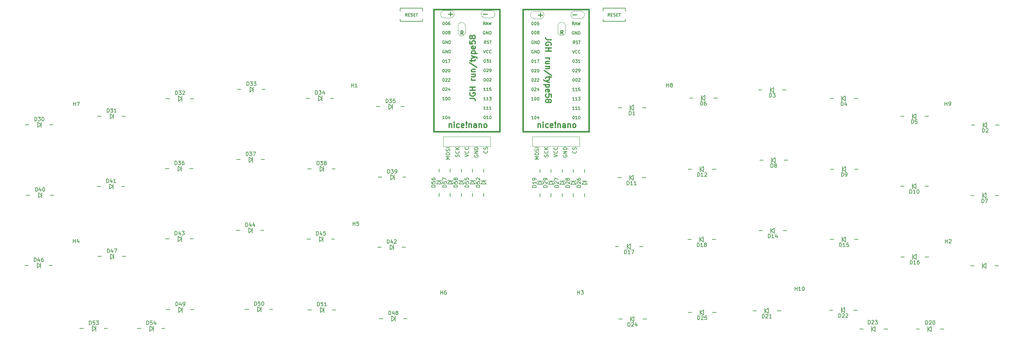
<source format=gto>
%TF.GenerationSoftware,KiCad,Pcbnew,(6.0.4)*%
%TF.CreationDate,2023-10-02T11:20:09-05:00*%
%TF.ProjectId,RunType58,52756e54-7970-4653-9538-2e6b69636164,rev?*%
%TF.SameCoordinates,Original*%
%TF.FileFunction,Legend,Top*%
%TF.FilePolarity,Positive*%
%FSLAX46Y46*%
G04 Gerber Fmt 4.6, Leading zero omitted, Abs format (unit mm)*
G04 Created by KiCad (PCBNEW (6.0.4)) date 2023-10-02 11:20:09*
%MOMM*%
%LPD*%
G01*
G04 APERTURE LIST*
%ADD10C,0.280000*%
%ADD11C,0.254000*%
%ADD12C,0.300000*%
%ADD13C,0.150000*%
%ADD14C,0.120000*%
%ADD15C,0.381000*%
%ADD16C,1.752600*%
%ADD17C,0.100000*%
%ADD18C,1.900000*%
%ADD19C,1.700000*%
%ADD20C,3.000000*%
%ADD21C,4.000000*%
%ADD22R,1.500000X1.800000*%
%ADD23R,1.998980X1.998980*%
%ADD24C,1.998980*%
%ADD25R,1.800000X1.500000*%
%ADD26C,1.000000*%
%ADD27R,0.900000X0.900000*%
%ADD28R,1.250000X0.900000*%
%ADD29C,2.000000*%
%ADD30C,1.397000*%
G04 APERTURE END LIST*
D10*
X145783371Y-24186342D02*
X146926228Y-24186342D01*
X146354800Y-24757771D02*
X146354800Y-23614914D01*
D11*
X176666676Y-29593419D02*
X176328009Y-29109609D01*
X176086104Y-29593419D02*
X176086104Y-28577419D01*
X176473152Y-28577419D01*
X176569914Y-28625800D01*
X176618295Y-28674180D01*
X176666676Y-28770942D01*
X176666676Y-28916085D01*
X176618295Y-29012847D01*
X176569914Y-29061228D01*
X176473152Y-29109609D01*
X176086104Y-29109609D01*
X149742676Y-29745819D02*
X149404009Y-29262009D01*
X149162104Y-29745819D02*
X149162104Y-28729819D01*
X149549152Y-28729819D01*
X149645914Y-28778200D01*
X149694295Y-28826580D01*
X149742676Y-28923342D01*
X149742676Y-29068485D01*
X149694295Y-29165247D01*
X149645914Y-29213628D01*
X149549152Y-29262009D01*
X149162104Y-29262009D01*
D12*
X151578571Y-47000000D02*
X152650000Y-47000000D01*
X152864285Y-47071428D01*
X153007142Y-47214285D01*
X153078571Y-47428571D01*
X153078571Y-47571428D01*
X151650000Y-45500000D02*
X151578571Y-45642857D01*
X151578571Y-45857142D01*
X151650000Y-46071428D01*
X151792857Y-46214285D01*
X151935714Y-46285714D01*
X152221428Y-46357142D01*
X152435714Y-46357142D01*
X152721428Y-46285714D01*
X152864285Y-46214285D01*
X153007142Y-46071428D01*
X153078571Y-45857142D01*
X153078571Y-45714285D01*
X153007142Y-45500000D01*
X152935714Y-45428571D01*
X152435714Y-45428571D01*
X152435714Y-45714285D01*
X153078571Y-44785714D02*
X151578571Y-44785714D01*
X152292857Y-44785714D02*
X152292857Y-43928571D01*
X153078571Y-43928571D02*
X151578571Y-43928571D01*
X153078571Y-42071428D02*
X152078571Y-42071428D01*
X152364285Y-42071428D02*
X152221428Y-42000000D01*
X152150000Y-41928571D01*
X152078571Y-41785714D01*
X152078571Y-41642857D01*
X152078571Y-40500000D02*
X153078571Y-40500000D01*
X152078571Y-41142857D02*
X152864285Y-41142857D01*
X153007142Y-41071428D01*
X153078571Y-40928571D01*
X153078571Y-40714285D01*
X153007142Y-40571428D01*
X152935714Y-40500000D01*
X152078571Y-39785714D02*
X153078571Y-39785714D01*
X152221428Y-39785714D02*
X152150000Y-39714285D01*
X152078571Y-39571428D01*
X152078571Y-39357142D01*
X152150000Y-39214285D01*
X152292857Y-39142857D01*
X153078571Y-39142857D01*
X151507142Y-37357142D02*
X153435714Y-38642857D01*
X152078571Y-37071428D02*
X152078571Y-36500000D01*
X151578571Y-36857142D02*
X152864285Y-36857142D01*
X153007142Y-36785714D01*
X153078571Y-36642857D01*
X153078571Y-36500000D01*
X152078571Y-36142857D02*
X153078571Y-35785714D01*
X152078571Y-35428571D02*
X153078571Y-35785714D01*
X153435714Y-35928571D01*
X153507142Y-36000000D01*
X153578571Y-36142857D01*
X152078571Y-34857142D02*
X153578571Y-34857142D01*
X152150000Y-34857142D02*
X152078571Y-34714285D01*
X152078571Y-34428571D01*
X152150000Y-34285714D01*
X152221428Y-34214285D01*
X152364285Y-34142857D01*
X152792857Y-34142857D01*
X152935714Y-34214285D01*
X153007142Y-34285714D01*
X153078571Y-34428571D01*
X153078571Y-34714285D01*
X153007142Y-34857142D01*
X153007142Y-32928571D02*
X153078571Y-33071428D01*
X153078571Y-33357142D01*
X153007142Y-33500000D01*
X152864285Y-33571428D01*
X152292857Y-33571428D01*
X152150000Y-33500000D01*
X152078571Y-33357142D01*
X152078571Y-33071428D01*
X152150000Y-32928571D01*
X152292857Y-32857142D01*
X152435714Y-32857142D01*
X152578571Y-33571428D01*
X151578571Y-31500000D02*
X151578571Y-32214285D01*
X152292857Y-32285714D01*
X152221428Y-32214285D01*
X152150000Y-32071428D01*
X152150000Y-31714285D01*
X152221428Y-31571428D01*
X152292857Y-31500000D01*
X152435714Y-31428571D01*
X152792857Y-31428571D01*
X152935714Y-31500000D01*
X153007142Y-31571428D01*
X153078571Y-31714285D01*
X153078571Y-32071428D01*
X153007142Y-32214285D01*
X152935714Y-32285714D01*
X152221428Y-30571428D02*
X152150000Y-30714285D01*
X152078571Y-30785714D01*
X151935714Y-30857142D01*
X151864285Y-30857142D01*
X151721428Y-30785714D01*
X151650000Y-30714285D01*
X151578571Y-30571428D01*
X151578571Y-30285714D01*
X151650000Y-30142857D01*
X151721428Y-30071428D01*
X151864285Y-30000000D01*
X151935714Y-30000000D01*
X152078571Y-30071428D01*
X152150000Y-30142857D01*
X152221428Y-30285714D01*
X152221428Y-30571428D01*
X152292857Y-30714285D01*
X152364285Y-30785714D01*
X152507142Y-30857142D01*
X152792857Y-30857142D01*
X152935714Y-30785714D01*
X153007142Y-30714285D01*
X153078571Y-30571428D01*
X153078571Y-30285714D01*
X153007142Y-30142857D01*
X152935714Y-30071428D01*
X152792857Y-30000000D01*
X152507142Y-30000000D01*
X152364285Y-30071428D01*
X152292857Y-30142857D01*
X152221428Y-30285714D01*
X173541428Y-31120000D02*
X172470000Y-31120000D01*
X172255714Y-31048571D01*
X172112857Y-30905714D01*
X172041428Y-30691428D01*
X172041428Y-30548571D01*
X173470000Y-32620000D02*
X173541428Y-32477142D01*
X173541428Y-32262857D01*
X173470000Y-32048571D01*
X173327142Y-31905714D01*
X173184285Y-31834285D01*
X172898571Y-31762857D01*
X172684285Y-31762857D01*
X172398571Y-31834285D01*
X172255714Y-31905714D01*
X172112857Y-32048571D01*
X172041428Y-32262857D01*
X172041428Y-32405714D01*
X172112857Y-32620000D01*
X172184285Y-32691428D01*
X172684285Y-32691428D01*
X172684285Y-32405714D01*
X172041428Y-33334285D02*
X173541428Y-33334285D01*
X172827142Y-33334285D02*
X172827142Y-34191428D01*
X172041428Y-34191428D02*
X173541428Y-34191428D01*
X172041428Y-36048571D02*
X173041428Y-36048571D01*
X172755714Y-36048571D02*
X172898571Y-36120000D01*
X172970000Y-36191428D01*
X173041428Y-36334285D01*
X173041428Y-36477142D01*
X173041428Y-37620000D02*
X172041428Y-37620000D01*
X173041428Y-36977142D02*
X172255714Y-36977142D01*
X172112857Y-37048571D01*
X172041428Y-37191428D01*
X172041428Y-37405714D01*
X172112857Y-37548571D01*
X172184285Y-37620000D01*
X173041428Y-38334285D02*
X172041428Y-38334285D01*
X172898571Y-38334285D02*
X172970000Y-38405714D01*
X173041428Y-38548571D01*
X173041428Y-38762857D01*
X172970000Y-38905714D01*
X172827142Y-38977142D01*
X172041428Y-38977142D01*
X173612857Y-40762857D02*
X171684285Y-39477142D01*
X173041428Y-41048571D02*
X173041428Y-41620000D01*
X173541428Y-41262857D02*
X172255714Y-41262857D01*
X172112857Y-41334285D01*
X172041428Y-41477142D01*
X172041428Y-41620000D01*
X173041428Y-41977142D02*
X172041428Y-42334285D01*
X173041428Y-42691428D02*
X172041428Y-42334285D01*
X171684285Y-42191428D01*
X171612857Y-42120000D01*
X171541428Y-41977142D01*
X173041428Y-43262857D02*
X171541428Y-43262857D01*
X172970000Y-43262857D02*
X173041428Y-43405714D01*
X173041428Y-43691428D01*
X172970000Y-43834285D01*
X172898571Y-43905714D01*
X172755714Y-43977142D01*
X172327142Y-43977142D01*
X172184285Y-43905714D01*
X172112857Y-43834285D01*
X172041428Y-43691428D01*
X172041428Y-43405714D01*
X172112857Y-43262857D01*
X172112857Y-45191428D02*
X172041428Y-45048571D01*
X172041428Y-44762857D01*
X172112857Y-44620000D01*
X172255714Y-44548571D01*
X172827142Y-44548571D01*
X172970000Y-44620000D01*
X173041428Y-44762857D01*
X173041428Y-45048571D01*
X172970000Y-45191428D01*
X172827142Y-45262857D01*
X172684285Y-45262857D01*
X172541428Y-44548571D01*
X173541428Y-46620000D02*
X173541428Y-45905714D01*
X172827142Y-45834285D01*
X172898571Y-45905714D01*
X172970000Y-46048571D01*
X172970000Y-46405714D01*
X172898571Y-46548571D01*
X172827142Y-46620000D01*
X172684285Y-46691428D01*
X172327142Y-46691428D01*
X172184285Y-46620000D01*
X172112857Y-46548571D01*
X172041428Y-46405714D01*
X172041428Y-46048571D01*
X172112857Y-45905714D01*
X172184285Y-45834285D01*
X172898571Y-47548571D02*
X172970000Y-47405714D01*
X173041428Y-47334285D01*
X173184285Y-47262857D01*
X173255714Y-47262857D01*
X173398571Y-47334285D01*
X173470000Y-47405714D01*
X173541428Y-47548571D01*
X173541428Y-47834285D01*
X173470000Y-47977142D01*
X173398571Y-48048571D01*
X173255714Y-48120000D01*
X173184285Y-48120000D01*
X173041428Y-48048571D01*
X172970000Y-47977142D01*
X172898571Y-47834285D01*
X172898571Y-47548571D01*
X172827142Y-47405714D01*
X172755714Y-47334285D01*
X172612857Y-47262857D01*
X172327142Y-47262857D01*
X172184285Y-47334285D01*
X172112857Y-47405714D01*
X172041428Y-47548571D01*
X172041428Y-47834285D01*
X172112857Y-47977142D01*
X172184285Y-48048571D01*
X172327142Y-48120000D01*
X172612857Y-48120000D01*
X172755714Y-48048571D01*
X172827142Y-47977142D01*
X172898571Y-47834285D01*
D13*
%TO.C,D58*%
X148269840Y-70934285D02*
X147269840Y-70934285D01*
X147269840Y-70696190D01*
X147317460Y-70553333D01*
X147412698Y-70458095D01*
X147507936Y-70410476D01*
X147698412Y-70362857D01*
X147841269Y-70362857D01*
X148031745Y-70410476D01*
X148126983Y-70458095D01*
X148222221Y-70553333D01*
X148269840Y-70696190D01*
X148269840Y-70934285D01*
X147269840Y-69458095D02*
X147269840Y-69934285D01*
X147746031Y-69981904D01*
X147698412Y-69934285D01*
X147650793Y-69839047D01*
X147650793Y-69600952D01*
X147698412Y-69505714D01*
X147746031Y-69458095D01*
X147841269Y-69410476D01*
X148079364Y-69410476D01*
X148174602Y-69458095D01*
X148222221Y-69505714D01*
X148269840Y-69600952D01*
X148269840Y-69839047D01*
X148222221Y-69934285D01*
X148174602Y-69981904D01*
X147698412Y-68839047D02*
X147650793Y-68934285D01*
X147603174Y-68981904D01*
X147507936Y-69029523D01*
X147460317Y-69029523D01*
X147365079Y-68981904D01*
X147317460Y-68934285D01*
X147269840Y-68839047D01*
X147269840Y-68648571D01*
X147317460Y-68553333D01*
X147365079Y-68505714D01*
X147460317Y-68458095D01*
X147507936Y-68458095D01*
X147603174Y-68505714D01*
X147650793Y-68553333D01*
X147698412Y-68648571D01*
X147698412Y-68839047D01*
X147746031Y-68934285D01*
X147793650Y-68981904D01*
X147888888Y-69029523D01*
X148079364Y-69029523D01*
X148174602Y-68981904D01*
X148222221Y-68934285D01*
X148269840Y-68839047D01*
X148269840Y-68648571D01*
X148222221Y-68553333D01*
X148174602Y-68505714D01*
X148079364Y-68458095D01*
X147888888Y-68458095D01*
X147793650Y-68505714D01*
X147746031Y-68553333D01*
X147698412Y-68648571D01*
%TO.C,D55*%
X151269840Y-70934285D02*
X150269840Y-70934285D01*
X150269840Y-70696190D01*
X150317460Y-70553333D01*
X150412698Y-70458095D01*
X150507936Y-70410476D01*
X150698412Y-70362857D01*
X150841269Y-70362857D01*
X151031745Y-70410476D01*
X151126983Y-70458095D01*
X151222221Y-70553333D01*
X151269840Y-70696190D01*
X151269840Y-70934285D01*
X150269840Y-69458095D02*
X150269840Y-69934285D01*
X150746031Y-69981904D01*
X150698412Y-69934285D01*
X150650793Y-69839047D01*
X150650793Y-69600952D01*
X150698412Y-69505714D01*
X150746031Y-69458095D01*
X150841269Y-69410476D01*
X151079364Y-69410476D01*
X151174602Y-69458095D01*
X151222221Y-69505714D01*
X151269840Y-69600952D01*
X151269840Y-69839047D01*
X151222221Y-69934285D01*
X151174602Y-69981904D01*
X150269840Y-68505714D02*
X150269840Y-68981904D01*
X150746031Y-69029523D01*
X150698412Y-68981904D01*
X150650793Y-68886666D01*
X150650793Y-68648571D01*
X150698412Y-68553333D01*
X150746031Y-68505714D01*
X150841269Y-68458095D01*
X151079364Y-68458095D01*
X151174602Y-68505714D01*
X151222221Y-68553333D01*
X151269840Y-68648571D01*
X151269840Y-68886666D01*
X151222221Y-68981904D01*
X151174602Y-69029523D01*
%TO.C,D57*%
X145262380Y-70934285D02*
X144262380Y-70934285D01*
X144262380Y-70696190D01*
X144310000Y-70553333D01*
X144405238Y-70458095D01*
X144500476Y-70410476D01*
X144690952Y-70362857D01*
X144833809Y-70362857D01*
X145024285Y-70410476D01*
X145119523Y-70458095D01*
X145214761Y-70553333D01*
X145262380Y-70696190D01*
X145262380Y-70934285D01*
X144262380Y-69458095D02*
X144262380Y-69934285D01*
X144738571Y-69981904D01*
X144690952Y-69934285D01*
X144643333Y-69839047D01*
X144643333Y-69600952D01*
X144690952Y-69505714D01*
X144738571Y-69458095D01*
X144833809Y-69410476D01*
X145071904Y-69410476D01*
X145167142Y-69458095D01*
X145214761Y-69505714D01*
X145262380Y-69600952D01*
X145262380Y-69839047D01*
X145214761Y-69934285D01*
X145167142Y-69981904D01*
X144262380Y-69077142D02*
X144262380Y-68410476D01*
X145262380Y-68839047D01*
%TO.C,D25*%
X212985714Y-106752380D02*
X212985714Y-105752380D01*
X213223809Y-105752380D01*
X213366666Y-105800000D01*
X213461904Y-105895238D01*
X213509523Y-105990476D01*
X213557142Y-106180952D01*
X213557142Y-106323809D01*
X213509523Y-106514285D01*
X213461904Y-106609523D01*
X213366666Y-106704761D01*
X213223809Y-106752380D01*
X212985714Y-106752380D01*
X213938095Y-105847619D02*
X213985714Y-105800000D01*
X214080952Y-105752380D01*
X214319047Y-105752380D01*
X214414285Y-105800000D01*
X214461904Y-105847619D01*
X214509523Y-105942857D01*
X214509523Y-106038095D01*
X214461904Y-106180952D01*
X213890476Y-106752380D01*
X214509523Y-106752380D01*
X215414285Y-105752380D02*
X214938095Y-105752380D01*
X214890476Y-106228571D01*
X214938095Y-106180952D01*
X215033333Y-106133333D01*
X215271428Y-106133333D01*
X215366666Y-106180952D01*
X215414285Y-106228571D01*
X215461904Y-106323809D01*
X215461904Y-106561904D01*
X215414285Y-106657142D01*
X215366666Y-106704761D01*
X215271428Y-106752380D01*
X215033333Y-106752380D01*
X214938095Y-106704761D01*
X214890476Y-106657142D01*
%TO.C,Display1*%
X150262380Y-62766716D02*
X151262380Y-62433383D01*
X150262380Y-62100050D01*
X151167142Y-61195288D02*
X151214761Y-61242907D01*
X151262380Y-61385764D01*
X151262380Y-61481002D01*
X151214761Y-61623859D01*
X151119523Y-61719097D01*
X151024285Y-61766716D01*
X150833809Y-61814335D01*
X150690952Y-61814335D01*
X150500476Y-61766716D01*
X150405238Y-61719097D01*
X150310000Y-61623859D01*
X150262380Y-61481002D01*
X150262380Y-61385764D01*
X150310000Y-61242907D01*
X150357619Y-61195288D01*
X151167142Y-60195288D02*
X151214761Y-60242907D01*
X151262380Y-60385764D01*
X151262380Y-60481002D01*
X151214761Y-60623859D01*
X151119523Y-60719097D01*
X151024285Y-60766716D01*
X150833809Y-60814335D01*
X150690952Y-60814335D01*
X150500476Y-60766716D01*
X150405238Y-60719097D01*
X150310000Y-60623859D01*
X150262380Y-60481002D01*
X150262380Y-60385764D01*
X150310000Y-60242907D01*
X150357619Y-60195288D01*
X156247142Y-61147669D02*
X156294761Y-61195288D01*
X156342380Y-61338145D01*
X156342380Y-61433383D01*
X156294761Y-61576240D01*
X156199523Y-61671478D01*
X156104285Y-61719097D01*
X155913809Y-61766716D01*
X155770952Y-61766716D01*
X155580476Y-61719097D01*
X155485238Y-61671478D01*
X155390000Y-61576240D01*
X155342380Y-61433383D01*
X155342380Y-61338145D01*
X155390000Y-61195288D01*
X155437619Y-61147669D01*
X156294761Y-60766716D02*
X156342380Y-60623859D01*
X156342380Y-60385764D01*
X156294761Y-60290526D01*
X156247142Y-60242907D01*
X156151904Y-60195288D01*
X156056666Y-60195288D01*
X155961428Y-60242907D01*
X155913809Y-60290526D01*
X155866190Y-60385764D01*
X155818571Y-60576240D01*
X155770952Y-60671478D01*
X155723333Y-60719097D01*
X155628095Y-60766716D01*
X155532857Y-60766716D01*
X155437619Y-60719097D01*
X155390000Y-60671478D01*
X155342380Y-60576240D01*
X155342380Y-60338145D01*
X155390000Y-60195288D01*
X146182380Y-63385764D02*
X145182380Y-63385764D01*
X145896666Y-63052431D01*
X145182380Y-62719097D01*
X146182380Y-62719097D01*
X145182380Y-62052431D02*
X145182380Y-61861954D01*
X145230000Y-61766716D01*
X145325238Y-61671478D01*
X145515714Y-61623859D01*
X145849047Y-61623859D01*
X146039523Y-61671478D01*
X146134761Y-61766716D01*
X146182380Y-61861954D01*
X146182380Y-62052431D01*
X146134761Y-62147669D01*
X146039523Y-62242907D01*
X145849047Y-62290526D01*
X145515714Y-62290526D01*
X145325238Y-62242907D01*
X145230000Y-62147669D01*
X145182380Y-62052431D01*
X146134761Y-61242907D02*
X146182380Y-61100050D01*
X146182380Y-60861954D01*
X146134761Y-60766716D01*
X146087142Y-60719097D01*
X145991904Y-60671478D01*
X145896666Y-60671478D01*
X145801428Y-60719097D01*
X145753809Y-60766716D01*
X145706190Y-60861954D01*
X145658571Y-61052431D01*
X145610952Y-61147669D01*
X145563333Y-61195288D01*
X145468095Y-61242907D01*
X145372857Y-61242907D01*
X145277619Y-61195288D01*
X145230000Y-61147669D01*
X145182380Y-61052431D01*
X145182380Y-60814335D01*
X145230000Y-60671478D01*
X146182380Y-60242907D02*
X145182380Y-60242907D01*
X152850000Y-62290526D02*
X152802380Y-62385764D01*
X152802380Y-62528621D01*
X152850000Y-62671478D01*
X152945238Y-62766716D01*
X153040476Y-62814335D01*
X153230952Y-62861954D01*
X153373809Y-62861954D01*
X153564285Y-62814335D01*
X153659523Y-62766716D01*
X153754761Y-62671478D01*
X153802380Y-62528621D01*
X153802380Y-62433383D01*
X153754761Y-62290526D01*
X153707142Y-62242907D01*
X153373809Y-62242907D01*
X153373809Y-62433383D01*
X153802380Y-61814335D02*
X152802380Y-61814335D01*
X153802380Y-61242907D01*
X152802380Y-61242907D01*
X153802380Y-60766716D02*
X152802380Y-60766716D01*
X152802380Y-60528621D01*
X152850000Y-60385764D01*
X152945238Y-60290526D01*
X153040476Y-60242907D01*
X153230952Y-60195288D01*
X153373809Y-60195288D01*
X153564285Y-60242907D01*
X153659523Y-60290526D01*
X153754761Y-60385764D01*
X153802380Y-60528621D01*
X153802380Y-60766716D01*
X148674761Y-62766716D02*
X148722380Y-62623859D01*
X148722380Y-62385764D01*
X148674761Y-62290526D01*
X148627142Y-62242907D01*
X148531904Y-62195288D01*
X148436666Y-62195288D01*
X148341428Y-62242907D01*
X148293809Y-62290526D01*
X148246190Y-62385764D01*
X148198571Y-62576240D01*
X148150952Y-62671478D01*
X148103333Y-62719097D01*
X148008095Y-62766716D01*
X147912857Y-62766716D01*
X147817619Y-62719097D01*
X147770000Y-62671478D01*
X147722380Y-62576240D01*
X147722380Y-62338145D01*
X147770000Y-62195288D01*
X148627142Y-61195288D02*
X148674761Y-61242907D01*
X148722380Y-61385764D01*
X148722380Y-61481002D01*
X148674761Y-61623859D01*
X148579523Y-61719097D01*
X148484285Y-61766716D01*
X148293809Y-61814335D01*
X148150952Y-61814335D01*
X147960476Y-61766716D01*
X147865238Y-61719097D01*
X147770000Y-61623859D01*
X147722380Y-61481002D01*
X147722380Y-61385764D01*
X147770000Y-61242907D01*
X147817619Y-61195288D01*
X148722380Y-60766716D02*
X147722380Y-60766716D01*
X148722380Y-60195288D02*
X148150952Y-60623859D01*
X147722380Y-60195288D02*
X148293809Y-60766716D01*
%TO.C,D46*%
X34185714Y-91062380D02*
X34185714Y-90062380D01*
X34423809Y-90062380D01*
X34566666Y-90110000D01*
X34661904Y-90205238D01*
X34709523Y-90300476D01*
X34757142Y-90490952D01*
X34757142Y-90633809D01*
X34709523Y-90824285D01*
X34661904Y-90919523D01*
X34566666Y-91014761D01*
X34423809Y-91062380D01*
X34185714Y-91062380D01*
X35614285Y-90395714D02*
X35614285Y-91062380D01*
X35376190Y-90014761D02*
X35138095Y-90729047D01*
X35757142Y-90729047D01*
X36566666Y-90062380D02*
X36376190Y-90062380D01*
X36280952Y-90110000D01*
X36233333Y-90157619D01*
X36138095Y-90300476D01*
X36090476Y-90490952D01*
X36090476Y-90871904D01*
X36138095Y-90967142D01*
X36185714Y-91014761D01*
X36280952Y-91062380D01*
X36471428Y-91062380D01*
X36566666Y-91014761D01*
X36614285Y-90967142D01*
X36661904Y-90871904D01*
X36661904Y-90633809D01*
X36614285Y-90538571D01*
X36566666Y-90490952D01*
X36471428Y-90443333D01*
X36280952Y-90443333D01*
X36185714Y-90490952D01*
X36138095Y-90538571D01*
X36090476Y-90633809D01*
%TO.C,H10*%
X239231904Y-98882380D02*
X239231904Y-97882380D01*
X239231904Y-98358571D02*
X239803333Y-98358571D01*
X239803333Y-98882380D02*
X239803333Y-97882380D01*
X240803333Y-98882380D02*
X240231904Y-98882380D01*
X240517619Y-98882380D02*
X240517619Y-97882380D01*
X240422380Y-98025238D01*
X240327142Y-98120476D01*
X240231904Y-98168095D01*
X241422380Y-97882380D02*
X241517619Y-97882380D01*
X241612857Y-97930000D01*
X241660476Y-97977619D01*
X241708095Y-98072857D01*
X241755714Y-98263333D01*
X241755714Y-98501428D01*
X241708095Y-98691904D01*
X241660476Y-98787142D01*
X241612857Y-98834761D01*
X241517619Y-98882380D01*
X241422380Y-98882380D01*
X241327142Y-98834761D01*
X241279523Y-98787142D01*
X241231904Y-98691904D01*
X241184285Y-98501428D01*
X241184285Y-98263333D01*
X241231904Y-98072857D01*
X241279523Y-97977619D01*
X241327142Y-97930000D01*
X241422380Y-97882380D01*
%TO.C,D56*%
X142252380Y-70934285D02*
X141252380Y-70934285D01*
X141252380Y-70696190D01*
X141300000Y-70553333D01*
X141395238Y-70458095D01*
X141490476Y-70410476D01*
X141680952Y-70362857D01*
X141823809Y-70362857D01*
X142014285Y-70410476D01*
X142109523Y-70458095D01*
X142204761Y-70553333D01*
X142252380Y-70696190D01*
X142252380Y-70934285D01*
X141252380Y-69458095D02*
X141252380Y-69934285D01*
X141728571Y-69981904D01*
X141680952Y-69934285D01*
X141633333Y-69839047D01*
X141633333Y-69600952D01*
X141680952Y-69505714D01*
X141728571Y-69458095D01*
X141823809Y-69410476D01*
X142061904Y-69410476D01*
X142157142Y-69458095D01*
X142204761Y-69505714D01*
X142252380Y-69600952D01*
X142252380Y-69839047D01*
X142204761Y-69934285D01*
X142157142Y-69981904D01*
X141252380Y-68553333D02*
X141252380Y-68743809D01*
X141300000Y-68839047D01*
X141347619Y-68886666D01*
X141490476Y-68981904D01*
X141680952Y-69029523D01*
X142061904Y-69029523D01*
X142157142Y-68981904D01*
X142204761Y-68934285D01*
X142252380Y-68839047D01*
X142252380Y-68648571D01*
X142204761Y-68553333D01*
X142157142Y-68505714D01*
X142061904Y-68458095D01*
X141823809Y-68458095D01*
X141728571Y-68505714D01*
X141680952Y-68553333D01*
X141633333Y-68648571D01*
X141633333Y-68839047D01*
X141680952Y-68934285D01*
X141728571Y-68981904D01*
X141823809Y-69029523D01*
%TO.C,D38*%
X110415714Y-64962380D02*
X110415714Y-63962380D01*
X110653809Y-63962380D01*
X110796666Y-64010000D01*
X110891904Y-64105238D01*
X110939523Y-64200476D01*
X110987142Y-64390952D01*
X110987142Y-64533809D01*
X110939523Y-64724285D01*
X110891904Y-64819523D01*
X110796666Y-64914761D01*
X110653809Y-64962380D01*
X110415714Y-64962380D01*
X111320476Y-63962380D02*
X111939523Y-63962380D01*
X111606190Y-64343333D01*
X111749047Y-64343333D01*
X111844285Y-64390952D01*
X111891904Y-64438571D01*
X111939523Y-64533809D01*
X111939523Y-64771904D01*
X111891904Y-64867142D01*
X111844285Y-64914761D01*
X111749047Y-64962380D01*
X111463333Y-64962380D01*
X111368095Y-64914761D01*
X111320476Y-64867142D01*
X112510952Y-64390952D02*
X112415714Y-64343333D01*
X112368095Y-64295714D01*
X112320476Y-64200476D01*
X112320476Y-64152857D01*
X112368095Y-64057619D01*
X112415714Y-64010000D01*
X112510952Y-63962380D01*
X112701428Y-63962380D01*
X112796666Y-64010000D01*
X112844285Y-64057619D01*
X112891904Y-64152857D01*
X112891904Y-64200476D01*
X112844285Y-64295714D01*
X112796666Y-64343333D01*
X112701428Y-64390952D01*
X112510952Y-64390952D01*
X112415714Y-64438571D01*
X112368095Y-64486190D01*
X112320476Y-64581428D01*
X112320476Y-64771904D01*
X112368095Y-64867142D01*
X112415714Y-64914761D01*
X112510952Y-64962380D01*
X112701428Y-64962380D01*
X112796666Y-64914761D01*
X112844285Y-64867142D01*
X112891904Y-64771904D01*
X112891904Y-64581428D01*
X112844285Y-64486190D01*
X112796666Y-64438571D01*
X112701428Y-64390952D01*
%TO.C,H5*%
X120078095Y-81322380D02*
X120078095Y-80322380D01*
X120078095Y-80798571D02*
X120649523Y-80798571D01*
X120649523Y-81322380D02*
X120649523Y-80322380D01*
X121601904Y-80322380D02*
X121125714Y-80322380D01*
X121078095Y-80798571D01*
X121125714Y-80750952D01*
X121220952Y-80703333D01*
X121459047Y-80703333D01*
X121554285Y-80750952D01*
X121601904Y-80798571D01*
X121649523Y-80893809D01*
X121649523Y-81131904D01*
X121601904Y-81227142D01*
X121554285Y-81274761D01*
X121459047Y-81322380D01*
X121220952Y-81322380D01*
X121125714Y-81274761D01*
X121078095Y-81227142D01*
%TO.C,D51*%
X110505714Y-103072380D02*
X110505714Y-102072380D01*
X110743809Y-102072380D01*
X110886666Y-102120000D01*
X110981904Y-102215238D01*
X111029523Y-102310476D01*
X111077142Y-102500952D01*
X111077142Y-102643809D01*
X111029523Y-102834285D01*
X110981904Y-102929523D01*
X110886666Y-103024761D01*
X110743809Y-103072380D01*
X110505714Y-103072380D01*
X111981904Y-102072380D02*
X111505714Y-102072380D01*
X111458095Y-102548571D01*
X111505714Y-102500952D01*
X111600952Y-102453333D01*
X111839047Y-102453333D01*
X111934285Y-102500952D01*
X111981904Y-102548571D01*
X112029523Y-102643809D01*
X112029523Y-102881904D01*
X111981904Y-102977142D01*
X111934285Y-103024761D01*
X111839047Y-103072380D01*
X111600952Y-103072380D01*
X111505714Y-103024761D01*
X111458095Y-102977142D01*
X112981904Y-103072380D02*
X112410476Y-103072380D01*
X112696190Y-103072380D02*
X112696190Y-102072380D01*
X112600952Y-102215238D01*
X112505714Y-102310476D01*
X112410476Y-102358095D01*
%TO.C,D7*%
X289601904Y-75154920D02*
X289601904Y-74154920D01*
X289840000Y-74154920D01*
X289982857Y-74202540D01*
X290078095Y-74297778D01*
X290125714Y-74393016D01*
X290173333Y-74583492D01*
X290173333Y-74726349D01*
X290125714Y-74916825D01*
X290078095Y-75012063D01*
X289982857Y-75107301D01*
X289840000Y-75154920D01*
X289601904Y-75154920D01*
X290506666Y-74154920D02*
X291173333Y-74154920D01*
X290744761Y-75154920D01*
%TO.C,U1*%
X179783857Y-49992357D02*
X179326714Y-49992357D01*
X179555286Y-49992357D02*
X179555286Y-49192357D01*
X179479095Y-49306643D01*
X179402905Y-49382833D01*
X179326714Y-49420929D01*
X180545762Y-49992357D02*
X180088619Y-49992357D01*
X180317191Y-49992357D02*
X180317191Y-49192357D01*
X180241000Y-49306643D01*
X180164810Y-49382833D01*
X180088619Y-49420929D01*
X181307667Y-49992357D02*
X180850524Y-49992357D01*
X181079095Y-49992357D02*
X181079095Y-49192357D01*
X181002905Y-49306643D01*
X180926714Y-49382833D01*
X180850524Y-49420929D01*
X179929904Y-32212357D02*
X179663238Y-31831405D01*
X179472761Y-32212357D02*
X179472761Y-31412357D01*
X179777523Y-31412357D01*
X179853714Y-31450453D01*
X179891809Y-31488548D01*
X179929904Y-31564738D01*
X179929904Y-31679024D01*
X179891809Y-31755214D01*
X179853714Y-31793310D01*
X179777523Y-31831405D01*
X179472761Y-31831405D01*
X180234666Y-32174262D02*
X180348952Y-32212357D01*
X180539428Y-32212357D01*
X180615619Y-32174262D01*
X180653714Y-32136167D01*
X180691809Y-32059976D01*
X180691809Y-31983786D01*
X180653714Y-31907595D01*
X180615619Y-31869500D01*
X180539428Y-31831405D01*
X180387047Y-31793310D01*
X180310857Y-31755214D01*
X180272761Y-31717119D01*
X180234666Y-31640929D01*
X180234666Y-31564738D01*
X180272761Y-31488548D01*
X180310857Y-31450453D01*
X180387047Y-31412357D01*
X180577523Y-31412357D01*
X180691809Y-31450453D01*
X180920380Y-31412357D02*
X181377523Y-31412357D01*
X181148952Y-32212357D02*
X181148952Y-31412357D01*
X179783857Y-44912357D02*
X179326714Y-44912357D01*
X179555286Y-44912357D02*
X179555286Y-44112357D01*
X179479095Y-44226643D01*
X179402905Y-44302833D01*
X179326714Y-44340929D01*
X180545762Y-44912357D02*
X180088619Y-44912357D01*
X180317191Y-44912357D02*
X180317191Y-44112357D01*
X180241000Y-44226643D01*
X180164810Y-44302833D01*
X180088619Y-44340929D01*
X181269571Y-44112357D02*
X180888619Y-44112357D01*
X180850524Y-44493310D01*
X180888619Y-44455214D01*
X180964810Y-44417119D01*
X181155286Y-44417119D01*
X181231476Y-44455214D01*
X181269571Y-44493310D01*
X181307667Y-44569500D01*
X181307667Y-44759976D01*
X181269571Y-44836167D01*
X181231476Y-44874262D01*
X181155286Y-44912357D01*
X180964810Y-44912357D01*
X180888619Y-44874262D01*
X180850524Y-44836167D01*
X168442810Y-41602357D02*
X168519000Y-41602357D01*
X168595190Y-41640453D01*
X168633286Y-41678548D01*
X168671381Y-41754738D01*
X168709476Y-41907119D01*
X168709476Y-42097595D01*
X168671381Y-42249976D01*
X168633286Y-42326167D01*
X168595190Y-42364262D01*
X168519000Y-42402357D01*
X168442810Y-42402357D01*
X168366619Y-42364262D01*
X168328524Y-42326167D01*
X168290429Y-42249976D01*
X168252333Y-42097595D01*
X168252333Y-41907119D01*
X168290429Y-41754738D01*
X168328524Y-41678548D01*
X168366619Y-41640453D01*
X168442810Y-41602357D01*
X169014238Y-41678548D02*
X169052333Y-41640453D01*
X169128524Y-41602357D01*
X169319000Y-41602357D01*
X169395190Y-41640453D01*
X169433286Y-41678548D01*
X169471381Y-41754738D01*
X169471381Y-41830929D01*
X169433286Y-41945214D01*
X168976143Y-42402357D01*
X169471381Y-42402357D01*
X169776143Y-41678548D02*
X169814238Y-41640453D01*
X169890429Y-41602357D01*
X170080905Y-41602357D01*
X170157095Y-41640453D01*
X170195190Y-41678548D01*
X170233286Y-41754738D01*
X170233286Y-41830929D01*
X170195190Y-41945214D01*
X169738048Y-42402357D01*
X170233286Y-42402357D01*
X179625143Y-28910453D02*
X179548952Y-28872357D01*
X179434667Y-28872357D01*
X179320381Y-28910453D01*
X179244190Y-28986643D01*
X179206095Y-29062833D01*
X179168000Y-29215214D01*
X179168000Y-29329500D01*
X179206095Y-29481881D01*
X179244190Y-29558072D01*
X179320381Y-29634262D01*
X179434667Y-29672357D01*
X179510857Y-29672357D01*
X179625143Y-29634262D01*
X179663238Y-29596167D01*
X179663238Y-29329500D01*
X179510857Y-29329500D01*
X180006095Y-29672357D02*
X180006095Y-28872357D01*
X180463238Y-29672357D01*
X180463238Y-28872357D01*
X180844190Y-29672357D02*
X180844190Y-28872357D01*
X181034667Y-28872357D01*
X181148952Y-28910453D01*
X181225143Y-28986643D01*
X181263238Y-29062833D01*
X181301333Y-29215214D01*
X181301333Y-29329500D01*
X181263238Y-29481881D01*
X181225143Y-29558072D01*
X181148952Y-29634262D01*
X181034667Y-29672357D01*
X180844190Y-29672357D01*
X168709476Y-31450453D02*
X168633285Y-31412357D01*
X168519000Y-31412357D01*
X168404714Y-31450453D01*
X168328523Y-31526643D01*
X168290428Y-31602833D01*
X168252333Y-31755214D01*
X168252333Y-31869500D01*
X168290428Y-32021881D01*
X168328523Y-32098072D01*
X168404714Y-32174262D01*
X168519000Y-32212357D01*
X168595190Y-32212357D01*
X168709476Y-32174262D01*
X168747571Y-32136167D01*
X168747571Y-31869500D01*
X168595190Y-31869500D01*
X169090428Y-32212357D02*
X169090428Y-31412357D01*
X169547571Y-32212357D01*
X169547571Y-31412357D01*
X169928523Y-32212357D02*
X169928523Y-31412357D01*
X170119000Y-31412357D01*
X170233285Y-31450453D01*
X170309476Y-31526643D01*
X170347571Y-31602833D01*
X170385666Y-31755214D01*
X170385666Y-31869500D01*
X170347571Y-32021881D01*
X170309476Y-32098072D01*
X170233285Y-32174262D01*
X170119000Y-32212357D01*
X169928523Y-32212357D01*
X179517191Y-36492357D02*
X179593381Y-36492357D01*
X179669571Y-36530453D01*
X179707667Y-36568548D01*
X179745762Y-36644738D01*
X179783857Y-36797119D01*
X179783857Y-36987595D01*
X179745762Y-37139976D01*
X179707667Y-37216167D01*
X179669571Y-37254262D01*
X179593381Y-37292357D01*
X179517191Y-37292357D01*
X179441000Y-37254262D01*
X179402905Y-37216167D01*
X179364810Y-37139976D01*
X179326714Y-36987595D01*
X179326714Y-36797119D01*
X179364810Y-36644738D01*
X179402905Y-36568548D01*
X179441000Y-36530453D01*
X179517191Y-36492357D01*
X180050524Y-36492357D02*
X180545762Y-36492357D01*
X180279095Y-36797119D01*
X180393381Y-36797119D01*
X180469571Y-36835214D01*
X180507667Y-36873310D01*
X180545762Y-36949500D01*
X180545762Y-37139976D01*
X180507667Y-37216167D01*
X180469571Y-37254262D01*
X180393381Y-37292357D01*
X180164810Y-37292357D01*
X180088619Y-37254262D01*
X180050524Y-37216167D01*
X181307667Y-37292357D02*
X180850524Y-37292357D01*
X181079095Y-37292357D02*
X181079095Y-36492357D01*
X181002905Y-36606643D01*
X180926714Y-36682833D01*
X180850524Y-36720929D01*
D12*
X169998285Y-53881024D02*
X169998285Y-54881024D01*
X169998285Y-54023881D02*
X170069714Y-53952453D01*
X170212571Y-53881024D01*
X170426857Y-53881024D01*
X170569714Y-53952453D01*
X170641142Y-54095310D01*
X170641142Y-54881024D01*
X171355428Y-54881024D02*
X171355428Y-53881024D01*
X171355428Y-53381024D02*
X171284000Y-53452453D01*
X171355428Y-53523881D01*
X171426857Y-53452453D01*
X171355428Y-53381024D01*
X171355428Y-53523881D01*
X172712571Y-54809595D02*
X172569714Y-54881024D01*
X172284000Y-54881024D01*
X172141142Y-54809595D01*
X172069714Y-54738167D01*
X171998285Y-54595310D01*
X171998285Y-54166738D01*
X172069714Y-54023881D01*
X172141142Y-53952453D01*
X172284000Y-53881024D01*
X172569714Y-53881024D01*
X172712571Y-53952453D01*
X173926857Y-54809595D02*
X173784000Y-54881024D01*
X173498285Y-54881024D01*
X173355428Y-54809595D01*
X173284000Y-54666738D01*
X173284000Y-54095310D01*
X173355428Y-53952453D01*
X173498285Y-53881024D01*
X173784000Y-53881024D01*
X173926857Y-53952453D01*
X173998285Y-54095310D01*
X173998285Y-54238167D01*
X173284000Y-54381024D01*
X174641142Y-54738167D02*
X174712571Y-54809595D01*
X174641142Y-54881024D01*
X174569714Y-54809595D01*
X174641142Y-54738167D01*
X174641142Y-54881024D01*
X174641142Y-54309595D02*
X174569714Y-53452453D01*
X174641142Y-53381024D01*
X174712571Y-53452453D01*
X174641142Y-54309595D01*
X174641142Y-53381024D01*
X175355428Y-53881024D02*
X175355428Y-54881024D01*
X175355428Y-54023881D02*
X175426857Y-53952453D01*
X175569714Y-53881024D01*
X175784000Y-53881024D01*
X175926857Y-53952453D01*
X175998285Y-54095310D01*
X175998285Y-54881024D01*
X177355428Y-54881024D02*
X177355428Y-54095310D01*
X177284000Y-53952453D01*
X177141142Y-53881024D01*
X176855428Y-53881024D01*
X176712571Y-53952453D01*
X177355428Y-54809595D02*
X177212571Y-54881024D01*
X176855428Y-54881024D01*
X176712571Y-54809595D01*
X176641142Y-54666738D01*
X176641142Y-54523881D01*
X176712571Y-54381024D01*
X176855428Y-54309595D01*
X177212571Y-54309595D01*
X177355428Y-54238167D01*
X178069714Y-53881024D02*
X178069714Y-54881024D01*
X178069714Y-54023881D02*
X178141142Y-53952453D01*
X178284000Y-53881024D01*
X178498285Y-53881024D01*
X178641142Y-53952453D01*
X178712571Y-54095310D01*
X178712571Y-54881024D01*
X179641142Y-54881024D02*
X179498285Y-54809595D01*
X179426857Y-54738167D01*
X179355428Y-54595310D01*
X179355428Y-54166738D01*
X179426857Y-54023881D01*
X179498285Y-53952453D01*
X179641142Y-53881024D01*
X179855428Y-53881024D01*
X179998285Y-53952453D01*
X180069714Y-54023881D01*
X180141142Y-54166738D01*
X180141142Y-54595310D01*
X180069714Y-54738167D01*
X179998285Y-54809595D01*
X179855428Y-54881024D01*
X179641142Y-54881024D01*
D13*
X168442810Y-39102357D02*
X168519000Y-39102357D01*
X168595190Y-39140453D01*
X168633286Y-39178548D01*
X168671381Y-39254738D01*
X168709476Y-39407119D01*
X168709476Y-39597595D01*
X168671381Y-39749976D01*
X168633286Y-39826167D01*
X168595190Y-39864262D01*
X168519000Y-39902357D01*
X168442810Y-39902357D01*
X168366619Y-39864262D01*
X168328524Y-39826167D01*
X168290429Y-39749976D01*
X168252333Y-39597595D01*
X168252333Y-39407119D01*
X168290429Y-39254738D01*
X168328524Y-39178548D01*
X168366619Y-39140453D01*
X168442810Y-39102357D01*
X169014238Y-39178548D02*
X169052333Y-39140453D01*
X169128524Y-39102357D01*
X169319000Y-39102357D01*
X169395190Y-39140453D01*
X169433286Y-39178548D01*
X169471381Y-39254738D01*
X169471381Y-39330929D01*
X169433286Y-39445214D01*
X168976143Y-39902357D01*
X169471381Y-39902357D01*
X169966619Y-39102357D02*
X170042810Y-39102357D01*
X170119000Y-39140453D01*
X170157095Y-39178548D01*
X170195190Y-39254738D01*
X170233286Y-39407119D01*
X170233286Y-39597595D01*
X170195190Y-39749976D01*
X170157095Y-39826167D01*
X170119000Y-39864262D01*
X170042810Y-39902357D01*
X169966619Y-39902357D01*
X169890429Y-39864262D01*
X169852333Y-39826167D01*
X169814238Y-39749976D01*
X169776143Y-39597595D01*
X169776143Y-39407119D01*
X169814238Y-39254738D01*
X169852333Y-39178548D01*
X169890429Y-39140453D01*
X169966619Y-39102357D01*
X168709476Y-47452357D02*
X168252333Y-47452357D01*
X168480905Y-47452357D02*
X168480905Y-46652357D01*
X168404714Y-46766643D01*
X168328524Y-46842833D01*
X168252333Y-46880929D01*
X169204714Y-46652357D02*
X169280905Y-46652357D01*
X169357095Y-46690453D01*
X169395190Y-46728548D01*
X169433286Y-46804738D01*
X169471381Y-46957119D01*
X169471381Y-47147595D01*
X169433286Y-47299976D01*
X169395190Y-47376167D01*
X169357095Y-47414262D01*
X169280905Y-47452357D01*
X169204714Y-47452357D01*
X169128524Y-47414262D01*
X169090429Y-47376167D01*
X169052333Y-47299976D01*
X169014238Y-47147595D01*
X169014238Y-46957119D01*
X169052333Y-46804738D01*
X169090429Y-46728548D01*
X169128524Y-46690453D01*
X169204714Y-46652357D01*
X169966619Y-46652357D02*
X170042810Y-46652357D01*
X170119000Y-46690453D01*
X170157095Y-46728548D01*
X170195190Y-46804738D01*
X170233286Y-46957119D01*
X170233286Y-47147595D01*
X170195190Y-47299976D01*
X170157095Y-47376167D01*
X170119000Y-47414262D01*
X170042810Y-47452357D01*
X169966619Y-47452357D01*
X169890429Y-47414262D01*
X169852333Y-47376167D01*
X169814238Y-47299976D01*
X169776143Y-47147595D01*
X169776143Y-46957119D01*
X169814238Y-46804738D01*
X169852333Y-46728548D01*
X169890429Y-46690453D01*
X169966619Y-46652357D01*
X179250524Y-33952357D02*
X179517191Y-34752357D01*
X179783857Y-33952357D01*
X180507667Y-34676167D02*
X180469571Y-34714262D01*
X180355286Y-34752357D01*
X180279095Y-34752357D01*
X180164810Y-34714262D01*
X180088619Y-34638072D01*
X180050524Y-34561881D01*
X180012429Y-34409500D01*
X180012429Y-34295214D01*
X180050524Y-34142833D01*
X180088619Y-34066643D01*
X180164810Y-33990453D01*
X180279095Y-33952357D01*
X180355286Y-33952357D01*
X180469571Y-33990453D01*
X180507667Y-34028548D01*
X181307667Y-34676167D02*
X181269571Y-34714262D01*
X181155286Y-34752357D01*
X181079095Y-34752357D01*
X180964810Y-34714262D01*
X180888619Y-34638072D01*
X180850524Y-34561881D01*
X180812429Y-34409500D01*
X180812429Y-34295214D01*
X180850524Y-34142833D01*
X180888619Y-34066643D01*
X180964810Y-33990453D01*
X181079095Y-33952357D01*
X181155286Y-33952357D01*
X181269571Y-33990453D01*
X181307667Y-34028548D01*
X179517191Y-39032357D02*
X179593381Y-39032357D01*
X179669571Y-39070453D01*
X179707667Y-39108548D01*
X179745762Y-39184738D01*
X179783857Y-39337119D01*
X179783857Y-39527595D01*
X179745762Y-39679976D01*
X179707667Y-39756167D01*
X179669571Y-39794262D01*
X179593381Y-39832357D01*
X179517191Y-39832357D01*
X179441000Y-39794262D01*
X179402905Y-39756167D01*
X179364810Y-39679976D01*
X179326714Y-39527595D01*
X179326714Y-39337119D01*
X179364810Y-39184738D01*
X179402905Y-39108548D01*
X179441000Y-39070453D01*
X179517191Y-39032357D01*
X180088619Y-39108548D02*
X180126714Y-39070453D01*
X180202905Y-39032357D01*
X180393381Y-39032357D01*
X180469571Y-39070453D01*
X180507667Y-39108548D01*
X180545762Y-39184738D01*
X180545762Y-39260929D01*
X180507667Y-39375214D01*
X180050524Y-39832357D01*
X180545762Y-39832357D01*
X180926714Y-39832357D02*
X181079095Y-39832357D01*
X181155286Y-39794262D01*
X181193381Y-39756167D01*
X181269571Y-39641881D01*
X181307667Y-39489500D01*
X181307667Y-39184738D01*
X181269571Y-39108548D01*
X181231476Y-39070453D01*
X181155286Y-39032357D01*
X181002905Y-39032357D01*
X180926714Y-39070453D01*
X180888619Y-39108548D01*
X180850524Y-39184738D01*
X180850524Y-39375214D01*
X180888619Y-39451405D01*
X180926714Y-39489500D01*
X181002905Y-39527595D01*
X181155286Y-39527595D01*
X181231476Y-39489500D01*
X181269571Y-39451405D01*
X181307667Y-39375214D01*
X168442810Y-26332357D02*
X168519000Y-26332357D01*
X168595190Y-26370453D01*
X168633286Y-26408548D01*
X168671381Y-26484738D01*
X168709476Y-26637119D01*
X168709476Y-26827595D01*
X168671381Y-26979976D01*
X168633286Y-27056167D01*
X168595190Y-27094262D01*
X168519000Y-27132357D01*
X168442810Y-27132357D01*
X168366619Y-27094262D01*
X168328524Y-27056167D01*
X168290429Y-26979976D01*
X168252333Y-26827595D01*
X168252333Y-26637119D01*
X168290429Y-26484738D01*
X168328524Y-26408548D01*
X168366619Y-26370453D01*
X168442810Y-26332357D01*
X169204714Y-26332357D02*
X169280905Y-26332357D01*
X169357095Y-26370453D01*
X169395190Y-26408548D01*
X169433286Y-26484738D01*
X169471381Y-26637119D01*
X169471381Y-26827595D01*
X169433286Y-26979976D01*
X169395190Y-27056167D01*
X169357095Y-27094262D01*
X169280905Y-27132357D01*
X169204714Y-27132357D01*
X169128524Y-27094262D01*
X169090429Y-27056167D01*
X169052333Y-26979976D01*
X169014238Y-26827595D01*
X169014238Y-26637119D01*
X169052333Y-26484738D01*
X169090429Y-26408548D01*
X169128524Y-26370453D01*
X169204714Y-26332357D01*
X170157095Y-26332357D02*
X170004714Y-26332357D01*
X169928524Y-26370453D01*
X169890429Y-26408548D01*
X169814238Y-26522833D01*
X169776143Y-26675214D01*
X169776143Y-26979976D01*
X169814238Y-27056167D01*
X169852333Y-27094262D01*
X169928524Y-27132357D01*
X170080905Y-27132357D01*
X170157095Y-27094262D01*
X170195190Y-27056167D01*
X170233286Y-26979976D01*
X170233286Y-26789500D01*
X170195190Y-26713310D01*
X170157095Y-26675214D01*
X170080905Y-26637119D01*
X169928524Y-26637119D01*
X169852333Y-26675214D01*
X169814238Y-26713310D01*
X169776143Y-26789500D01*
X179783857Y-47452357D02*
X179326714Y-47452357D01*
X179555286Y-47452357D02*
X179555286Y-46652357D01*
X179479095Y-46766643D01*
X179402905Y-46842833D01*
X179326714Y-46880929D01*
X180545762Y-47452357D02*
X180088619Y-47452357D01*
X180317191Y-47452357D02*
X180317191Y-46652357D01*
X180241000Y-46766643D01*
X180164810Y-46842833D01*
X180088619Y-46880929D01*
X180812429Y-46652357D02*
X181307667Y-46652357D01*
X181041000Y-46957119D01*
X181155286Y-46957119D01*
X181231476Y-46995214D01*
X181269571Y-47033310D01*
X181307667Y-47109500D01*
X181307667Y-47299976D01*
X181269571Y-47376167D01*
X181231476Y-47414262D01*
X181155286Y-47452357D01*
X180926714Y-47452357D01*
X180850524Y-47414262D01*
X180812429Y-47376167D01*
X168442810Y-36502357D02*
X168519000Y-36502357D01*
X168595190Y-36540453D01*
X168633286Y-36578548D01*
X168671381Y-36654738D01*
X168709476Y-36807119D01*
X168709476Y-36997595D01*
X168671381Y-37149976D01*
X168633286Y-37226167D01*
X168595190Y-37264262D01*
X168519000Y-37302357D01*
X168442810Y-37302357D01*
X168366619Y-37264262D01*
X168328524Y-37226167D01*
X168290429Y-37149976D01*
X168252333Y-36997595D01*
X168252333Y-36807119D01*
X168290429Y-36654738D01*
X168328524Y-36578548D01*
X168366619Y-36540453D01*
X168442810Y-36502357D01*
X169471381Y-37302357D02*
X169014238Y-37302357D01*
X169242810Y-37302357D02*
X169242810Y-36502357D01*
X169166619Y-36616643D01*
X169090429Y-36692833D01*
X169014238Y-36730929D01*
X169738048Y-36502357D02*
X170271381Y-36502357D01*
X169928524Y-37302357D01*
X179517191Y-51732357D02*
X179593381Y-51732357D01*
X179669571Y-51770453D01*
X179707667Y-51808548D01*
X179745762Y-51884738D01*
X179783857Y-52037119D01*
X179783857Y-52227595D01*
X179745762Y-52379976D01*
X179707667Y-52456167D01*
X179669571Y-52494262D01*
X179593381Y-52532357D01*
X179517191Y-52532357D01*
X179441000Y-52494262D01*
X179402905Y-52456167D01*
X179364810Y-52379976D01*
X179326714Y-52227595D01*
X179326714Y-52037119D01*
X179364810Y-51884738D01*
X179402905Y-51808548D01*
X179441000Y-51770453D01*
X179517191Y-51732357D01*
X180545762Y-52532357D02*
X180088619Y-52532357D01*
X180317191Y-52532357D02*
X180317191Y-51732357D01*
X180241000Y-51846643D01*
X180164810Y-51922833D01*
X180088619Y-51960929D01*
X181041000Y-51732357D02*
X181117191Y-51732357D01*
X181193381Y-51770453D01*
X181231476Y-51808548D01*
X181269571Y-51884738D01*
X181307667Y-52037119D01*
X181307667Y-52227595D01*
X181269571Y-52379976D01*
X181231476Y-52456167D01*
X181193381Y-52494262D01*
X181117191Y-52532357D01*
X181041000Y-52532357D01*
X180964810Y-52494262D01*
X180926714Y-52456167D01*
X180888619Y-52379976D01*
X180850524Y-52227595D01*
X180850524Y-52037119D01*
X180888619Y-51884738D01*
X180926714Y-51808548D01*
X180964810Y-51770453D01*
X181041000Y-51732357D01*
X168442810Y-28802357D02*
X168519000Y-28802357D01*
X168595190Y-28840453D01*
X168633286Y-28878548D01*
X168671381Y-28954738D01*
X168709476Y-29107119D01*
X168709476Y-29297595D01*
X168671381Y-29449976D01*
X168633286Y-29526167D01*
X168595190Y-29564262D01*
X168519000Y-29602357D01*
X168442810Y-29602357D01*
X168366619Y-29564262D01*
X168328524Y-29526167D01*
X168290429Y-29449976D01*
X168252333Y-29297595D01*
X168252333Y-29107119D01*
X168290429Y-28954738D01*
X168328524Y-28878548D01*
X168366619Y-28840453D01*
X168442810Y-28802357D01*
X169204714Y-28802357D02*
X169280905Y-28802357D01*
X169357095Y-28840453D01*
X169395190Y-28878548D01*
X169433286Y-28954738D01*
X169471381Y-29107119D01*
X169471381Y-29297595D01*
X169433286Y-29449976D01*
X169395190Y-29526167D01*
X169357095Y-29564262D01*
X169280905Y-29602357D01*
X169204714Y-29602357D01*
X169128524Y-29564262D01*
X169090429Y-29526167D01*
X169052333Y-29449976D01*
X169014238Y-29297595D01*
X169014238Y-29107119D01*
X169052333Y-28954738D01*
X169090429Y-28878548D01*
X169128524Y-28840453D01*
X169204714Y-28802357D01*
X169928524Y-29145214D02*
X169852333Y-29107119D01*
X169814238Y-29069024D01*
X169776143Y-28992833D01*
X169776143Y-28954738D01*
X169814238Y-28878548D01*
X169852333Y-28840453D01*
X169928524Y-28802357D01*
X170080905Y-28802357D01*
X170157095Y-28840453D01*
X170195190Y-28878548D01*
X170233286Y-28954738D01*
X170233286Y-28992833D01*
X170195190Y-29069024D01*
X170157095Y-29107119D01*
X170080905Y-29145214D01*
X169928524Y-29145214D01*
X169852333Y-29183310D01*
X169814238Y-29221405D01*
X169776143Y-29297595D01*
X169776143Y-29449976D01*
X169814238Y-29526167D01*
X169852333Y-29564262D01*
X169928524Y-29602357D01*
X170080905Y-29602357D01*
X170157095Y-29564262D01*
X170195190Y-29526167D01*
X170233286Y-29449976D01*
X170233286Y-29297595D01*
X170195190Y-29221405D01*
X170157095Y-29183310D01*
X170080905Y-29145214D01*
X179701334Y-27132357D02*
X179434667Y-26751405D01*
X179244191Y-27132357D02*
X179244191Y-26332357D01*
X179548953Y-26332357D01*
X179625143Y-26370453D01*
X179663238Y-26408548D01*
X179701334Y-26484738D01*
X179701334Y-26599024D01*
X179663238Y-26675214D01*
X179625143Y-26713310D01*
X179548953Y-26751405D01*
X179244191Y-26751405D01*
X180006095Y-26903786D02*
X180387048Y-26903786D01*
X179929905Y-27132357D02*
X180196572Y-26332357D01*
X180463238Y-27132357D01*
X180653715Y-26332357D02*
X180844191Y-27132357D01*
X180996572Y-26560929D01*
X181148953Y-27132357D01*
X181339429Y-26332357D01*
X168442810Y-44112357D02*
X168519000Y-44112357D01*
X168595190Y-44150453D01*
X168633286Y-44188548D01*
X168671381Y-44264738D01*
X168709476Y-44417119D01*
X168709476Y-44607595D01*
X168671381Y-44759976D01*
X168633286Y-44836167D01*
X168595190Y-44874262D01*
X168519000Y-44912357D01*
X168442810Y-44912357D01*
X168366619Y-44874262D01*
X168328524Y-44836167D01*
X168290429Y-44759976D01*
X168252333Y-44607595D01*
X168252333Y-44417119D01*
X168290429Y-44264738D01*
X168328524Y-44188548D01*
X168366619Y-44150453D01*
X168442810Y-44112357D01*
X169014238Y-44188548D02*
X169052333Y-44150453D01*
X169128524Y-44112357D01*
X169319000Y-44112357D01*
X169395190Y-44150453D01*
X169433286Y-44188548D01*
X169471381Y-44264738D01*
X169471381Y-44340929D01*
X169433286Y-44455214D01*
X168976143Y-44912357D01*
X169471381Y-44912357D01*
X170157095Y-44379024D02*
X170157095Y-44912357D01*
X169966619Y-44074262D02*
X169776143Y-44645691D01*
X170271381Y-44645691D01*
X179517191Y-41572357D02*
X179593381Y-41572357D01*
X179669571Y-41610453D01*
X179707667Y-41648548D01*
X179745762Y-41724738D01*
X179783857Y-41877119D01*
X179783857Y-42067595D01*
X179745762Y-42219976D01*
X179707667Y-42296167D01*
X179669571Y-42334262D01*
X179593381Y-42372357D01*
X179517191Y-42372357D01*
X179441000Y-42334262D01*
X179402905Y-42296167D01*
X179364810Y-42219976D01*
X179326714Y-42067595D01*
X179326714Y-41877119D01*
X179364810Y-41724738D01*
X179402905Y-41648548D01*
X179441000Y-41610453D01*
X179517191Y-41572357D01*
X180279095Y-41572357D02*
X180355286Y-41572357D01*
X180431476Y-41610453D01*
X180469571Y-41648548D01*
X180507667Y-41724738D01*
X180545762Y-41877119D01*
X180545762Y-42067595D01*
X180507667Y-42219976D01*
X180469571Y-42296167D01*
X180431476Y-42334262D01*
X180355286Y-42372357D01*
X180279095Y-42372357D01*
X180202905Y-42334262D01*
X180164810Y-42296167D01*
X180126714Y-42219976D01*
X180088619Y-42067595D01*
X180088619Y-41877119D01*
X180126714Y-41724738D01*
X180164810Y-41648548D01*
X180202905Y-41610453D01*
X180279095Y-41572357D01*
X180850524Y-41648548D02*
X180888619Y-41610453D01*
X180964810Y-41572357D01*
X181155286Y-41572357D01*
X181231476Y-41610453D01*
X181269571Y-41648548D01*
X181307667Y-41724738D01*
X181307667Y-41800929D01*
X181269571Y-41915214D01*
X180812429Y-42372357D01*
X181307667Y-42372357D01*
X168709476Y-33990453D02*
X168633285Y-33952357D01*
X168519000Y-33952357D01*
X168404714Y-33990453D01*
X168328523Y-34066643D01*
X168290428Y-34142833D01*
X168252333Y-34295214D01*
X168252333Y-34409500D01*
X168290428Y-34561881D01*
X168328523Y-34638072D01*
X168404714Y-34714262D01*
X168519000Y-34752357D01*
X168595190Y-34752357D01*
X168709476Y-34714262D01*
X168747571Y-34676167D01*
X168747571Y-34409500D01*
X168595190Y-34409500D01*
X169090428Y-34752357D02*
X169090428Y-33952357D01*
X169547571Y-34752357D01*
X169547571Y-33952357D01*
X169928523Y-34752357D02*
X169928523Y-33952357D01*
X170119000Y-33952357D01*
X170233285Y-33990453D01*
X170309476Y-34066643D01*
X170347571Y-34142833D01*
X170385666Y-34295214D01*
X170385666Y-34409500D01*
X170347571Y-34561881D01*
X170309476Y-34638072D01*
X170233285Y-34714262D01*
X170119000Y-34752357D01*
X169928523Y-34752357D01*
X168709476Y-52532357D02*
X168252333Y-52532357D01*
X168480905Y-52532357D02*
X168480905Y-51732357D01*
X168404714Y-51846643D01*
X168328524Y-51922833D01*
X168252333Y-51960929D01*
X169204714Y-51732357D02*
X169280905Y-51732357D01*
X169357095Y-51770453D01*
X169395190Y-51808548D01*
X169433286Y-51884738D01*
X169471381Y-52037119D01*
X169471381Y-52227595D01*
X169433286Y-52379976D01*
X169395190Y-52456167D01*
X169357095Y-52494262D01*
X169280905Y-52532357D01*
X169204714Y-52532357D01*
X169128524Y-52494262D01*
X169090429Y-52456167D01*
X169052333Y-52379976D01*
X169014238Y-52227595D01*
X169014238Y-52037119D01*
X169052333Y-51884738D01*
X169090429Y-51808548D01*
X169128524Y-51770453D01*
X169204714Y-51732357D01*
X170157095Y-51999024D02*
X170157095Y-52532357D01*
X169966619Y-51694262D02*
X169776143Y-52265691D01*
X170271381Y-52265691D01*
%TO.C,D10*%
X270185714Y-72652380D02*
X270185714Y-71652380D01*
X270423809Y-71652380D01*
X270566666Y-71700000D01*
X270661904Y-71795238D01*
X270709523Y-71890476D01*
X270757142Y-72080952D01*
X270757142Y-72223809D01*
X270709523Y-72414285D01*
X270661904Y-72509523D01*
X270566666Y-72604761D01*
X270423809Y-72652380D01*
X270185714Y-72652380D01*
X271709523Y-72652380D02*
X271138095Y-72652380D01*
X271423809Y-72652380D02*
X271423809Y-71652380D01*
X271328571Y-71795238D01*
X271233333Y-71890476D01*
X271138095Y-71938095D01*
X272328571Y-71652380D02*
X272423809Y-71652380D01*
X272519047Y-71700000D01*
X272566666Y-71747619D01*
X272614285Y-71842857D01*
X272661904Y-72033333D01*
X272661904Y-72271428D01*
X272614285Y-72461904D01*
X272566666Y-72557142D01*
X272519047Y-72604761D01*
X272423809Y-72652380D01*
X272328571Y-72652380D01*
X272233333Y-72604761D01*
X272185714Y-72557142D01*
X272138095Y-72461904D01*
X272090476Y-72271428D01*
X272090476Y-72033333D01*
X272138095Y-71842857D01*
X272185714Y-71747619D01*
X272233333Y-71700000D01*
X272328571Y-71652380D01*
%TO.C,D24*%
X194225714Y-108554920D02*
X194225714Y-107554920D01*
X194463809Y-107554920D01*
X194606666Y-107602540D01*
X194701904Y-107697778D01*
X194749523Y-107793016D01*
X194797142Y-107983492D01*
X194797142Y-108126349D01*
X194749523Y-108316825D01*
X194701904Y-108412063D01*
X194606666Y-108507301D01*
X194463809Y-108554920D01*
X194225714Y-108554920D01*
X195178095Y-107650159D02*
X195225714Y-107602540D01*
X195320952Y-107554920D01*
X195559047Y-107554920D01*
X195654285Y-107602540D01*
X195701904Y-107650159D01*
X195749523Y-107745397D01*
X195749523Y-107840635D01*
X195701904Y-107983492D01*
X195130476Y-108554920D01*
X195749523Y-108554920D01*
X196606666Y-107888254D02*
X196606666Y-108554920D01*
X196368571Y-107507301D02*
X196130476Y-108221587D01*
X196749523Y-108221587D01*
%TO.C,D52*%
X154269840Y-70934285D02*
X153269840Y-70934285D01*
X153269840Y-70696190D01*
X153317460Y-70553333D01*
X153412698Y-70458095D01*
X153507936Y-70410476D01*
X153698412Y-70362857D01*
X153841269Y-70362857D01*
X154031745Y-70410476D01*
X154126983Y-70458095D01*
X154222221Y-70553333D01*
X154269840Y-70696190D01*
X154269840Y-70934285D01*
X153269840Y-69458095D02*
X153269840Y-69934285D01*
X153746031Y-69981904D01*
X153698412Y-69934285D01*
X153650793Y-69839047D01*
X153650793Y-69600952D01*
X153698412Y-69505714D01*
X153746031Y-69458095D01*
X153841269Y-69410476D01*
X154079364Y-69410476D01*
X154174602Y-69458095D01*
X154222221Y-69505714D01*
X154269840Y-69600952D01*
X154269840Y-69839047D01*
X154222221Y-69934285D01*
X154174602Y-69981904D01*
X153365079Y-69029523D02*
X153317460Y-68981904D01*
X153269840Y-68886666D01*
X153269840Y-68648571D01*
X153317460Y-68553333D01*
X153365079Y-68505714D01*
X153460317Y-68458095D01*
X153555555Y-68458095D01*
X153698412Y-68505714D01*
X154269840Y-69077142D01*
X154269840Y-68458095D01*
%TO.C,D22*%
X251025714Y-106152380D02*
X251025714Y-105152380D01*
X251263809Y-105152380D01*
X251406666Y-105200000D01*
X251501904Y-105295238D01*
X251549523Y-105390476D01*
X251597142Y-105580952D01*
X251597142Y-105723809D01*
X251549523Y-105914285D01*
X251501904Y-106009523D01*
X251406666Y-106104761D01*
X251263809Y-106152380D01*
X251025714Y-106152380D01*
X251978095Y-105247619D02*
X252025714Y-105200000D01*
X252120952Y-105152380D01*
X252359047Y-105152380D01*
X252454285Y-105200000D01*
X252501904Y-105247619D01*
X252549523Y-105342857D01*
X252549523Y-105438095D01*
X252501904Y-105580952D01*
X251930476Y-106152380D01*
X252549523Y-106152380D01*
X252930476Y-105247619D02*
X252978095Y-105200000D01*
X253073333Y-105152380D01*
X253311428Y-105152380D01*
X253406666Y-105200000D01*
X253454285Y-105247619D01*
X253501904Y-105342857D01*
X253501904Y-105438095D01*
X253454285Y-105580952D01*
X252882857Y-106152380D01*
X253501904Y-106152380D01*
%TO.C,D14*%
X232025714Y-84654920D02*
X232025714Y-83654920D01*
X232263809Y-83654920D01*
X232406666Y-83702540D01*
X232501904Y-83797778D01*
X232549523Y-83893016D01*
X232597142Y-84083492D01*
X232597142Y-84226349D01*
X232549523Y-84416825D01*
X232501904Y-84512063D01*
X232406666Y-84607301D01*
X232263809Y-84654920D01*
X232025714Y-84654920D01*
X233549523Y-84654920D02*
X232978095Y-84654920D01*
X233263809Y-84654920D02*
X233263809Y-83654920D01*
X233168571Y-83797778D01*
X233073333Y-83893016D01*
X232978095Y-83940635D01*
X234406666Y-83988254D02*
X234406666Y-84654920D01*
X234168571Y-83607301D02*
X233930476Y-84321587D01*
X234549523Y-84321587D01*
%TO.C,Display2*%
X172644761Y-62789404D02*
X172692380Y-62646547D01*
X172692380Y-62408452D01*
X172644761Y-62313214D01*
X172597142Y-62265595D01*
X172501904Y-62217976D01*
X172406666Y-62217976D01*
X172311428Y-62265595D01*
X172263809Y-62313214D01*
X172216190Y-62408452D01*
X172168571Y-62598928D01*
X172120952Y-62694166D01*
X172073333Y-62741785D01*
X171978095Y-62789404D01*
X171882857Y-62789404D01*
X171787619Y-62741785D01*
X171740000Y-62694166D01*
X171692380Y-62598928D01*
X171692380Y-62360833D01*
X171740000Y-62217976D01*
X172597142Y-61217976D02*
X172644761Y-61265595D01*
X172692380Y-61408452D01*
X172692380Y-61503690D01*
X172644761Y-61646547D01*
X172549523Y-61741785D01*
X172454285Y-61789404D01*
X172263809Y-61837023D01*
X172120952Y-61837023D01*
X171930476Y-61789404D01*
X171835238Y-61741785D01*
X171740000Y-61646547D01*
X171692380Y-61503690D01*
X171692380Y-61408452D01*
X171740000Y-61265595D01*
X171787619Y-61217976D01*
X172692380Y-60789404D02*
X171692380Y-60789404D01*
X172692380Y-60217976D02*
X172120952Y-60646547D01*
X171692380Y-60217976D02*
X172263809Y-60789404D01*
X176820000Y-62313214D02*
X176772380Y-62408452D01*
X176772380Y-62551309D01*
X176820000Y-62694166D01*
X176915238Y-62789404D01*
X177010476Y-62837023D01*
X177200952Y-62884642D01*
X177343809Y-62884642D01*
X177534285Y-62837023D01*
X177629523Y-62789404D01*
X177724761Y-62694166D01*
X177772380Y-62551309D01*
X177772380Y-62456071D01*
X177724761Y-62313214D01*
X177677142Y-62265595D01*
X177343809Y-62265595D01*
X177343809Y-62456071D01*
X177772380Y-61837023D02*
X176772380Y-61837023D01*
X177772380Y-61265595D01*
X176772380Y-61265595D01*
X177772380Y-60789404D02*
X176772380Y-60789404D01*
X176772380Y-60551309D01*
X176820000Y-60408452D01*
X176915238Y-60313214D01*
X177010476Y-60265595D01*
X177200952Y-60217976D01*
X177343809Y-60217976D01*
X177534285Y-60265595D01*
X177629523Y-60313214D01*
X177724761Y-60408452D01*
X177772380Y-60551309D01*
X177772380Y-60789404D01*
X174232380Y-62789404D02*
X175232380Y-62456071D01*
X174232380Y-62122738D01*
X175137142Y-61217976D02*
X175184761Y-61265595D01*
X175232380Y-61408452D01*
X175232380Y-61503690D01*
X175184761Y-61646547D01*
X175089523Y-61741785D01*
X174994285Y-61789404D01*
X174803809Y-61837023D01*
X174660952Y-61837023D01*
X174470476Y-61789404D01*
X174375238Y-61741785D01*
X174280000Y-61646547D01*
X174232380Y-61503690D01*
X174232380Y-61408452D01*
X174280000Y-61265595D01*
X174327619Y-61217976D01*
X175137142Y-60217976D02*
X175184761Y-60265595D01*
X175232380Y-60408452D01*
X175232380Y-60503690D01*
X175184761Y-60646547D01*
X175089523Y-60741785D01*
X174994285Y-60789404D01*
X174803809Y-60837023D01*
X174660952Y-60837023D01*
X174470476Y-60789404D01*
X174375238Y-60741785D01*
X174280000Y-60646547D01*
X174232380Y-60503690D01*
X174232380Y-60408452D01*
X174280000Y-60265595D01*
X174327619Y-60217976D01*
X180217142Y-61170357D02*
X180264761Y-61217976D01*
X180312380Y-61360833D01*
X180312380Y-61456071D01*
X180264761Y-61598928D01*
X180169523Y-61694166D01*
X180074285Y-61741785D01*
X179883809Y-61789404D01*
X179740952Y-61789404D01*
X179550476Y-61741785D01*
X179455238Y-61694166D01*
X179360000Y-61598928D01*
X179312380Y-61456071D01*
X179312380Y-61360833D01*
X179360000Y-61217976D01*
X179407619Y-61170357D01*
X180264761Y-60789404D02*
X180312380Y-60646547D01*
X180312380Y-60408452D01*
X180264761Y-60313214D01*
X180217142Y-60265595D01*
X180121904Y-60217976D01*
X180026666Y-60217976D01*
X179931428Y-60265595D01*
X179883809Y-60313214D01*
X179836190Y-60408452D01*
X179788571Y-60598928D01*
X179740952Y-60694166D01*
X179693333Y-60741785D01*
X179598095Y-60789404D01*
X179502857Y-60789404D01*
X179407619Y-60741785D01*
X179360000Y-60694166D01*
X179312380Y-60598928D01*
X179312380Y-60360833D01*
X179360000Y-60217976D01*
X170152380Y-63408452D02*
X169152380Y-63408452D01*
X169866666Y-63075119D01*
X169152380Y-62741785D01*
X170152380Y-62741785D01*
X169152380Y-62075119D02*
X169152380Y-61884642D01*
X169200000Y-61789404D01*
X169295238Y-61694166D01*
X169485714Y-61646547D01*
X169819047Y-61646547D01*
X170009523Y-61694166D01*
X170104761Y-61789404D01*
X170152380Y-61884642D01*
X170152380Y-62075119D01*
X170104761Y-62170357D01*
X170009523Y-62265595D01*
X169819047Y-62313214D01*
X169485714Y-62313214D01*
X169295238Y-62265595D01*
X169200000Y-62170357D01*
X169152380Y-62075119D01*
X170104761Y-61265595D02*
X170152380Y-61122738D01*
X170152380Y-60884642D01*
X170104761Y-60789404D01*
X170057142Y-60741785D01*
X169961904Y-60694166D01*
X169866666Y-60694166D01*
X169771428Y-60741785D01*
X169723809Y-60789404D01*
X169676190Y-60884642D01*
X169628571Y-61075119D01*
X169580952Y-61170357D01*
X169533333Y-61217976D01*
X169438095Y-61265595D01*
X169342857Y-61265595D01*
X169247619Y-61217976D01*
X169200000Y-61170357D01*
X169152380Y-61075119D01*
X169152380Y-60837023D01*
X169200000Y-60694166D01*
X170152380Y-60265595D02*
X169152380Y-60265595D01*
%TO.C,D34*%
X109995714Y-45902380D02*
X109995714Y-44902380D01*
X110233809Y-44902380D01*
X110376666Y-44950000D01*
X110471904Y-45045238D01*
X110519523Y-45140476D01*
X110567142Y-45330952D01*
X110567142Y-45473809D01*
X110519523Y-45664285D01*
X110471904Y-45759523D01*
X110376666Y-45854761D01*
X110233809Y-45902380D01*
X109995714Y-45902380D01*
X110900476Y-44902380D02*
X111519523Y-44902380D01*
X111186190Y-45283333D01*
X111329047Y-45283333D01*
X111424285Y-45330952D01*
X111471904Y-45378571D01*
X111519523Y-45473809D01*
X111519523Y-45711904D01*
X111471904Y-45807142D01*
X111424285Y-45854761D01*
X111329047Y-45902380D01*
X111043333Y-45902380D01*
X110948095Y-45854761D01*
X110900476Y-45807142D01*
X112376666Y-45235714D02*
X112376666Y-45902380D01*
X112138571Y-44854761D02*
X111900476Y-45569047D01*
X112519523Y-45569047D01*
%TO.C,D35*%
X128995714Y-48172380D02*
X128995714Y-47172380D01*
X129233809Y-47172380D01*
X129376666Y-47220000D01*
X129471904Y-47315238D01*
X129519523Y-47410476D01*
X129567142Y-47600952D01*
X129567142Y-47743809D01*
X129519523Y-47934285D01*
X129471904Y-48029523D01*
X129376666Y-48124761D01*
X129233809Y-48172380D01*
X128995714Y-48172380D01*
X129900476Y-47172380D02*
X130519523Y-47172380D01*
X130186190Y-47553333D01*
X130329047Y-47553333D01*
X130424285Y-47600952D01*
X130471904Y-47648571D01*
X130519523Y-47743809D01*
X130519523Y-47981904D01*
X130471904Y-48077142D01*
X130424285Y-48124761D01*
X130329047Y-48172380D01*
X130043333Y-48172380D01*
X129948095Y-48124761D01*
X129900476Y-48077142D01*
X131424285Y-47172380D02*
X130948095Y-47172380D01*
X130900476Y-47648571D01*
X130948095Y-47600952D01*
X131043333Y-47553333D01*
X131281428Y-47553333D01*
X131376666Y-47600952D01*
X131424285Y-47648571D01*
X131471904Y-47743809D01*
X131471904Y-47981904D01*
X131424285Y-48077142D01*
X131376666Y-48124761D01*
X131281428Y-48172380D01*
X131043333Y-48172380D01*
X130948095Y-48124761D01*
X130900476Y-48077142D01*
%TO.C,H2*%
X279758095Y-86062380D02*
X279758095Y-85062380D01*
X279758095Y-85538571D02*
X280329523Y-85538571D01*
X280329523Y-86062380D02*
X280329523Y-85062380D01*
X280758095Y-85157619D02*
X280805714Y-85110000D01*
X280900952Y-85062380D01*
X281139047Y-85062380D01*
X281234285Y-85110000D01*
X281281904Y-85157619D01*
X281329523Y-85252857D01*
X281329523Y-85348095D01*
X281281904Y-85490952D01*
X280710476Y-86062380D01*
X281329523Y-86062380D01*
%TO.C,D17*%
X193285714Y-88952380D02*
X193285714Y-87952380D01*
X193523809Y-87952380D01*
X193666666Y-88000000D01*
X193761904Y-88095238D01*
X193809523Y-88190476D01*
X193857142Y-88380952D01*
X193857142Y-88523809D01*
X193809523Y-88714285D01*
X193761904Y-88809523D01*
X193666666Y-88904761D01*
X193523809Y-88952380D01*
X193285714Y-88952380D01*
X194809523Y-88952380D02*
X194238095Y-88952380D01*
X194523809Y-88952380D02*
X194523809Y-87952380D01*
X194428571Y-88095238D01*
X194333333Y-88190476D01*
X194238095Y-88238095D01*
X195142857Y-87952380D02*
X195809523Y-87952380D01*
X195380952Y-88952380D01*
%TO.C,D8*%
X232761904Y-65652380D02*
X232761904Y-64652380D01*
X233000000Y-64652380D01*
X233142857Y-64700000D01*
X233238095Y-64795238D01*
X233285714Y-64890476D01*
X233333333Y-65080952D01*
X233333333Y-65223809D01*
X233285714Y-65414285D01*
X233238095Y-65509523D01*
X233142857Y-65604761D01*
X233000000Y-65652380D01*
X232761904Y-65652380D01*
X233904761Y-65080952D02*
X233809523Y-65033333D01*
X233761904Y-64985714D01*
X233714285Y-64890476D01*
X233714285Y-64842857D01*
X233761904Y-64747619D01*
X233809523Y-64700000D01*
X233904761Y-64652380D01*
X234095238Y-64652380D01*
X234190476Y-64700000D01*
X234238095Y-64747619D01*
X234285714Y-64842857D01*
X234285714Y-64890476D01*
X234238095Y-64985714D01*
X234190476Y-65033333D01*
X234095238Y-65080952D01*
X233904761Y-65080952D01*
X233809523Y-65128571D01*
X233761904Y-65176190D01*
X233714285Y-65271428D01*
X233714285Y-65461904D01*
X233761904Y-65557142D01*
X233809523Y-65604761D01*
X233904761Y-65652380D01*
X234095238Y-65652380D01*
X234190476Y-65604761D01*
X234238095Y-65557142D01*
X234285714Y-65461904D01*
X234285714Y-65271428D01*
X234238095Y-65176190D01*
X234190476Y-65128571D01*
X234095238Y-65080952D01*
%TO.C,D33*%
X91515714Y-43502380D02*
X91515714Y-42502380D01*
X91753809Y-42502380D01*
X91896666Y-42550000D01*
X91991904Y-42645238D01*
X92039523Y-42740476D01*
X92087142Y-42930952D01*
X92087142Y-43073809D01*
X92039523Y-43264285D01*
X91991904Y-43359523D01*
X91896666Y-43454761D01*
X91753809Y-43502380D01*
X91515714Y-43502380D01*
X92420476Y-42502380D02*
X93039523Y-42502380D01*
X92706190Y-42883333D01*
X92849047Y-42883333D01*
X92944285Y-42930952D01*
X92991904Y-42978571D01*
X93039523Y-43073809D01*
X93039523Y-43311904D01*
X92991904Y-43407142D01*
X92944285Y-43454761D01*
X92849047Y-43502380D01*
X92563333Y-43502380D01*
X92468095Y-43454761D01*
X92420476Y-43407142D01*
X93372857Y-42502380D02*
X93991904Y-42502380D01*
X93658571Y-42883333D01*
X93801428Y-42883333D01*
X93896666Y-42930952D01*
X93944285Y-42978571D01*
X93991904Y-43073809D01*
X93991904Y-43311904D01*
X93944285Y-43407142D01*
X93896666Y-43454761D01*
X93801428Y-43502380D01*
X93515714Y-43502380D01*
X93420476Y-43454761D01*
X93372857Y-43407142D01*
%TO.C,D20*%
X274485714Y-108052380D02*
X274485714Y-107052380D01*
X274723809Y-107052380D01*
X274866666Y-107100000D01*
X274961904Y-107195238D01*
X275009523Y-107290476D01*
X275057142Y-107480952D01*
X275057142Y-107623809D01*
X275009523Y-107814285D01*
X274961904Y-107909523D01*
X274866666Y-108004761D01*
X274723809Y-108052380D01*
X274485714Y-108052380D01*
X275438095Y-107147619D02*
X275485714Y-107100000D01*
X275580952Y-107052380D01*
X275819047Y-107052380D01*
X275914285Y-107100000D01*
X275961904Y-107147619D01*
X276009523Y-107242857D01*
X276009523Y-107338095D01*
X275961904Y-107480952D01*
X275390476Y-108052380D01*
X276009523Y-108052380D01*
X276628571Y-107052380D02*
X276723809Y-107052380D01*
X276819047Y-107100000D01*
X276866666Y-107147619D01*
X276914285Y-107242857D01*
X276961904Y-107433333D01*
X276961904Y-107671428D01*
X276914285Y-107861904D01*
X276866666Y-107957142D01*
X276819047Y-108004761D01*
X276723809Y-108052380D01*
X276628571Y-108052380D01*
X276533333Y-108004761D01*
X276485714Y-107957142D01*
X276438095Y-107861904D01*
X276390476Y-107671428D01*
X276390476Y-107433333D01*
X276438095Y-107242857D01*
X276485714Y-107147619D01*
X276533333Y-107100000D01*
X276628571Y-107052380D01*
%TO.C,RSW2*%
X134677295Y-24801904D02*
X134410628Y-24420952D01*
X134220152Y-24801904D02*
X134220152Y-24001904D01*
X134524914Y-24001904D01*
X134601104Y-24040000D01*
X134639200Y-24078095D01*
X134677295Y-24154285D01*
X134677295Y-24268571D01*
X134639200Y-24344761D01*
X134601104Y-24382857D01*
X134524914Y-24420952D01*
X134220152Y-24420952D01*
X135020152Y-24382857D02*
X135286819Y-24382857D01*
X135401104Y-24801904D02*
X135020152Y-24801904D01*
X135020152Y-24001904D01*
X135401104Y-24001904D01*
X135705866Y-24763809D02*
X135820152Y-24801904D01*
X136010628Y-24801904D01*
X136086819Y-24763809D01*
X136124914Y-24725714D01*
X136163009Y-24649523D01*
X136163009Y-24573333D01*
X136124914Y-24497142D01*
X136086819Y-24459047D01*
X136010628Y-24420952D01*
X135858247Y-24382857D01*
X135782057Y-24344761D01*
X135743961Y-24306666D01*
X135705866Y-24230476D01*
X135705866Y-24154285D01*
X135743961Y-24078095D01*
X135782057Y-24040000D01*
X135858247Y-24001904D01*
X136048723Y-24001904D01*
X136163009Y-24040000D01*
X136505866Y-24382857D02*
X136772533Y-24382857D01*
X136886819Y-24801904D02*
X136505866Y-24801904D01*
X136505866Y-24001904D01*
X136886819Y-24001904D01*
X137115390Y-24001904D02*
X137572533Y-24001904D01*
X137343961Y-24801904D02*
X137343961Y-24001904D01*
%TO.C,D49*%
X72345714Y-103032380D02*
X72345714Y-102032380D01*
X72583809Y-102032380D01*
X72726666Y-102080000D01*
X72821904Y-102175238D01*
X72869523Y-102270476D01*
X72917142Y-102460952D01*
X72917142Y-102603809D01*
X72869523Y-102794285D01*
X72821904Y-102889523D01*
X72726666Y-102984761D01*
X72583809Y-103032380D01*
X72345714Y-103032380D01*
X73774285Y-102365714D02*
X73774285Y-103032380D01*
X73536190Y-101984761D02*
X73298095Y-102699047D01*
X73917142Y-102699047D01*
X74345714Y-103032380D02*
X74536190Y-103032380D01*
X74631428Y-102984761D01*
X74679047Y-102937142D01*
X74774285Y-102794285D01*
X74821904Y-102603809D01*
X74821904Y-102222857D01*
X74774285Y-102127619D01*
X74726666Y-102080000D01*
X74631428Y-102032380D01*
X74440952Y-102032380D01*
X74345714Y-102080000D01*
X74298095Y-102127619D01*
X74250476Y-102222857D01*
X74250476Y-102460952D01*
X74298095Y-102556190D01*
X74345714Y-102603809D01*
X74440952Y-102651428D01*
X74631428Y-102651428D01*
X74726666Y-102603809D01*
X74774285Y-102556190D01*
X74821904Y-102460952D01*
%TO.C,D47*%
X53905714Y-88632380D02*
X53905714Y-87632380D01*
X54143809Y-87632380D01*
X54286666Y-87680000D01*
X54381904Y-87775238D01*
X54429523Y-87870476D01*
X54477142Y-88060952D01*
X54477142Y-88203809D01*
X54429523Y-88394285D01*
X54381904Y-88489523D01*
X54286666Y-88584761D01*
X54143809Y-88632380D01*
X53905714Y-88632380D01*
X55334285Y-87965714D02*
X55334285Y-88632380D01*
X55096190Y-87584761D02*
X54858095Y-88299047D01*
X55477142Y-88299047D01*
X55762857Y-87632380D02*
X56429523Y-87632380D01*
X56000952Y-88632380D01*
%TO.C,D6*%
X213811904Y-48832380D02*
X213811904Y-47832380D01*
X214050000Y-47832380D01*
X214192857Y-47880000D01*
X214288095Y-47975238D01*
X214335714Y-48070476D01*
X214383333Y-48260952D01*
X214383333Y-48403809D01*
X214335714Y-48594285D01*
X214288095Y-48689523D01*
X214192857Y-48784761D01*
X214050000Y-48832380D01*
X213811904Y-48832380D01*
X215240476Y-47832380D02*
X215050000Y-47832380D01*
X214954761Y-47880000D01*
X214907142Y-47927619D01*
X214811904Y-48070476D01*
X214764285Y-48260952D01*
X214764285Y-48641904D01*
X214811904Y-48737142D01*
X214859523Y-48784761D01*
X214954761Y-48832380D01*
X215145238Y-48832380D01*
X215240476Y-48784761D01*
X215288095Y-48737142D01*
X215335714Y-48641904D01*
X215335714Y-48403809D01*
X215288095Y-48308571D01*
X215240476Y-48260952D01*
X215145238Y-48213333D01*
X214954761Y-48213333D01*
X214859523Y-48260952D01*
X214811904Y-48308571D01*
X214764285Y-48403809D01*
%TO.C,D9*%
X251761904Y-68052380D02*
X251761904Y-67052380D01*
X252000000Y-67052380D01*
X252142857Y-67100000D01*
X252238095Y-67195238D01*
X252285714Y-67290476D01*
X252333333Y-67480952D01*
X252333333Y-67623809D01*
X252285714Y-67814285D01*
X252238095Y-67909523D01*
X252142857Y-68004761D01*
X252000000Y-68052380D01*
X251761904Y-68052380D01*
X252809523Y-68052380D02*
X253000000Y-68052380D01*
X253095238Y-68004761D01*
X253142857Y-67957142D01*
X253238095Y-67814285D01*
X253285714Y-67623809D01*
X253285714Y-67242857D01*
X253238095Y-67147619D01*
X253190476Y-67100000D01*
X253095238Y-67052380D01*
X252904761Y-67052380D01*
X252809523Y-67100000D01*
X252761904Y-67147619D01*
X252714285Y-67242857D01*
X252714285Y-67480952D01*
X252761904Y-67576190D01*
X252809523Y-67623809D01*
X252904761Y-67671428D01*
X253095238Y-67671428D01*
X253190476Y-67623809D01*
X253238095Y-67576190D01*
X253285714Y-67480952D01*
%TO.C,D43*%
X72145714Y-83902380D02*
X72145714Y-82902380D01*
X72383809Y-82902380D01*
X72526666Y-82950000D01*
X72621904Y-83045238D01*
X72669523Y-83140476D01*
X72717142Y-83330952D01*
X72717142Y-83473809D01*
X72669523Y-83664285D01*
X72621904Y-83759523D01*
X72526666Y-83854761D01*
X72383809Y-83902380D01*
X72145714Y-83902380D01*
X73574285Y-83235714D02*
X73574285Y-83902380D01*
X73336190Y-82854761D02*
X73098095Y-83569047D01*
X73717142Y-83569047D01*
X74002857Y-82902380D02*
X74621904Y-82902380D01*
X74288571Y-83283333D01*
X74431428Y-83283333D01*
X74526666Y-83330952D01*
X74574285Y-83378571D01*
X74621904Y-83473809D01*
X74621904Y-83711904D01*
X74574285Y-83807142D01*
X74526666Y-83854761D01*
X74431428Y-83902380D01*
X74145714Y-83902380D01*
X74050476Y-83854761D01*
X74002857Y-83807142D01*
%TO.C,D54*%
X64525714Y-108112380D02*
X64525714Y-107112380D01*
X64763809Y-107112380D01*
X64906666Y-107160000D01*
X65001904Y-107255238D01*
X65049523Y-107350476D01*
X65097142Y-107540952D01*
X65097142Y-107683809D01*
X65049523Y-107874285D01*
X65001904Y-107969523D01*
X64906666Y-108064761D01*
X64763809Y-108112380D01*
X64525714Y-108112380D01*
X66001904Y-107112380D02*
X65525714Y-107112380D01*
X65478095Y-107588571D01*
X65525714Y-107540952D01*
X65620952Y-107493333D01*
X65859047Y-107493333D01*
X65954285Y-107540952D01*
X66001904Y-107588571D01*
X66049523Y-107683809D01*
X66049523Y-107921904D01*
X66001904Y-108017142D01*
X65954285Y-108064761D01*
X65859047Y-108112380D01*
X65620952Y-108112380D01*
X65525714Y-108064761D01*
X65478095Y-108017142D01*
X66906666Y-107445714D02*
X66906666Y-108112380D01*
X66668571Y-107064761D02*
X66430476Y-107779047D01*
X67049523Y-107779047D01*
%TO.C,H9*%
X279668095Y-48912380D02*
X279668095Y-47912380D01*
X279668095Y-48388571D02*
X280239523Y-48388571D01*
X280239523Y-48912380D02*
X280239523Y-47912380D01*
X280763333Y-48912380D02*
X280953809Y-48912380D01*
X281049047Y-48864761D01*
X281096666Y-48817142D01*
X281191904Y-48674285D01*
X281239523Y-48483809D01*
X281239523Y-48102857D01*
X281191904Y-48007619D01*
X281144285Y-47960000D01*
X281049047Y-47912380D01*
X280858571Y-47912380D01*
X280763333Y-47960000D01*
X280715714Y-48007619D01*
X280668095Y-48102857D01*
X280668095Y-48340952D01*
X280715714Y-48436190D01*
X280763333Y-48483809D01*
X280858571Y-48531428D01*
X281049047Y-48531428D01*
X281144285Y-48483809D01*
X281191904Y-48436190D01*
X281239523Y-48340952D01*
%TO.C,D36*%
X72115714Y-64912380D02*
X72115714Y-63912380D01*
X72353809Y-63912380D01*
X72496666Y-63960000D01*
X72591904Y-64055238D01*
X72639523Y-64150476D01*
X72687142Y-64340952D01*
X72687142Y-64483809D01*
X72639523Y-64674285D01*
X72591904Y-64769523D01*
X72496666Y-64864761D01*
X72353809Y-64912380D01*
X72115714Y-64912380D01*
X73020476Y-63912380D02*
X73639523Y-63912380D01*
X73306190Y-64293333D01*
X73449047Y-64293333D01*
X73544285Y-64340952D01*
X73591904Y-64388571D01*
X73639523Y-64483809D01*
X73639523Y-64721904D01*
X73591904Y-64817142D01*
X73544285Y-64864761D01*
X73449047Y-64912380D01*
X73163333Y-64912380D01*
X73068095Y-64864761D01*
X73020476Y-64817142D01*
X74496666Y-63912380D02*
X74306190Y-63912380D01*
X74210952Y-63960000D01*
X74163333Y-64007619D01*
X74068095Y-64150476D01*
X74020476Y-64340952D01*
X74020476Y-64721904D01*
X74068095Y-64817142D01*
X74115714Y-64864761D01*
X74210952Y-64912380D01*
X74401428Y-64912380D01*
X74496666Y-64864761D01*
X74544285Y-64817142D01*
X74591904Y-64721904D01*
X74591904Y-64483809D01*
X74544285Y-64388571D01*
X74496666Y-64340952D01*
X74401428Y-64293333D01*
X74210952Y-64293333D01*
X74115714Y-64340952D01*
X74068095Y-64388571D01*
X74020476Y-64483809D01*
%TO.C,H7*%
X44778095Y-48972380D02*
X44778095Y-47972380D01*
X44778095Y-48448571D02*
X45349523Y-48448571D01*
X45349523Y-48972380D02*
X45349523Y-47972380D01*
X45730476Y-47972380D02*
X46397142Y-47972380D01*
X45968571Y-48972380D01*
%TO.C,D32*%
X72265714Y-45982380D02*
X72265714Y-44982380D01*
X72503809Y-44982380D01*
X72646666Y-45030000D01*
X72741904Y-45125238D01*
X72789523Y-45220476D01*
X72837142Y-45410952D01*
X72837142Y-45553809D01*
X72789523Y-45744285D01*
X72741904Y-45839523D01*
X72646666Y-45934761D01*
X72503809Y-45982380D01*
X72265714Y-45982380D01*
X73170476Y-44982380D02*
X73789523Y-44982380D01*
X73456190Y-45363333D01*
X73599047Y-45363333D01*
X73694285Y-45410952D01*
X73741904Y-45458571D01*
X73789523Y-45553809D01*
X73789523Y-45791904D01*
X73741904Y-45887142D01*
X73694285Y-45934761D01*
X73599047Y-45982380D01*
X73313333Y-45982380D01*
X73218095Y-45934761D01*
X73170476Y-45887142D01*
X74170476Y-45077619D02*
X74218095Y-45030000D01*
X74313333Y-44982380D01*
X74551428Y-44982380D01*
X74646666Y-45030000D01*
X74694285Y-45077619D01*
X74741904Y-45172857D01*
X74741904Y-45268095D01*
X74694285Y-45410952D01*
X74122857Y-45982380D01*
X74741904Y-45982380D01*
%TO.C,D44*%
X91185714Y-81582380D02*
X91185714Y-80582380D01*
X91423809Y-80582380D01*
X91566666Y-80630000D01*
X91661904Y-80725238D01*
X91709523Y-80820476D01*
X91757142Y-81010952D01*
X91757142Y-81153809D01*
X91709523Y-81344285D01*
X91661904Y-81439523D01*
X91566666Y-81534761D01*
X91423809Y-81582380D01*
X91185714Y-81582380D01*
X92614285Y-80915714D02*
X92614285Y-81582380D01*
X92376190Y-80534761D02*
X92138095Y-81249047D01*
X92757142Y-81249047D01*
X93566666Y-80915714D02*
X93566666Y-81582380D01*
X93328571Y-80534761D02*
X93090476Y-81249047D01*
X93709523Y-81249047D01*
%TO.C,D3*%
X232361904Y-46652380D02*
X232361904Y-45652380D01*
X232600000Y-45652380D01*
X232742857Y-45700000D01*
X232838095Y-45795238D01*
X232885714Y-45890476D01*
X232933333Y-46080952D01*
X232933333Y-46223809D01*
X232885714Y-46414285D01*
X232838095Y-46509523D01*
X232742857Y-46604761D01*
X232600000Y-46652380D01*
X232361904Y-46652380D01*
X233266666Y-45652380D02*
X233885714Y-45652380D01*
X233552380Y-46033333D01*
X233695238Y-46033333D01*
X233790476Y-46080952D01*
X233838095Y-46128571D01*
X233885714Y-46223809D01*
X233885714Y-46461904D01*
X233838095Y-46557142D01*
X233790476Y-46604761D01*
X233695238Y-46652380D01*
X233409523Y-46652380D01*
X233314285Y-46604761D01*
X233266666Y-46557142D01*
%TO.C,D4*%
X251661904Y-48952380D02*
X251661904Y-47952380D01*
X251900000Y-47952380D01*
X252042857Y-48000000D01*
X252138095Y-48095238D01*
X252185714Y-48190476D01*
X252233333Y-48380952D01*
X252233333Y-48523809D01*
X252185714Y-48714285D01*
X252138095Y-48809523D01*
X252042857Y-48904761D01*
X251900000Y-48952380D01*
X251661904Y-48952380D01*
X253090476Y-48285714D02*
X253090476Y-48952380D01*
X252852380Y-47904761D02*
X252614285Y-48619047D01*
X253233333Y-48619047D01*
%TO.C,D27*%
X175452380Y-71014285D02*
X174452380Y-71014285D01*
X174452380Y-70776190D01*
X174500000Y-70633333D01*
X174595238Y-70538095D01*
X174690476Y-70490476D01*
X174880952Y-70442857D01*
X175023809Y-70442857D01*
X175214285Y-70490476D01*
X175309523Y-70538095D01*
X175404761Y-70633333D01*
X175452380Y-70776190D01*
X175452380Y-71014285D01*
X174547619Y-70061904D02*
X174500000Y-70014285D01*
X174452380Y-69919047D01*
X174452380Y-69680952D01*
X174500000Y-69585714D01*
X174547619Y-69538095D01*
X174642857Y-69490476D01*
X174738095Y-69490476D01*
X174880952Y-69538095D01*
X175452380Y-70109523D01*
X175452380Y-69490476D01*
X174452380Y-69157142D02*
X174452380Y-68490476D01*
X175452380Y-68919047D01*
%TO.C,D29*%
X172452380Y-71014285D02*
X171452380Y-71014285D01*
X171452380Y-70776190D01*
X171500000Y-70633333D01*
X171595238Y-70538095D01*
X171690476Y-70490476D01*
X171880952Y-70442857D01*
X172023809Y-70442857D01*
X172214285Y-70490476D01*
X172309523Y-70538095D01*
X172404761Y-70633333D01*
X172452380Y-70776190D01*
X172452380Y-71014285D01*
X171547619Y-70061904D02*
X171500000Y-70014285D01*
X171452380Y-69919047D01*
X171452380Y-69680952D01*
X171500000Y-69585714D01*
X171547619Y-69538095D01*
X171642857Y-69490476D01*
X171738095Y-69490476D01*
X171880952Y-69538095D01*
X172452380Y-70109523D01*
X172452380Y-69490476D01*
X172452380Y-69014285D02*
X172452380Y-68823809D01*
X172404761Y-68728571D01*
X172357142Y-68680952D01*
X172214285Y-68585714D01*
X172023809Y-68538095D01*
X171642857Y-68538095D01*
X171547619Y-68585714D01*
X171500000Y-68633333D01*
X171452380Y-68728571D01*
X171452380Y-68919047D01*
X171500000Y-69014285D01*
X171547619Y-69061904D01*
X171642857Y-69109523D01*
X171880952Y-69109523D01*
X171976190Y-69061904D01*
X172023809Y-69014285D01*
X172071428Y-68919047D01*
X172071428Y-68728571D01*
X172023809Y-68633333D01*
X171976190Y-68585714D01*
X171880952Y-68538095D01*
%TO.C,D48*%
X129745714Y-105432380D02*
X129745714Y-104432380D01*
X129983809Y-104432380D01*
X130126666Y-104480000D01*
X130221904Y-104575238D01*
X130269523Y-104670476D01*
X130317142Y-104860952D01*
X130317142Y-105003809D01*
X130269523Y-105194285D01*
X130221904Y-105289523D01*
X130126666Y-105384761D01*
X129983809Y-105432380D01*
X129745714Y-105432380D01*
X131174285Y-104765714D02*
X131174285Y-105432380D01*
X130936190Y-104384761D02*
X130698095Y-105099047D01*
X131317142Y-105099047D01*
X131840952Y-104860952D02*
X131745714Y-104813333D01*
X131698095Y-104765714D01*
X131650476Y-104670476D01*
X131650476Y-104622857D01*
X131698095Y-104527619D01*
X131745714Y-104480000D01*
X131840952Y-104432380D01*
X132031428Y-104432380D01*
X132126666Y-104480000D01*
X132174285Y-104527619D01*
X132221904Y-104622857D01*
X132221904Y-104670476D01*
X132174285Y-104765714D01*
X132126666Y-104813333D01*
X132031428Y-104860952D01*
X131840952Y-104860952D01*
X131745714Y-104908571D01*
X131698095Y-104956190D01*
X131650476Y-105051428D01*
X131650476Y-105241904D01*
X131698095Y-105337142D01*
X131745714Y-105384761D01*
X131840952Y-105432380D01*
X132031428Y-105432380D01*
X132126666Y-105384761D01*
X132174285Y-105337142D01*
X132221904Y-105241904D01*
X132221904Y-105051428D01*
X132174285Y-104956190D01*
X132126666Y-104908571D01*
X132031428Y-104860952D01*
%TO.C,H1*%
X119658095Y-43912380D02*
X119658095Y-42912380D01*
X119658095Y-43388571D02*
X120229523Y-43388571D01*
X120229523Y-43912380D02*
X120229523Y-42912380D01*
X121229523Y-43912380D02*
X120658095Y-43912380D01*
X120943809Y-43912380D02*
X120943809Y-42912380D01*
X120848571Y-43055238D01*
X120753333Y-43150476D01*
X120658095Y-43198095D01*
%TO.C,RSW1*%
X189338095Y-24801904D02*
X189071428Y-24420952D01*
X188880952Y-24801904D02*
X188880952Y-24001904D01*
X189185714Y-24001904D01*
X189261904Y-24040000D01*
X189300000Y-24078095D01*
X189338095Y-24154285D01*
X189338095Y-24268571D01*
X189300000Y-24344761D01*
X189261904Y-24382857D01*
X189185714Y-24420952D01*
X188880952Y-24420952D01*
X189680952Y-24382857D02*
X189947619Y-24382857D01*
X190061904Y-24801904D02*
X189680952Y-24801904D01*
X189680952Y-24001904D01*
X190061904Y-24001904D01*
X190366666Y-24763809D02*
X190480952Y-24801904D01*
X190671428Y-24801904D01*
X190747619Y-24763809D01*
X190785714Y-24725714D01*
X190823809Y-24649523D01*
X190823809Y-24573333D01*
X190785714Y-24497142D01*
X190747619Y-24459047D01*
X190671428Y-24420952D01*
X190519047Y-24382857D01*
X190442857Y-24344761D01*
X190404761Y-24306666D01*
X190366666Y-24230476D01*
X190366666Y-24154285D01*
X190404761Y-24078095D01*
X190442857Y-24040000D01*
X190519047Y-24001904D01*
X190709523Y-24001904D01*
X190823809Y-24040000D01*
X191166666Y-24382857D02*
X191433333Y-24382857D01*
X191547619Y-24801904D02*
X191166666Y-24801904D01*
X191166666Y-24001904D01*
X191547619Y-24001904D01*
X191776190Y-24001904D02*
X192233333Y-24001904D01*
X192004761Y-24801904D02*
X192004761Y-24001904D01*
%TO.C,D1*%
X194561904Y-51452380D02*
X194561904Y-50452380D01*
X194800000Y-50452380D01*
X194942857Y-50500000D01*
X195038095Y-50595238D01*
X195085714Y-50690476D01*
X195133333Y-50880952D01*
X195133333Y-51023809D01*
X195085714Y-51214285D01*
X195038095Y-51309523D01*
X194942857Y-51404761D01*
X194800000Y-51452380D01*
X194561904Y-51452380D01*
X196085714Y-51452380D02*
X195514285Y-51452380D01*
X195800000Y-51452380D02*
X195800000Y-50452380D01*
X195704761Y-50595238D01*
X195609523Y-50690476D01*
X195514285Y-50738095D01*
%TO.C,D19*%
X169452380Y-71014285D02*
X168452380Y-71014285D01*
X168452380Y-70776190D01*
X168500000Y-70633333D01*
X168595238Y-70538095D01*
X168690476Y-70490476D01*
X168880952Y-70442857D01*
X169023809Y-70442857D01*
X169214285Y-70490476D01*
X169309523Y-70538095D01*
X169404761Y-70633333D01*
X169452380Y-70776190D01*
X169452380Y-71014285D01*
X169452380Y-69490476D02*
X169452380Y-70061904D01*
X169452380Y-69776190D02*
X168452380Y-69776190D01*
X168595238Y-69871428D01*
X168690476Y-69966666D01*
X168738095Y-70061904D01*
X169452380Y-69014285D02*
X169452380Y-68823809D01*
X169404761Y-68728571D01*
X169357142Y-68680952D01*
X169214285Y-68585714D01*
X169023809Y-68538095D01*
X168642857Y-68538095D01*
X168547619Y-68585714D01*
X168500000Y-68633333D01*
X168452380Y-68728571D01*
X168452380Y-68919047D01*
X168500000Y-69014285D01*
X168547619Y-69061904D01*
X168642857Y-69109523D01*
X168880952Y-69109523D01*
X168976190Y-69061904D01*
X169023809Y-69014285D01*
X169071428Y-68919047D01*
X169071428Y-68728571D01*
X169023809Y-68633333D01*
X168976190Y-68585714D01*
X168880952Y-68538095D01*
%TO.C,D12*%
X212985714Y-68052380D02*
X212985714Y-67052380D01*
X213223809Y-67052380D01*
X213366666Y-67100000D01*
X213461904Y-67195238D01*
X213509523Y-67290476D01*
X213557142Y-67480952D01*
X213557142Y-67623809D01*
X213509523Y-67814285D01*
X213461904Y-67909523D01*
X213366666Y-68004761D01*
X213223809Y-68052380D01*
X212985714Y-68052380D01*
X214509523Y-68052380D02*
X213938095Y-68052380D01*
X214223809Y-68052380D02*
X214223809Y-67052380D01*
X214128571Y-67195238D01*
X214033333Y-67290476D01*
X213938095Y-67338095D01*
X214890476Y-67147619D02*
X214938095Y-67100000D01*
X215033333Y-67052380D01*
X215271428Y-67052380D01*
X215366666Y-67100000D01*
X215414285Y-67147619D01*
X215461904Y-67242857D01*
X215461904Y-67338095D01*
X215414285Y-67480952D01*
X214842857Y-68052380D01*
X215461904Y-68052380D01*
%TO.C,D50*%
X93565714Y-102922380D02*
X93565714Y-101922380D01*
X93803809Y-101922380D01*
X93946666Y-101970000D01*
X94041904Y-102065238D01*
X94089523Y-102160476D01*
X94137142Y-102350952D01*
X94137142Y-102493809D01*
X94089523Y-102684285D01*
X94041904Y-102779523D01*
X93946666Y-102874761D01*
X93803809Y-102922380D01*
X93565714Y-102922380D01*
X95041904Y-101922380D02*
X94565714Y-101922380D01*
X94518095Y-102398571D01*
X94565714Y-102350952D01*
X94660952Y-102303333D01*
X94899047Y-102303333D01*
X94994285Y-102350952D01*
X95041904Y-102398571D01*
X95089523Y-102493809D01*
X95089523Y-102731904D01*
X95041904Y-102827142D01*
X94994285Y-102874761D01*
X94899047Y-102922380D01*
X94660952Y-102922380D01*
X94565714Y-102874761D01*
X94518095Y-102827142D01*
X95708571Y-101922380D02*
X95803809Y-101922380D01*
X95899047Y-101970000D01*
X95946666Y-102017619D01*
X95994285Y-102112857D01*
X96041904Y-102303333D01*
X96041904Y-102541428D01*
X95994285Y-102731904D01*
X95946666Y-102827142D01*
X95899047Y-102874761D01*
X95803809Y-102922380D01*
X95708571Y-102922380D01*
X95613333Y-102874761D01*
X95565714Y-102827142D01*
X95518095Y-102731904D01*
X95470476Y-102541428D01*
X95470476Y-102303333D01*
X95518095Y-102112857D01*
X95565714Y-102017619D01*
X95613333Y-101970000D01*
X95708571Y-101922380D01*
%TO.C,H6*%
X143708095Y-99922380D02*
X143708095Y-98922380D01*
X143708095Y-99398571D02*
X144279523Y-99398571D01*
X144279523Y-99922380D02*
X144279523Y-98922380D01*
X145184285Y-98922380D02*
X144993809Y-98922380D01*
X144898571Y-98970000D01*
X144850952Y-99017619D01*
X144755714Y-99160476D01*
X144708095Y-99350952D01*
X144708095Y-99731904D01*
X144755714Y-99827142D01*
X144803333Y-99874761D01*
X144898571Y-99922380D01*
X145089047Y-99922380D01*
X145184285Y-99874761D01*
X145231904Y-99827142D01*
X145279523Y-99731904D01*
X145279523Y-99493809D01*
X145231904Y-99398571D01*
X145184285Y-99350952D01*
X145089047Y-99303333D01*
X144898571Y-99303333D01*
X144803333Y-99350952D01*
X144755714Y-99398571D01*
X144708095Y-99493809D01*
%TO.C,D2*%
X289761904Y-56152380D02*
X289761904Y-55152380D01*
X290000000Y-55152380D01*
X290142857Y-55200000D01*
X290238095Y-55295238D01*
X290285714Y-55390476D01*
X290333333Y-55580952D01*
X290333333Y-55723809D01*
X290285714Y-55914285D01*
X290238095Y-56009523D01*
X290142857Y-56104761D01*
X290000000Y-56152380D01*
X289761904Y-56152380D01*
X290714285Y-55247619D02*
X290761904Y-55200000D01*
X290857142Y-55152380D01*
X291095238Y-55152380D01*
X291190476Y-55200000D01*
X291238095Y-55247619D01*
X291285714Y-55342857D01*
X291285714Y-55438095D01*
X291238095Y-55580952D01*
X290666666Y-56152380D01*
X291285714Y-56152380D01*
%TO.C,H3*%
X180628095Y-99902380D02*
X180628095Y-98902380D01*
X180628095Y-99378571D02*
X181199523Y-99378571D01*
X181199523Y-99902380D02*
X181199523Y-98902380D01*
X181580476Y-98902380D02*
X182199523Y-98902380D01*
X181866190Y-99283333D01*
X182009047Y-99283333D01*
X182104285Y-99330952D01*
X182151904Y-99378571D01*
X182199523Y-99473809D01*
X182199523Y-99711904D01*
X182151904Y-99807142D01*
X182104285Y-99854761D01*
X182009047Y-99902380D01*
X181723333Y-99902380D01*
X181628095Y-99854761D01*
X181580476Y-99807142D01*
%TO.C,D21*%
X230415714Y-106302380D02*
X230415714Y-105302380D01*
X230653809Y-105302380D01*
X230796666Y-105350000D01*
X230891904Y-105445238D01*
X230939523Y-105540476D01*
X230987142Y-105730952D01*
X230987142Y-105873809D01*
X230939523Y-106064285D01*
X230891904Y-106159523D01*
X230796666Y-106254761D01*
X230653809Y-106302380D01*
X230415714Y-106302380D01*
X231368095Y-105397619D02*
X231415714Y-105350000D01*
X231510952Y-105302380D01*
X231749047Y-105302380D01*
X231844285Y-105350000D01*
X231891904Y-105397619D01*
X231939523Y-105492857D01*
X231939523Y-105588095D01*
X231891904Y-105730952D01*
X231320476Y-106302380D01*
X231939523Y-106302380D01*
X232891904Y-106302380D02*
X232320476Y-106302380D01*
X232606190Y-106302380D02*
X232606190Y-105302380D01*
X232510952Y-105445238D01*
X232415714Y-105540476D01*
X232320476Y-105588095D01*
%TO.C,D5*%
X270661904Y-53752380D02*
X270661904Y-52752380D01*
X270900000Y-52752380D01*
X271042857Y-52800000D01*
X271138095Y-52895238D01*
X271185714Y-52990476D01*
X271233333Y-53180952D01*
X271233333Y-53323809D01*
X271185714Y-53514285D01*
X271138095Y-53609523D01*
X271042857Y-53704761D01*
X270900000Y-53752380D01*
X270661904Y-53752380D01*
X272138095Y-52752380D02*
X271661904Y-52752380D01*
X271614285Y-53228571D01*
X271661904Y-53180952D01*
X271757142Y-53133333D01*
X271995238Y-53133333D01*
X272090476Y-53180952D01*
X272138095Y-53228571D01*
X272185714Y-53323809D01*
X272185714Y-53561904D01*
X272138095Y-53657142D01*
X272090476Y-53704761D01*
X271995238Y-53752380D01*
X271757142Y-53752380D01*
X271661904Y-53704761D01*
X271614285Y-53657142D01*
D10*
%TO.C,BatEntry1*%
X170022924Y-24426996D02*
X171165781Y-24426996D01*
X170594353Y-24998425D02*
X170594353Y-23855568D01*
D13*
%TO.C,D53*%
X49035714Y-108112380D02*
X49035714Y-107112380D01*
X49273809Y-107112380D01*
X49416666Y-107160000D01*
X49511904Y-107255238D01*
X49559523Y-107350476D01*
X49607142Y-107540952D01*
X49607142Y-107683809D01*
X49559523Y-107874285D01*
X49511904Y-107969523D01*
X49416666Y-108064761D01*
X49273809Y-108112380D01*
X49035714Y-108112380D01*
X50511904Y-107112380D02*
X50035714Y-107112380D01*
X49988095Y-107588571D01*
X50035714Y-107540952D01*
X50130952Y-107493333D01*
X50369047Y-107493333D01*
X50464285Y-107540952D01*
X50511904Y-107588571D01*
X50559523Y-107683809D01*
X50559523Y-107921904D01*
X50511904Y-108017142D01*
X50464285Y-108064761D01*
X50369047Y-108112380D01*
X50130952Y-108112380D01*
X50035714Y-108064761D01*
X49988095Y-108017142D01*
X50892857Y-107112380D02*
X51511904Y-107112380D01*
X51178571Y-107493333D01*
X51321428Y-107493333D01*
X51416666Y-107540952D01*
X51464285Y-107588571D01*
X51511904Y-107683809D01*
X51511904Y-107921904D01*
X51464285Y-108017142D01*
X51416666Y-108064761D01*
X51321428Y-108112380D01*
X51035714Y-108112380D01*
X50940476Y-108064761D01*
X50892857Y-108017142D01*
%TO.C,D23*%
X258985714Y-107952380D02*
X258985714Y-106952380D01*
X259223809Y-106952380D01*
X259366666Y-107000000D01*
X259461904Y-107095238D01*
X259509523Y-107190476D01*
X259557142Y-107380952D01*
X259557142Y-107523809D01*
X259509523Y-107714285D01*
X259461904Y-107809523D01*
X259366666Y-107904761D01*
X259223809Y-107952380D01*
X258985714Y-107952380D01*
X259938095Y-107047619D02*
X259985714Y-107000000D01*
X260080952Y-106952380D01*
X260319047Y-106952380D01*
X260414285Y-107000000D01*
X260461904Y-107047619D01*
X260509523Y-107142857D01*
X260509523Y-107238095D01*
X260461904Y-107380952D01*
X259890476Y-107952380D01*
X260509523Y-107952380D01*
X260842857Y-106952380D02*
X261461904Y-106952380D01*
X261128571Y-107333333D01*
X261271428Y-107333333D01*
X261366666Y-107380952D01*
X261414285Y-107428571D01*
X261461904Y-107523809D01*
X261461904Y-107761904D01*
X261414285Y-107857142D01*
X261366666Y-107904761D01*
X261271428Y-107952380D01*
X260985714Y-107952380D01*
X260890476Y-107904761D01*
X260842857Y-107857142D01*
%TO.C,D11*%
X193985714Y-70352380D02*
X193985714Y-69352380D01*
X194223809Y-69352380D01*
X194366666Y-69400000D01*
X194461904Y-69495238D01*
X194509523Y-69590476D01*
X194557142Y-69780952D01*
X194557142Y-69923809D01*
X194509523Y-70114285D01*
X194461904Y-70209523D01*
X194366666Y-70304761D01*
X194223809Y-70352380D01*
X193985714Y-70352380D01*
X195509523Y-70352380D02*
X194938095Y-70352380D01*
X195223809Y-70352380D02*
X195223809Y-69352380D01*
X195128571Y-69495238D01*
X195033333Y-69590476D01*
X194938095Y-69638095D01*
X196461904Y-70352380D02*
X195890476Y-70352380D01*
X196176190Y-70352380D02*
X196176190Y-69352380D01*
X196080952Y-69495238D01*
X195985714Y-69590476D01*
X195890476Y-69638095D01*
%TO.C,D31*%
X53825714Y-50752380D02*
X53825714Y-49752380D01*
X54063809Y-49752380D01*
X54206666Y-49800000D01*
X54301904Y-49895238D01*
X54349523Y-49990476D01*
X54397142Y-50180952D01*
X54397142Y-50323809D01*
X54349523Y-50514285D01*
X54301904Y-50609523D01*
X54206666Y-50704761D01*
X54063809Y-50752380D01*
X53825714Y-50752380D01*
X54730476Y-49752380D02*
X55349523Y-49752380D01*
X55016190Y-50133333D01*
X55159047Y-50133333D01*
X55254285Y-50180952D01*
X55301904Y-50228571D01*
X55349523Y-50323809D01*
X55349523Y-50561904D01*
X55301904Y-50657142D01*
X55254285Y-50704761D01*
X55159047Y-50752380D01*
X54873333Y-50752380D01*
X54778095Y-50704761D01*
X54730476Y-50657142D01*
X56301904Y-50752380D02*
X55730476Y-50752380D01*
X56016190Y-50752380D02*
X56016190Y-49752380D01*
X55920952Y-49895238D01*
X55825714Y-49990476D01*
X55730476Y-50038095D01*
%TO.C,D26*%
X181452380Y-71014285D02*
X180452380Y-71014285D01*
X180452380Y-70776190D01*
X180500000Y-70633333D01*
X180595238Y-70538095D01*
X180690476Y-70490476D01*
X180880952Y-70442857D01*
X181023809Y-70442857D01*
X181214285Y-70490476D01*
X181309523Y-70538095D01*
X181404761Y-70633333D01*
X181452380Y-70776190D01*
X181452380Y-71014285D01*
X180547619Y-70061904D02*
X180500000Y-70014285D01*
X180452380Y-69919047D01*
X180452380Y-69680952D01*
X180500000Y-69585714D01*
X180547619Y-69538095D01*
X180642857Y-69490476D01*
X180738095Y-69490476D01*
X180880952Y-69538095D01*
X181452380Y-70109523D01*
X181452380Y-69490476D01*
X180452380Y-68633333D02*
X180452380Y-68823809D01*
X180500000Y-68919047D01*
X180547619Y-68966666D01*
X180690476Y-69061904D01*
X180880952Y-69109523D01*
X181261904Y-69109523D01*
X181357142Y-69061904D01*
X181404761Y-69014285D01*
X181452380Y-68919047D01*
X181452380Y-68728571D01*
X181404761Y-68633333D01*
X181357142Y-68585714D01*
X181261904Y-68538095D01*
X181023809Y-68538095D01*
X180928571Y-68585714D01*
X180880952Y-68633333D01*
X180833333Y-68728571D01*
X180833333Y-68919047D01*
X180880952Y-69014285D01*
X180928571Y-69061904D01*
X181023809Y-69109523D01*
%TO.C,D15*%
X251225714Y-87054920D02*
X251225714Y-86054920D01*
X251463809Y-86054920D01*
X251606666Y-86102540D01*
X251701904Y-86197778D01*
X251749523Y-86293016D01*
X251797142Y-86483492D01*
X251797142Y-86626349D01*
X251749523Y-86816825D01*
X251701904Y-86912063D01*
X251606666Y-87007301D01*
X251463809Y-87054920D01*
X251225714Y-87054920D01*
X252749523Y-87054920D02*
X252178095Y-87054920D01*
X252463809Y-87054920D02*
X252463809Y-86054920D01*
X252368571Y-86197778D01*
X252273333Y-86293016D01*
X252178095Y-86340635D01*
X253654285Y-86054920D02*
X253178095Y-86054920D01*
X253130476Y-86531111D01*
X253178095Y-86483492D01*
X253273333Y-86435873D01*
X253511428Y-86435873D01*
X253606666Y-86483492D01*
X253654285Y-86531111D01*
X253701904Y-86626349D01*
X253701904Y-86864444D01*
X253654285Y-86959682D01*
X253606666Y-87007301D01*
X253511428Y-87054920D01*
X253273333Y-87054920D01*
X253178095Y-87007301D01*
X253130476Y-86959682D01*
%TO.C,D18*%
X212885714Y-87052380D02*
X212885714Y-86052380D01*
X213123809Y-86052380D01*
X213266666Y-86100000D01*
X213361904Y-86195238D01*
X213409523Y-86290476D01*
X213457142Y-86480952D01*
X213457142Y-86623809D01*
X213409523Y-86814285D01*
X213361904Y-86909523D01*
X213266666Y-87004761D01*
X213123809Y-87052380D01*
X212885714Y-87052380D01*
X214409523Y-87052380D02*
X213838095Y-87052380D01*
X214123809Y-87052380D02*
X214123809Y-86052380D01*
X214028571Y-86195238D01*
X213933333Y-86290476D01*
X213838095Y-86338095D01*
X214980952Y-86480952D02*
X214885714Y-86433333D01*
X214838095Y-86385714D01*
X214790476Y-86290476D01*
X214790476Y-86242857D01*
X214838095Y-86147619D01*
X214885714Y-86100000D01*
X214980952Y-86052380D01*
X215171428Y-86052380D01*
X215266666Y-86100000D01*
X215314285Y-86147619D01*
X215361904Y-86242857D01*
X215361904Y-86290476D01*
X215314285Y-86385714D01*
X215266666Y-86433333D01*
X215171428Y-86480952D01*
X214980952Y-86480952D01*
X214885714Y-86528571D01*
X214838095Y-86576190D01*
X214790476Y-86671428D01*
X214790476Y-86861904D01*
X214838095Y-86957142D01*
X214885714Y-87004761D01*
X214980952Y-87052380D01*
X215171428Y-87052380D01*
X215266666Y-87004761D01*
X215314285Y-86957142D01*
X215361904Y-86861904D01*
X215361904Y-86671428D01*
X215314285Y-86576190D01*
X215266666Y-86528571D01*
X215171428Y-86480952D01*
%TO.C,D28*%
X178452380Y-71014285D02*
X177452380Y-71014285D01*
X177452380Y-70776190D01*
X177500000Y-70633333D01*
X177595238Y-70538095D01*
X177690476Y-70490476D01*
X177880952Y-70442857D01*
X178023809Y-70442857D01*
X178214285Y-70490476D01*
X178309523Y-70538095D01*
X178404761Y-70633333D01*
X178452380Y-70776190D01*
X178452380Y-71014285D01*
X177547619Y-70061904D02*
X177500000Y-70014285D01*
X177452380Y-69919047D01*
X177452380Y-69680952D01*
X177500000Y-69585714D01*
X177547619Y-69538095D01*
X177642857Y-69490476D01*
X177738095Y-69490476D01*
X177880952Y-69538095D01*
X178452380Y-70109523D01*
X178452380Y-69490476D01*
X177880952Y-68919047D02*
X177833333Y-69014285D01*
X177785714Y-69061904D01*
X177690476Y-69109523D01*
X177642857Y-69109523D01*
X177547619Y-69061904D01*
X177500000Y-69014285D01*
X177452380Y-68919047D01*
X177452380Y-68728571D01*
X177500000Y-68633333D01*
X177547619Y-68585714D01*
X177642857Y-68538095D01*
X177690476Y-68538095D01*
X177785714Y-68585714D01*
X177833333Y-68633333D01*
X177880952Y-68728571D01*
X177880952Y-68919047D01*
X177928571Y-69014285D01*
X177976190Y-69061904D01*
X178071428Y-69109523D01*
X178261904Y-69109523D01*
X178357142Y-69061904D01*
X178404761Y-69014285D01*
X178452380Y-68919047D01*
X178452380Y-68728571D01*
X178404761Y-68633333D01*
X178357142Y-68585714D01*
X178261904Y-68538095D01*
X178071428Y-68538095D01*
X177976190Y-68585714D01*
X177928571Y-68633333D01*
X177880952Y-68728571D01*
%TO.C,D42*%
X129305714Y-86159840D02*
X129305714Y-85159840D01*
X129543809Y-85159840D01*
X129686666Y-85207460D01*
X129781904Y-85302698D01*
X129829523Y-85397936D01*
X129877142Y-85588412D01*
X129877142Y-85731269D01*
X129829523Y-85921745D01*
X129781904Y-86016983D01*
X129686666Y-86112221D01*
X129543809Y-86159840D01*
X129305714Y-86159840D01*
X130734285Y-85493174D02*
X130734285Y-86159840D01*
X130496190Y-85112221D02*
X130258095Y-85826507D01*
X130877142Y-85826507D01*
X131210476Y-85255079D02*
X131258095Y-85207460D01*
X131353333Y-85159840D01*
X131591428Y-85159840D01*
X131686666Y-85207460D01*
X131734285Y-85255079D01*
X131781904Y-85350317D01*
X131781904Y-85445555D01*
X131734285Y-85588412D01*
X131162857Y-86159840D01*
X131781904Y-86159840D01*
%TO.C,H4*%
X44708095Y-85992380D02*
X44708095Y-84992380D01*
X44708095Y-85468571D02*
X45279523Y-85468571D01*
X45279523Y-85992380D02*
X45279523Y-84992380D01*
X46184285Y-85325714D02*
X46184285Y-85992380D01*
X45946190Y-84944761D02*
X45708095Y-85659047D01*
X46327142Y-85659047D01*
%TO.C,U2*%
X155547191Y-39028654D02*
X155623381Y-39028654D01*
X155699571Y-39066750D01*
X155737667Y-39104845D01*
X155775762Y-39181035D01*
X155813857Y-39333416D01*
X155813857Y-39523892D01*
X155775762Y-39676273D01*
X155737667Y-39752464D01*
X155699571Y-39790559D01*
X155623381Y-39828654D01*
X155547191Y-39828654D01*
X155471000Y-39790559D01*
X155432905Y-39752464D01*
X155394810Y-39676273D01*
X155356714Y-39523892D01*
X155356714Y-39333416D01*
X155394810Y-39181035D01*
X155432905Y-39104845D01*
X155471000Y-39066750D01*
X155547191Y-39028654D01*
X156118619Y-39104845D02*
X156156714Y-39066750D01*
X156232905Y-39028654D01*
X156423381Y-39028654D01*
X156499571Y-39066750D01*
X156537667Y-39104845D01*
X156575762Y-39181035D01*
X156575762Y-39257226D01*
X156537667Y-39371511D01*
X156080524Y-39828654D01*
X156575762Y-39828654D01*
X156956714Y-39828654D02*
X157109095Y-39828654D01*
X157185286Y-39790559D01*
X157223381Y-39752464D01*
X157299571Y-39638178D01*
X157337667Y-39485797D01*
X157337667Y-39181035D01*
X157299571Y-39104845D01*
X157261476Y-39066750D01*
X157185286Y-39028654D01*
X157032905Y-39028654D01*
X156956714Y-39066750D01*
X156918619Y-39104845D01*
X156880524Y-39181035D01*
X156880524Y-39371511D01*
X156918619Y-39447702D01*
X156956714Y-39485797D01*
X157032905Y-39523892D01*
X157185286Y-39523892D01*
X157261476Y-39485797D01*
X157299571Y-39447702D01*
X157337667Y-39371511D01*
D12*
X146028285Y-53877321D02*
X146028285Y-54877321D01*
X146028285Y-54020178D02*
X146099714Y-53948750D01*
X146242571Y-53877321D01*
X146456857Y-53877321D01*
X146599714Y-53948750D01*
X146671142Y-54091607D01*
X146671142Y-54877321D01*
X147385428Y-54877321D02*
X147385428Y-53877321D01*
X147385428Y-53377321D02*
X147314000Y-53448750D01*
X147385428Y-53520178D01*
X147456857Y-53448750D01*
X147385428Y-53377321D01*
X147385428Y-53520178D01*
X148742571Y-54805892D02*
X148599714Y-54877321D01*
X148314000Y-54877321D01*
X148171142Y-54805892D01*
X148099714Y-54734464D01*
X148028285Y-54591607D01*
X148028285Y-54163035D01*
X148099714Y-54020178D01*
X148171142Y-53948750D01*
X148314000Y-53877321D01*
X148599714Y-53877321D01*
X148742571Y-53948750D01*
X149956857Y-54805892D02*
X149814000Y-54877321D01*
X149528285Y-54877321D01*
X149385428Y-54805892D01*
X149314000Y-54663035D01*
X149314000Y-54091607D01*
X149385428Y-53948750D01*
X149528285Y-53877321D01*
X149814000Y-53877321D01*
X149956857Y-53948750D01*
X150028285Y-54091607D01*
X150028285Y-54234464D01*
X149314000Y-54377321D01*
X150671142Y-54734464D02*
X150742571Y-54805892D01*
X150671142Y-54877321D01*
X150599714Y-54805892D01*
X150671142Y-54734464D01*
X150671142Y-54877321D01*
X150671142Y-54305892D02*
X150599714Y-53448750D01*
X150671142Y-53377321D01*
X150742571Y-53448750D01*
X150671142Y-54305892D01*
X150671142Y-53377321D01*
X151385428Y-53877321D02*
X151385428Y-54877321D01*
X151385428Y-54020178D02*
X151456857Y-53948750D01*
X151599714Y-53877321D01*
X151814000Y-53877321D01*
X151956857Y-53948750D01*
X152028285Y-54091607D01*
X152028285Y-54877321D01*
X153385428Y-54877321D02*
X153385428Y-54091607D01*
X153314000Y-53948750D01*
X153171142Y-53877321D01*
X152885428Y-53877321D01*
X152742571Y-53948750D01*
X153385428Y-54805892D02*
X153242571Y-54877321D01*
X152885428Y-54877321D01*
X152742571Y-54805892D01*
X152671142Y-54663035D01*
X152671142Y-54520178D01*
X152742571Y-54377321D01*
X152885428Y-54305892D01*
X153242571Y-54305892D01*
X153385428Y-54234464D01*
X154099714Y-53877321D02*
X154099714Y-54877321D01*
X154099714Y-54020178D02*
X154171142Y-53948750D01*
X154314000Y-53877321D01*
X154528285Y-53877321D01*
X154671142Y-53948750D01*
X154742571Y-54091607D01*
X154742571Y-54877321D01*
X155671142Y-54877321D02*
X155528285Y-54805892D01*
X155456857Y-54734464D01*
X155385428Y-54591607D01*
X155385428Y-54163035D01*
X155456857Y-54020178D01*
X155528285Y-53948750D01*
X155671142Y-53877321D01*
X155885428Y-53877321D01*
X156028285Y-53948750D01*
X156099714Y-54020178D01*
X156171142Y-54163035D01*
X156171142Y-54591607D01*
X156099714Y-54734464D01*
X156028285Y-54805892D01*
X155885428Y-54877321D01*
X155671142Y-54877321D01*
D13*
X144472810Y-36498654D02*
X144549000Y-36498654D01*
X144625190Y-36536750D01*
X144663286Y-36574845D01*
X144701381Y-36651035D01*
X144739476Y-36803416D01*
X144739476Y-36993892D01*
X144701381Y-37146273D01*
X144663286Y-37222464D01*
X144625190Y-37260559D01*
X144549000Y-37298654D01*
X144472810Y-37298654D01*
X144396619Y-37260559D01*
X144358524Y-37222464D01*
X144320429Y-37146273D01*
X144282333Y-36993892D01*
X144282333Y-36803416D01*
X144320429Y-36651035D01*
X144358524Y-36574845D01*
X144396619Y-36536750D01*
X144472810Y-36498654D01*
X145501381Y-37298654D02*
X145044238Y-37298654D01*
X145272810Y-37298654D02*
X145272810Y-36498654D01*
X145196619Y-36612940D01*
X145120429Y-36689130D01*
X145044238Y-36727226D01*
X145768048Y-36498654D02*
X146301381Y-36498654D01*
X145958524Y-37298654D01*
X155655143Y-28906750D02*
X155578952Y-28868654D01*
X155464667Y-28868654D01*
X155350381Y-28906750D01*
X155274190Y-28982940D01*
X155236095Y-29059130D01*
X155198000Y-29211511D01*
X155198000Y-29325797D01*
X155236095Y-29478178D01*
X155274190Y-29554369D01*
X155350381Y-29630559D01*
X155464667Y-29668654D01*
X155540857Y-29668654D01*
X155655143Y-29630559D01*
X155693238Y-29592464D01*
X155693238Y-29325797D01*
X155540857Y-29325797D01*
X156036095Y-29668654D02*
X156036095Y-28868654D01*
X156493238Y-29668654D01*
X156493238Y-28868654D01*
X156874190Y-29668654D02*
X156874190Y-28868654D01*
X157064667Y-28868654D01*
X157178952Y-28906750D01*
X157255143Y-28982940D01*
X157293238Y-29059130D01*
X157331333Y-29211511D01*
X157331333Y-29325797D01*
X157293238Y-29478178D01*
X157255143Y-29554369D01*
X157178952Y-29630559D01*
X157064667Y-29668654D01*
X156874190Y-29668654D01*
X144739476Y-47448654D02*
X144282333Y-47448654D01*
X144510905Y-47448654D02*
X144510905Y-46648654D01*
X144434714Y-46762940D01*
X144358524Y-46839130D01*
X144282333Y-46877226D01*
X145234714Y-46648654D02*
X145310905Y-46648654D01*
X145387095Y-46686750D01*
X145425190Y-46724845D01*
X145463286Y-46801035D01*
X145501381Y-46953416D01*
X145501381Y-47143892D01*
X145463286Y-47296273D01*
X145425190Y-47372464D01*
X145387095Y-47410559D01*
X145310905Y-47448654D01*
X145234714Y-47448654D01*
X145158524Y-47410559D01*
X145120429Y-47372464D01*
X145082333Y-47296273D01*
X145044238Y-47143892D01*
X145044238Y-46953416D01*
X145082333Y-46801035D01*
X145120429Y-46724845D01*
X145158524Y-46686750D01*
X145234714Y-46648654D01*
X145996619Y-46648654D02*
X146072810Y-46648654D01*
X146149000Y-46686750D01*
X146187095Y-46724845D01*
X146225190Y-46801035D01*
X146263286Y-46953416D01*
X146263286Y-47143892D01*
X146225190Y-47296273D01*
X146187095Y-47372464D01*
X146149000Y-47410559D01*
X146072810Y-47448654D01*
X145996619Y-47448654D01*
X145920429Y-47410559D01*
X145882333Y-47372464D01*
X145844238Y-47296273D01*
X145806143Y-47143892D01*
X145806143Y-46953416D01*
X145844238Y-46801035D01*
X145882333Y-46724845D01*
X145920429Y-46686750D01*
X145996619Y-46648654D01*
X155813857Y-44908654D02*
X155356714Y-44908654D01*
X155585286Y-44908654D02*
X155585286Y-44108654D01*
X155509095Y-44222940D01*
X155432905Y-44299130D01*
X155356714Y-44337226D01*
X156575762Y-44908654D02*
X156118619Y-44908654D01*
X156347191Y-44908654D02*
X156347191Y-44108654D01*
X156271000Y-44222940D01*
X156194810Y-44299130D01*
X156118619Y-44337226D01*
X157299571Y-44108654D02*
X156918619Y-44108654D01*
X156880524Y-44489607D01*
X156918619Y-44451511D01*
X156994810Y-44413416D01*
X157185286Y-44413416D01*
X157261476Y-44451511D01*
X157299571Y-44489607D01*
X157337667Y-44565797D01*
X157337667Y-44756273D01*
X157299571Y-44832464D01*
X157261476Y-44870559D01*
X157185286Y-44908654D01*
X156994810Y-44908654D01*
X156918619Y-44870559D01*
X156880524Y-44832464D01*
X155547191Y-41568654D02*
X155623381Y-41568654D01*
X155699571Y-41606750D01*
X155737667Y-41644845D01*
X155775762Y-41721035D01*
X155813857Y-41873416D01*
X155813857Y-42063892D01*
X155775762Y-42216273D01*
X155737667Y-42292464D01*
X155699571Y-42330559D01*
X155623381Y-42368654D01*
X155547191Y-42368654D01*
X155471000Y-42330559D01*
X155432905Y-42292464D01*
X155394810Y-42216273D01*
X155356714Y-42063892D01*
X155356714Y-41873416D01*
X155394810Y-41721035D01*
X155432905Y-41644845D01*
X155471000Y-41606750D01*
X155547191Y-41568654D01*
X156309095Y-41568654D02*
X156385286Y-41568654D01*
X156461476Y-41606750D01*
X156499571Y-41644845D01*
X156537667Y-41721035D01*
X156575762Y-41873416D01*
X156575762Y-42063892D01*
X156537667Y-42216273D01*
X156499571Y-42292464D01*
X156461476Y-42330559D01*
X156385286Y-42368654D01*
X156309095Y-42368654D01*
X156232905Y-42330559D01*
X156194810Y-42292464D01*
X156156714Y-42216273D01*
X156118619Y-42063892D01*
X156118619Y-41873416D01*
X156156714Y-41721035D01*
X156194810Y-41644845D01*
X156232905Y-41606750D01*
X156309095Y-41568654D01*
X156880524Y-41644845D02*
X156918619Y-41606750D01*
X156994810Y-41568654D01*
X157185286Y-41568654D01*
X157261476Y-41606750D01*
X157299571Y-41644845D01*
X157337667Y-41721035D01*
X157337667Y-41797226D01*
X157299571Y-41911511D01*
X156842429Y-42368654D01*
X157337667Y-42368654D01*
X155813857Y-47448654D02*
X155356714Y-47448654D01*
X155585286Y-47448654D02*
X155585286Y-46648654D01*
X155509095Y-46762940D01*
X155432905Y-46839130D01*
X155356714Y-46877226D01*
X156575762Y-47448654D02*
X156118619Y-47448654D01*
X156347191Y-47448654D02*
X156347191Y-46648654D01*
X156271000Y-46762940D01*
X156194810Y-46839130D01*
X156118619Y-46877226D01*
X156842429Y-46648654D02*
X157337667Y-46648654D01*
X157071000Y-46953416D01*
X157185286Y-46953416D01*
X157261476Y-46991511D01*
X157299571Y-47029607D01*
X157337667Y-47105797D01*
X157337667Y-47296273D01*
X157299571Y-47372464D01*
X157261476Y-47410559D01*
X157185286Y-47448654D01*
X156956714Y-47448654D01*
X156880524Y-47410559D01*
X156842429Y-47372464D01*
X144472810Y-41598654D02*
X144549000Y-41598654D01*
X144625190Y-41636750D01*
X144663286Y-41674845D01*
X144701381Y-41751035D01*
X144739476Y-41903416D01*
X144739476Y-42093892D01*
X144701381Y-42246273D01*
X144663286Y-42322464D01*
X144625190Y-42360559D01*
X144549000Y-42398654D01*
X144472810Y-42398654D01*
X144396619Y-42360559D01*
X144358524Y-42322464D01*
X144320429Y-42246273D01*
X144282333Y-42093892D01*
X144282333Y-41903416D01*
X144320429Y-41751035D01*
X144358524Y-41674845D01*
X144396619Y-41636750D01*
X144472810Y-41598654D01*
X145044238Y-41674845D02*
X145082333Y-41636750D01*
X145158524Y-41598654D01*
X145349000Y-41598654D01*
X145425190Y-41636750D01*
X145463286Y-41674845D01*
X145501381Y-41751035D01*
X145501381Y-41827226D01*
X145463286Y-41941511D01*
X145006143Y-42398654D01*
X145501381Y-42398654D01*
X145806143Y-41674845D02*
X145844238Y-41636750D01*
X145920429Y-41598654D01*
X146110905Y-41598654D01*
X146187095Y-41636750D01*
X146225190Y-41674845D01*
X146263286Y-41751035D01*
X146263286Y-41827226D01*
X146225190Y-41941511D01*
X145768048Y-42398654D01*
X146263286Y-42398654D01*
X155547191Y-51728654D02*
X155623381Y-51728654D01*
X155699571Y-51766750D01*
X155737667Y-51804845D01*
X155775762Y-51881035D01*
X155813857Y-52033416D01*
X155813857Y-52223892D01*
X155775762Y-52376273D01*
X155737667Y-52452464D01*
X155699571Y-52490559D01*
X155623381Y-52528654D01*
X155547191Y-52528654D01*
X155471000Y-52490559D01*
X155432905Y-52452464D01*
X155394810Y-52376273D01*
X155356714Y-52223892D01*
X155356714Y-52033416D01*
X155394810Y-51881035D01*
X155432905Y-51804845D01*
X155471000Y-51766750D01*
X155547191Y-51728654D01*
X156575762Y-52528654D02*
X156118619Y-52528654D01*
X156347191Y-52528654D02*
X156347191Y-51728654D01*
X156271000Y-51842940D01*
X156194810Y-51919130D01*
X156118619Y-51957226D01*
X157071000Y-51728654D02*
X157147191Y-51728654D01*
X157223381Y-51766750D01*
X157261476Y-51804845D01*
X157299571Y-51881035D01*
X157337667Y-52033416D01*
X157337667Y-52223892D01*
X157299571Y-52376273D01*
X157261476Y-52452464D01*
X157223381Y-52490559D01*
X157147191Y-52528654D01*
X157071000Y-52528654D01*
X156994810Y-52490559D01*
X156956714Y-52452464D01*
X156918619Y-52376273D01*
X156880524Y-52223892D01*
X156880524Y-52033416D01*
X156918619Y-51881035D01*
X156956714Y-51804845D01*
X156994810Y-51766750D01*
X157071000Y-51728654D01*
X144472810Y-44108654D02*
X144549000Y-44108654D01*
X144625190Y-44146750D01*
X144663286Y-44184845D01*
X144701381Y-44261035D01*
X144739476Y-44413416D01*
X144739476Y-44603892D01*
X144701381Y-44756273D01*
X144663286Y-44832464D01*
X144625190Y-44870559D01*
X144549000Y-44908654D01*
X144472810Y-44908654D01*
X144396619Y-44870559D01*
X144358524Y-44832464D01*
X144320429Y-44756273D01*
X144282333Y-44603892D01*
X144282333Y-44413416D01*
X144320429Y-44261035D01*
X144358524Y-44184845D01*
X144396619Y-44146750D01*
X144472810Y-44108654D01*
X145044238Y-44184845D02*
X145082333Y-44146750D01*
X145158524Y-44108654D01*
X145349000Y-44108654D01*
X145425190Y-44146750D01*
X145463286Y-44184845D01*
X145501381Y-44261035D01*
X145501381Y-44337226D01*
X145463286Y-44451511D01*
X145006143Y-44908654D01*
X145501381Y-44908654D01*
X146187095Y-44375321D02*
X146187095Y-44908654D01*
X145996619Y-44070559D02*
X145806143Y-44641988D01*
X146301381Y-44641988D01*
X144739476Y-31446750D02*
X144663285Y-31408654D01*
X144549000Y-31408654D01*
X144434714Y-31446750D01*
X144358523Y-31522940D01*
X144320428Y-31599130D01*
X144282333Y-31751511D01*
X144282333Y-31865797D01*
X144320428Y-32018178D01*
X144358523Y-32094369D01*
X144434714Y-32170559D01*
X144549000Y-32208654D01*
X144625190Y-32208654D01*
X144739476Y-32170559D01*
X144777571Y-32132464D01*
X144777571Y-31865797D01*
X144625190Y-31865797D01*
X145120428Y-32208654D02*
X145120428Y-31408654D01*
X145577571Y-32208654D01*
X145577571Y-31408654D01*
X145958523Y-32208654D02*
X145958523Y-31408654D01*
X146149000Y-31408654D01*
X146263285Y-31446750D01*
X146339476Y-31522940D01*
X146377571Y-31599130D01*
X146415666Y-31751511D01*
X146415666Y-31865797D01*
X146377571Y-32018178D01*
X146339476Y-32094369D01*
X146263285Y-32170559D01*
X146149000Y-32208654D01*
X145958523Y-32208654D01*
X155731334Y-27128654D02*
X155464667Y-26747702D01*
X155274191Y-27128654D02*
X155274191Y-26328654D01*
X155578953Y-26328654D01*
X155655143Y-26366750D01*
X155693238Y-26404845D01*
X155731334Y-26481035D01*
X155731334Y-26595321D01*
X155693238Y-26671511D01*
X155655143Y-26709607D01*
X155578953Y-26747702D01*
X155274191Y-26747702D01*
X156036095Y-26900083D02*
X156417048Y-26900083D01*
X155959905Y-27128654D02*
X156226572Y-26328654D01*
X156493238Y-27128654D01*
X156683715Y-26328654D02*
X156874191Y-27128654D01*
X157026572Y-26557226D01*
X157178953Y-27128654D01*
X157369429Y-26328654D01*
X155959904Y-32208654D02*
X155693238Y-31827702D01*
X155502761Y-32208654D02*
X155502761Y-31408654D01*
X155807523Y-31408654D01*
X155883714Y-31446750D01*
X155921809Y-31484845D01*
X155959904Y-31561035D01*
X155959904Y-31675321D01*
X155921809Y-31751511D01*
X155883714Y-31789607D01*
X155807523Y-31827702D01*
X155502761Y-31827702D01*
X156264666Y-32170559D02*
X156378952Y-32208654D01*
X156569428Y-32208654D01*
X156645619Y-32170559D01*
X156683714Y-32132464D01*
X156721809Y-32056273D01*
X156721809Y-31980083D01*
X156683714Y-31903892D01*
X156645619Y-31865797D01*
X156569428Y-31827702D01*
X156417047Y-31789607D01*
X156340857Y-31751511D01*
X156302761Y-31713416D01*
X156264666Y-31637226D01*
X156264666Y-31561035D01*
X156302761Y-31484845D01*
X156340857Y-31446750D01*
X156417047Y-31408654D01*
X156607523Y-31408654D01*
X156721809Y-31446750D01*
X156950380Y-31408654D02*
X157407523Y-31408654D01*
X157178952Y-32208654D02*
X157178952Y-31408654D01*
X155280524Y-33948654D02*
X155547191Y-34748654D01*
X155813857Y-33948654D01*
X156537667Y-34672464D02*
X156499571Y-34710559D01*
X156385286Y-34748654D01*
X156309095Y-34748654D01*
X156194810Y-34710559D01*
X156118619Y-34634369D01*
X156080524Y-34558178D01*
X156042429Y-34405797D01*
X156042429Y-34291511D01*
X156080524Y-34139130D01*
X156118619Y-34062940D01*
X156194810Y-33986750D01*
X156309095Y-33948654D01*
X156385286Y-33948654D01*
X156499571Y-33986750D01*
X156537667Y-34024845D01*
X157337667Y-34672464D02*
X157299571Y-34710559D01*
X157185286Y-34748654D01*
X157109095Y-34748654D01*
X156994810Y-34710559D01*
X156918619Y-34634369D01*
X156880524Y-34558178D01*
X156842429Y-34405797D01*
X156842429Y-34291511D01*
X156880524Y-34139130D01*
X156918619Y-34062940D01*
X156994810Y-33986750D01*
X157109095Y-33948654D01*
X157185286Y-33948654D01*
X157299571Y-33986750D01*
X157337667Y-34024845D01*
X155813857Y-49988654D02*
X155356714Y-49988654D01*
X155585286Y-49988654D02*
X155585286Y-49188654D01*
X155509095Y-49302940D01*
X155432905Y-49379130D01*
X155356714Y-49417226D01*
X156575762Y-49988654D02*
X156118619Y-49988654D01*
X156347191Y-49988654D02*
X156347191Y-49188654D01*
X156271000Y-49302940D01*
X156194810Y-49379130D01*
X156118619Y-49417226D01*
X157337667Y-49988654D02*
X156880524Y-49988654D01*
X157109095Y-49988654D02*
X157109095Y-49188654D01*
X157032905Y-49302940D01*
X156956714Y-49379130D01*
X156880524Y-49417226D01*
X144739476Y-33986750D02*
X144663285Y-33948654D01*
X144549000Y-33948654D01*
X144434714Y-33986750D01*
X144358523Y-34062940D01*
X144320428Y-34139130D01*
X144282333Y-34291511D01*
X144282333Y-34405797D01*
X144320428Y-34558178D01*
X144358523Y-34634369D01*
X144434714Y-34710559D01*
X144549000Y-34748654D01*
X144625190Y-34748654D01*
X144739476Y-34710559D01*
X144777571Y-34672464D01*
X144777571Y-34405797D01*
X144625190Y-34405797D01*
X145120428Y-34748654D02*
X145120428Y-33948654D01*
X145577571Y-34748654D01*
X145577571Y-33948654D01*
X145958523Y-34748654D02*
X145958523Y-33948654D01*
X146149000Y-33948654D01*
X146263285Y-33986750D01*
X146339476Y-34062940D01*
X146377571Y-34139130D01*
X146415666Y-34291511D01*
X146415666Y-34405797D01*
X146377571Y-34558178D01*
X146339476Y-34634369D01*
X146263285Y-34710559D01*
X146149000Y-34748654D01*
X145958523Y-34748654D01*
X144472810Y-39098654D02*
X144549000Y-39098654D01*
X144625190Y-39136750D01*
X144663286Y-39174845D01*
X144701381Y-39251035D01*
X144739476Y-39403416D01*
X144739476Y-39593892D01*
X144701381Y-39746273D01*
X144663286Y-39822464D01*
X144625190Y-39860559D01*
X144549000Y-39898654D01*
X144472810Y-39898654D01*
X144396619Y-39860559D01*
X144358524Y-39822464D01*
X144320429Y-39746273D01*
X144282333Y-39593892D01*
X144282333Y-39403416D01*
X144320429Y-39251035D01*
X144358524Y-39174845D01*
X144396619Y-39136750D01*
X144472810Y-39098654D01*
X145044238Y-39174845D02*
X145082333Y-39136750D01*
X145158524Y-39098654D01*
X145349000Y-39098654D01*
X145425190Y-39136750D01*
X145463286Y-39174845D01*
X145501381Y-39251035D01*
X145501381Y-39327226D01*
X145463286Y-39441511D01*
X145006143Y-39898654D01*
X145501381Y-39898654D01*
X145996619Y-39098654D02*
X146072810Y-39098654D01*
X146149000Y-39136750D01*
X146187095Y-39174845D01*
X146225190Y-39251035D01*
X146263286Y-39403416D01*
X146263286Y-39593892D01*
X146225190Y-39746273D01*
X146187095Y-39822464D01*
X146149000Y-39860559D01*
X146072810Y-39898654D01*
X145996619Y-39898654D01*
X145920429Y-39860559D01*
X145882333Y-39822464D01*
X145844238Y-39746273D01*
X145806143Y-39593892D01*
X145806143Y-39403416D01*
X145844238Y-39251035D01*
X145882333Y-39174845D01*
X145920429Y-39136750D01*
X145996619Y-39098654D01*
X155547191Y-36488654D02*
X155623381Y-36488654D01*
X155699571Y-36526750D01*
X155737667Y-36564845D01*
X155775762Y-36641035D01*
X155813857Y-36793416D01*
X155813857Y-36983892D01*
X155775762Y-37136273D01*
X155737667Y-37212464D01*
X155699571Y-37250559D01*
X155623381Y-37288654D01*
X155547191Y-37288654D01*
X155471000Y-37250559D01*
X155432905Y-37212464D01*
X155394810Y-37136273D01*
X155356714Y-36983892D01*
X155356714Y-36793416D01*
X155394810Y-36641035D01*
X155432905Y-36564845D01*
X155471000Y-36526750D01*
X155547191Y-36488654D01*
X156080524Y-36488654D02*
X156575762Y-36488654D01*
X156309095Y-36793416D01*
X156423381Y-36793416D01*
X156499571Y-36831511D01*
X156537667Y-36869607D01*
X156575762Y-36945797D01*
X156575762Y-37136273D01*
X156537667Y-37212464D01*
X156499571Y-37250559D01*
X156423381Y-37288654D01*
X156194810Y-37288654D01*
X156118619Y-37250559D01*
X156080524Y-37212464D01*
X157337667Y-37288654D02*
X156880524Y-37288654D01*
X157109095Y-37288654D02*
X157109095Y-36488654D01*
X157032905Y-36602940D01*
X156956714Y-36679130D01*
X156880524Y-36717226D01*
X144472810Y-28798654D02*
X144549000Y-28798654D01*
X144625190Y-28836750D01*
X144663286Y-28874845D01*
X144701381Y-28951035D01*
X144739476Y-29103416D01*
X144739476Y-29293892D01*
X144701381Y-29446273D01*
X144663286Y-29522464D01*
X144625190Y-29560559D01*
X144549000Y-29598654D01*
X144472810Y-29598654D01*
X144396619Y-29560559D01*
X144358524Y-29522464D01*
X144320429Y-29446273D01*
X144282333Y-29293892D01*
X144282333Y-29103416D01*
X144320429Y-28951035D01*
X144358524Y-28874845D01*
X144396619Y-28836750D01*
X144472810Y-28798654D01*
X145234714Y-28798654D02*
X145310905Y-28798654D01*
X145387095Y-28836750D01*
X145425190Y-28874845D01*
X145463286Y-28951035D01*
X145501381Y-29103416D01*
X145501381Y-29293892D01*
X145463286Y-29446273D01*
X145425190Y-29522464D01*
X145387095Y-29560559D01*
X145310905Y-29598654D01*
X145234714Y-29598654D01*
X145158524Y-29560559D01*
X145120429Y-29522464D01*
X145082333Y-29446273D01*
X145044238Y-29293892D01*
X145044238Y-29103416D01*
X145082333Y-28951035D01*
X145120429Y-28874845D01*
X145158524Y-28836750D01*
X145234714Y-28798654D01*
X145958524Y-29141511D02*
X145882333Y-29103416D01*
X145844238Y-29065321D01*
X145806143Y-28989130D01*
X145806143Y-28951035D01*
X145844238Y-28874845D01*
X145882333Y-28836750D01*
X145958524Y-28798654D01*
X146110905Y-28798654D01*
X146187095Y-28836750D01*
X146225190Y-28874845D01*
X146263286Y-28951035D01*
X146263286Y-28989130D01*
X146225190Y-29065321D01*
X146187095Y-29103416D01*
X146110905Y-29141511D01*
X145958524Y-29141511D01*
X145882333Y-29179607D01*
X145844238Y-29217702D01*
X145806143Y-29293892D01*
X145806143Y-29446273D01*
X145844238Y-29522464D01*
X145882333Y-29560559D01*
X145958524Y-29598654D01*
X146110905Y-29598654D01*
X146187095Y-29560559D01*
X146225190Y-29522464D01*
X146263286Y-29446273D01*
X146263286Y-29293892D01*
X146225190Y-29217702D01*
X146187095Y-29179607D01*
X146110905Y-29141511D01*
X144472810Y-26328654D02*
X144549000Y-26328654D01*
X144625190Y-26366750D01*
X144663286Y-26404845D01*
X144701381Y-26481035D01*
X144739476Y-26633416D01*
X144739476Y-26823892D01*
X144701381Y-26976273D01*
X144663286Y-27052464D01*
X144625190Y-27090559D01*
X144549000Y-27128654D01*
X144472810Y-27128654D01*
X144396619Y-27090559D01*
X144358524Y-27052464D01*
X144320429Y-26976273D01*
X144282333Y-26823892D01*
X144282333Y-26633416D01*
X144320429Y-26481035D01*
X144358524Y-26404845D01*
X144396619Y-26366750D01*
X144472810Y-26328654D01*
X145234714Y-26328654D02*
X145310905Y-26328654D01*
X145387095Y-26366750D01*
X145425190Y-26404845D01*
X145463286Y-26481035D01*
X145501381Y-26633416D01*
X145501381Y-26823892D01*
X145463286Y-26976273D01*
X145425190Y-27052464D01*
X145387095Y-27090559D01*
X145310905Y-27128654D01*
X145234714Y-27128654D01*
X145158524Y-27090559D01*
X145120429Y-27052464D01*
X145082333Y-26976273D01*
X145044238Y-26823892D01*
X145044238Y-26633416D01*
X145082333Y-26481035D01*
X145120429Y-26404845D01*
X145158524Y-26366750D01*
X145234714Y-26328654D01*
X146187095Y-26328654D02*
X146034714Y-26328654D01*
X145958524Y-26366750D01*
X145920429Y-26404845D01*
X145844238Y-26519130D01*
X145806143Y-26671511D01*
X145806143Y-26976273D01*
X145844238Y-27052464D01*
X145882333Y-27090559D01*
X145958524Y-27128654D01*
X146110905Y-27128654D01*
X146187095Y-27090559D01*
X146225190Y-27052464D01*
X146263286Y-26976273D01*
X146263286Y-26785797D01*
X146225190Y-26709607D01*
X146187095Y-26671511D01*
X146110905Y-26633416D01*
X145958524Y-26633416D01*
X145882333Y-26671511D01*
X145844238Y-26709607D01*
X145806143Y-26785797D01*
X144739476Y-52528654D02*
X144282333Y-52528654D01*
X144510905Y-52528654D02*
X144510905Y-51728654D01*
X144434714Y-51842940D01*
X144358524Y-51919130D01*
X144282333Y-51957226D01*
X145234714Y-51728654D02*
X145310905Y-51728654D01*
X145387095Y-51766750D01*
X145425190Y-51804845D01*
X145463286Y-51881035D01*
X145501381Y-52033416D01*
X145501381Y-52223892D01*
X145463286Y-52376273D01*
X145425190Y-52452464D01*
X145387095Y-52490559D01*
X145310905Y-52528654D01*
X145234714Y-52528654D01*
X145158524Y-52490559D01*
X145120429Y-52452464D01*
X145082333Y-52376273D01*
X145044238Y-52223892D01*
X145044238Y-52033416D01*
X145082333Y-51881035D01*
X145120429Y-51804845D01*
X145158524Y-51766750D01*
X145234714Y-51728654D01*
X146187095Y-51995321D02*
X146187095Y-52528654D01*
X145996619Y-51690559D02*
X145806143Y-52261988D01*
X146301381Y-52261988D01*
%TO.C,D45*%
X110235714Y-83952380D02*
X110235714Y-82952380D01*
X110473809Y-82952380D01*
X110616666Y-83000000D01*
X110711904Y-83095238D01*
X110759523Y-83190476D01*
X110807142Y-83380952D01*
X110807142Y-83523809D01*
X110759523Y-83714285D01*
X110711904Y-83809523D01*
X110616666Y-83904761D01*
X110473809Y-83952380D01*
X110235714Y-83952380D01*
X111664285Y-83285714D02*
X111664285Y-83952380D01*
X111426190Y-82904761D02*
X111188095Y-83619047D01*
X111807142Y-83619047D01*
X112664285Y-82952380D02*
X112188095Y-82952380D01*
X112140476Y-83428571D01*
X112188095Y-83380952D01*
X112283333Y-83333333D01*
X112521428Y-83333333D01*
X112616666Y-83380952D01*
X112664285Y-83428571D01*
X112711904Y-83523809D01*
X112711904Y-83761904D01*
X112664285Y-83857142D01*
X112616666Y-83904761D01*
X112521428Y-83952380D01*
X112283333Y-83952380D01*
X112188095Y-83904761D01*
X112140476Y-83857142D01*
%TO.C,D16*%
X270285714Y-91752380D02*
X270285714Y-90752380D01*
X270523809Y-90752380D01*
X270666666Y-90800000D01*
X270761904Y-90895238D01*
X270809523Y-90990476D01*
X270857142Y-91180952D01*
X270857142Y-91323809D01*
X270809523Y-91514285D01*
X270761904Y-91609523D01*
X270666666Y-91704761D01*
X270523809Y-91752380D01*
X270285714Y-91752380D01*
X271809523Y-91752380D02*
X271238095Y-91752380D01*
X271523809Y-91752380D02*
X271523809Y-90752380D01*
X271428571Y-90895238D01*
X271333333Y-90990476D01*
X271238095Y-91038095D01*
X272666666Y-90752380D02*
X272476190Y-90752380D01*
X272380952Y-90800000D01*
X272333333Y-90847619D01*
X272238095Y-90990476D01*
X272190476Y-91180952D01*
X272190476Y-91561904D01*
X272238095Y-91657142D01*
X272285714Y-91704761D01*
X272380952Y-91752380D01*
X272571428Y-91752380D01*
X272666666Y-91704761D01*
X272714285Y-91657142D01*
X272761904Y-91561904D01*
X272761904Y-91323809D01*
X272714285Y-91228571D01*
X272666666Y-91180952D01*
X272571428Y-91133333D01*
X272380952Y-91133333D01*
X272285714Y-91180952D01*
X272238095Y-91228571D01*
X272190476Y-91323809D01*
%TO.C,D39*%
X129465714Y-67209840D02*
X129465714Y-66209840D01*
X129703809Y-66209840D01*
X129846666Y-66257460D01*
X129941904Y-66352698D01*
X129989523Y-66447936D01*
X130037142Y-66638412D01*
X130037142Y-66781269D01*
X129989523Y-66971745D01*
X129941904Y-67066983D01*
X129846666Y-67162221D01*
X129703809Y-67209840D01*
X129465714Y-67209840D01*
X130370476Y-66209840D02*
X130989523Y-66209840D01*
X130656190Y-66590793D01*
X130799047Y-66590793D01*
X130894285Y-66638412D01*
X130941904Y-66686031D01*
X130989523Y-66781269D01*
X130989523Y-67019364D01*
X130941904Y-67114602D01*
X130894285Y-67162221D01*
X130799047Y-67209840D01*
X130513333Y-67209840D01*
X130418095Y-67162221D01*
X130370476Y-67114602D01*
X131465714Y-67209840D02*
X131656190Y-67209840D01*
X131751428Y-67162221D01*
X131799047Y-67114602D01*
X131894285Y-66971745D01*
X131941904Y-66781269D01*
X131941904Y-66400317D01*
X131894285Y-66305079D01*
X131846666Y-66257460D01*
X131751428Y-66209840D01*
X131560952Y-66209840D01*
X131465714Y-66257460D01*
X131418095Y-66305079D01*
X131370476Y-66400317D01*
X131370476Y-66638412D01*
X131418095Y-66733650D01*
X131465714Y-66781269D01*
X131560952Y-66828888D01*
X131751428Y-66828888D01*
X131846666Y-66781269D01*
X131894285Y-66733650D01*
X131941904Y-66638412D01*
%TO.C,D37*%
X91305714Y-62472380D02*
X91305714Y-61472380D01*
X91543809Y-61472380D01*
X91686666Y-61520000D01*
X91781904Y-61615238D01*
X91829523Y-61710476D01*
X91877142Y-61900952D01*
X91877142Y-62043809D01*
X91829523Y-62234285D01*
X91781904Y-62329523D01*
X91686666Y-62424761D01*
X91543809Y-62472380D01*
X91305714Y-62472380D01*
X92210476Y-61472380D02*
X92829523Y-61472380D01*
X92496190Y-61853333D01*
X92639047Y-61853333D01*
X92734285Y-61900952D01*
X92781904Y-61948571D01*
X92829523Y-62043809D01*
X92829523Y-62281904D01*
X92781904Y-62377142D01*
X92734285Y-62424761D01*
X92639047Y-62472380D01*
X92353333Y-62472380D01*
X92258095Y-62424761D01*
X92210476Y-62377142D01*
X93162857Y-61472380D02*
X93829523Y-61472380D01*
X93400952Y-62472380D01*
%TO.C,D40*%
X34535714Y-72082380D02*
X34535714Y-71082380D01*
X34773809Y-71082380D01*
X34916666Y-71130000D01*
X35011904Y-71225238D01*
X35059523Y-71320476D01*
X35107142Y-71510952D01*
X35107142Y-71653809D01*
X35059523Y-71844285D01*
X35011904Y-71939523D01*
X34916666Y-72034761D01*
X34773809Y-72082380D01*
X34535714Y-72082380D01*
X35964285Y-71415714D02*
X35964285Y-72082380D01*
X35726190Y-71034761D02*
X35488095Y-71749047D01*
X36107142Y-71749047D01*
X36678571Y-71082380D02*
X36773809Y-71082380D01*
X36869047Y-71130000D01*
X36916666Y-71177619D01*
X36964285Y-71272857D01*
X37011904Y-71463333D01*
X37011904Y-71701428D01*
X36964285Y-71891904D01*
X36916666Y-71987142D01*
X36869047Y-72034761D01*
X36773809Y-72082380D01*
X36678571Y-72082380D01*
X36583333Y-72034761D01*
X36535714Y-71987142D01*
X36488095Y-71891904D01*
X36440476Y-71701428D01*
X36440476Y-71463333D01*
X36488095Y-71272857D01*
X36535714Y-71177619D01*
X36583333Y-71130000D01*
X36678571Y-71082380D01*
%TO.C,H8*%
X204638095Y-43902380D02*
X204638095Y-42902380D01*
X204638095Y-43378571D02*
X205209523Y-43378571D01*
X205209523Y-43902380D02*
X205209523Y-42902380D01*
X205828571Y-43330952D02*
X205733333Y-43283333D01*
X205685714Y-43235714D01*
X205638095Y-43140476D01*
X205638095Y-43092857D01*
X205685714Y-42997619D01*
X205733333Y-42950000D01*
X205828571Y-42902380D01*
X206019047Y-42902380D01*
X206114285Y-42950000D01*
X206161904Y-42997619D01*
X206209523Y-43092857D01*
X206209523Y-43140476D01*
X206161904Y-43235714D01*
X206114285Y-43283333D01*
X206019047Y-43330952D01*
X205828571Y-43330952D01*
X205733333Y-43378571D01*
X205685714Y-43426190D01*
X205638095Y-43521428D01*
X205638095Y-43711904D01*
X205685714Y-43807142D01*
X205733333Y-43854761D01*
X205828571Y-43902380D01*
X206019047Y-43902380D01*
X206114285Y-43854761D01*
X206161904Y-43807142D01*
X206209523Y-43711904D01*
X206209523Y-43521428D01*
X206161904Y-43426190D01*
X206114285Y-43378571D01*
X206019047Y-43330952D01*
%TO.C,D41*%
X53685714Y-69732380D02*
X53685714Y-68732380D01*
X53923809Y-68732380D01*
X54066666Y-68780000D01*
X54161904Y-68875238D01*
X54209523Y-68970476D01*
X54257142Y-69160952D01*
X54257142Y-69303809D01*
X54209523Y-69494285D01*
X54161904Y-69589523D01*
X54066666Y-69684761D01*
X53923809Y-69732380D01*
X53685714Y-69732380D01*
X55114285Y-69065714D02*
X55114285Y-69732380D01*
X54876190Y-68684761D02*
X54638095Y-69399047D01*
X55257142Y-69399047D01*
X56161904Y-69732380D02*
X55590476Y-69732380D01*
X55876190Y-69732380D02*
X55876190Y-68732380D01*
X55780952Y-68875238D01*
X55685714Y-68970476D01*
X55590476Y-69018095D01*
D10*
%TO.C,BatGND2*%
X156290428Y-24239857D02*
X155147571Y-24239857D01*
D13*
%TO.C,D30*%
X34325714Y-53054920D02*
X34325714Y-52054920D01*
X34563809Y-52054920D01*
X34706666Y-52102540D01*
X34801904Y-52197778D01*
X34849523Y-52293016D01*
X34897142Y-52483492D01*
X34897142Y-52626349D01*
X34849523Y-52816825D01*
X34801904Y-52912063D01*
X34706666Y-53007301D01*
X34563809Y-53054920D01*
X34325714Y-53054920D01*
X35230476Y-52054920D02*
X35849523Y-52054920D01*
X35516190Y-52435873D01*
X35659047Y-52435873D01*
X35754285Y-52483492D01*
X35801904Y-52531111D01*
X35849523Y-52626349D01*
X35849523Y-52864444D01*
X35801904Y-52959682D01*
X35754285Y-53007301D01*
X35659047Y-53054920D01*
X35373333Y-53054920D01*
X35278095Y-53007301D01*
X35230476Y-52959682D01*
X36468571Y-52054920D02*
X36563809Y-52054920D01*
X36659047Y-52102540D01*
X36706666Y-52150159D01*
X36754285Y-52245397D01*
X36801904Y-52435873D01*
X36801904Y-52673968D01*
X36754285Y-52864444D01*
X36706666Y-52959682D01*
X36659047Y-53007301D01*
X36563809Y-53054920D01*
X36468571Y-53054920D01*
X36373333Y-53007301D01*
X36325714Y-52959682D01*
X36278095Y-52864444D01*
X36230476Y-52673968D01*
X36230476Y-52435873D01*
X36278095Y-52245397D01*
X36325714Y-52150159D01*
X36373333Y-52102540D01*
X36468571Y-52054920D01*
D10*
%TO.C,BatGND1*%
X180430428Y-24399857D02*
X179287571Y-24399857D01*
D13*
%TO.C,D58*%
X150017460Y-70120000D02*
X148617460Y-70120000D01*
X149317460Y-72520000D02*
X149317460Y-73520000D01*
X149317460Y-69220000D02*
X150017460Y-70120000D01*
X148617460Y-70120000D02*
X149317460Y-69220000D01*
X149317460Y-66020000D02*
X149317460Y-66920000D01*
X150017460Y-69220000D02*
X148617460Y-69220000D01*
%TO.C,D55*%
X151617460Y-70120000D02*
X152317460Y-69220000D01*
X152317460Y-69220000D02*
X153017460Y-70120000D01*
X152317460Y-66020000D02*
X152317460Y-66920000D01*
X153017460Y-69220000D02*
X151617460Y-69220000D01*
X153017460Y-70120000D02*
X151617460Y-70120000D01*
X152317460Y-72520000D02*
X152317460Y-73520000D01*
%TO.C,D57*%
X147010000Y-70120000D02*
X145610000Y-70120000D01*
X146310000Y-66020000D02*
X146310000Y-66920000D01*
X146310000Y-72520000D02*
X146310000Y-73520000D01*
X146310000Y-69220000D02*
X147010000Y-70120000D01*
X145610000Y-70120000D02*
X146310000Y-69220000D01*
X147010000Y-69220000D02*
X145610000Y-69220000D01*
%TO.C,D25*%
X214600000Y-104100000D02*
X214600000Y-105500000D01*
X213700000Y-104800000D02*
X214600000Y-104100000D01*
X217000000Y-104800000D02*
X218000000Y-104800000D01*
X213700000Y-104100000D02*
X213700000Y-105500000D01*
X210500000Y-104800000D02*
X211400000Y-104800000D01*
X214600000Y-105500000D02*
X213700000Y-104800000D01*
D14*
%TO.C,Display1*%
X144460000Y-57307312D02*
X157160000Y-57307312D01*
X157160000Y-57307312D02*
X157160000Y-59907312D01*
X157160000Y-59907312D02*
X144460000Y-59907312D01*
X144460000Y-59907312D02*
X144460000Y-57307312D01*
D13*
%TO.C,D46*%
X35900000Y-92810000D02*
X35900000Y-91410000D01*
X39100000Y-92110000D02*
X38200000Y-92110000D01*
X35000000Y-92810000D02*
X35000000Y-91410000D01*
X35900000Y-92110000D02*
X35000000Y-92810000D01*
X35000000Y-91410000D02*
X35900000Y-92110000D01*
X32600000Y-92110000D02*
X31600000Y-92110000D01*
%TO.C,D56*%
X143300000Y-72520000D02*
X143300000Y-73520000D01*
X143300000Y-69220000D02*
X144000000Y-70120000D01*
X143300000Y-66020000D02*
X143300000Y-66920000D01*
X144000000Y-69220000D02*
X142600000Y-69220000D01*
X144000000Y-70120000D02*
X142600000Y-70120000D01*
X142600000Y-70120000D02*
X143300000Y-69220000D01*
%TO.C,D38*%
X111230000Y-65310000D02*
X112130000Y-66010000D01*
X108830000Y-66010000D02*
X107830000Y-66010000D01*
X112130000Y-66710000D02*
X112130000Y-65310000D01*
X112130000Y-66010000D02*
X111230000Y-66710000D01*
X115330000Y-66010000D02*
X114430000Y-66010000D01*
X111230000Y-66710000D02*
X111230000Y-65310000D01*
%TO.C,D51*%
X108920000Y-104120000D02*
X107920000Y-104120000D01*
X112220000Y-104820000D02*
X112220000Y-103420000D01*
X112220000Y-104120000D02*
X111320000Y-104820000D01*
X115420000Y-104120000D02*
X114520000Y-104120000D01*
X111320000Y-103420000D02*
X112220000Y-104120000D01*
X111320000Y-104820000D02*
X111320000Y-103420000D01*
%TO.C,D7*%
X289840000Y-73202540D02*
X290740000Y-72502540D01*
X293140000Y-73202540D02*
X294140000Y-73202540D01*
X290740000Y-72502540D02*
X290740000Y-73902540D01*
X289840000Y-72502540D02*
X289840000Y-73902540D01*
X290740000Y-73902540D02*
X289840000Y-73202540D01*
X286640000Y-73202540D02*
X287540000Y-73202540D01*
D15*
%TO.C,U1*%
X183670000Y-25500453D02*
X183670000Y-22960453D01*
X165890000Y-55980453D02*
X183670000Y-55980453D01*
X165890000Y-22960453D02*
X165890000Y-25500453D01*
X183670000Y-22960453D02*
X165890000Y-22960453D01*
X183670000Y-55980453D02*
X183670000Y-25500453D01*
X165890000Y-25500453D02*
X165890000Y-55980453D01*
D13*
%TO.C,D10*%
X274200000Y-70700000D02*
X275200000Y-70700000D01*
X267700000Y-70700000D02*
X268600000Y-70700000D01*
X271800000Y-70000000D02*
X271800000Y-71400000D01*
X270900000Y-70700000D02*
X271800000Y-70000000D01*
X271800000Y-71400000D02*
X270900000Y-70700000D01*
X270900000Y-70000000D02*
X270900000Y-71400000D01*
%TO.C,D24*%
X194940000Y-106602540D02*
X195840000Y-105902540D01*
X198240000Y-106602540D02*
X199240000Y-106602540D01*
X195840000Y-105902540D02*
X195840000Y-107302540D01*
X194940000Y-105902540D02*
X194940000Y-107302540D01*
X191740000Y-106602540D02*
X192640000Y-106602540D01*
X195840000Y-107302540D02*
X194940000Y-106602540D01*
%TO.C,D52*%
X154617460Y-70120000D02*
X155317460Y-69220000D01*
X155317460Y-66020000D02*
X155317460Y-66920000D01*
X156017460Y-69220000D02*
X154617460Y-69220000D01*
X155317460Y-69220000D02*
X156017460Y-70120000D01*
X155317460Y-72520000D02*
X155317460Y-73520000D01*
X156017460Y-70120000D02*
X154617460Y-70120000D01*
%TO.C,D22*%
X248540000Y-104200000D02*
X249440000Y-104200000D01*
X255040000Y-104200000D02*
X256040000Y-104200000D01*
X252640000Y-104900000D02*
X251740000Y-104200000D01*
X252640000Y-103500000D02*
X252640000Y-104900000D01*
X251740000Y-103500000D02*
X251740000Y-104900000D01*
X251740000Y-104200000D02*
X252640000Y-103500000D01*
%TO.C,D14*%
X233640000Y-83402540D02*
X232740000Y-82702540D01*
X236040000Y-82702540D02*
X237040000Y-82702540D01*
X232740000Y-82702540D02*
X233640000Y-82002540D01*
X232740000Y-82002540D02*
X232740000Y-83402540D01*
X233640000Y-82002540D02*
X233640000Y-83402540D01*
X229540000Y-82702540D02*
X230440000Y-82702540D01*
D14*
%TO.C,Display2*%
X168430000Y-57330000D02*
X181130000Y-57330000D01*
X181130000Y-57330000D02*
X181130000Y-59930000D01*
X181130000Y-59930000D02*
X168430000Y-59930000D01*
X168430000Y-59930000D02*
X168430000Y-57330000D01*
D13*
%TO.C,D34*%
X111710000Y-46950000D02*
X110810000Y-47650000D01*
X110810000Y-46250000D02*
X111710000Y-46950000D01*
X114910000Y-46950000D02*
X114010000Y-46950000D01*
X111710000Y-47650000D02*
X111710000Y-46250000D01*
X108410000Y-46950000D02*
X107410000Y-46950000D01*
X110810000Y-47650000D02*
X110810000Y-46250000D01*
%TO.C,D35*%
X130710000Y-49220000D02*
X129810000Y-49920000D01*
X129810000Y-48520000D02*
X130710000Y-49220000D01*
X130710000Y-49920000D02*
X130710000Y-48520000D01*
X127410000Y-49220000D02*
X126410000Y-49220000D01*
X129810000Y-49920000D02*
X129810000Y-48520000D01*
X133910000Y-49220000D02*
X133010000Y-49220000D01*
%TO.C,D17*%
X194000000Y-87000000D02*
X194900000Y-86300000D01*
X194000000Y-86300000D02*
X194000000Y-87700000D01*
X194900000Y-86300000D02*
X194900000Y-87700000D01*
X194900000Y-87700000D02*
X194000000Y-87000000D01*
X197300000Y-87000000D02*
X198300000Y-87000000D01*
X190800000Y-87000000D02*
X191700000Y-87000000D01*
%TO.C,D8*%
X236300000Y-63700000D02*
X237300000Y-63700000D01*
X233900000Y-64400000D02*
X233000000Y-63700000D01*
X233000000Y-63000000D02*
X233000000Y-64400000D01*
X233000000Y-63700000D02*
X233900000Y-63000000D01*
X233900000Y-63000000D02*
X233900000Y-64400000D01*
X229800000Y-63700000D02*
X230700000Y-63700000D01*
%TO.C,D33*%
X92330000Y-45250000D02*
X92330000Y-43850000D01*
X92330000Y-43850000D02*
X93230000Y-44550000D01*
X93230000Y-44550000D02*
X92330000Y-45250000D01*
X93230000Y-45250000D02*
X93230000Y-43850000D01*
X96430000Y-44550000D02*
X95530000Y-44550000D01*
X89930000Y-44550000D02*
X88930000Y-44550000D01*
%TO.C,D20*%
X276000000Y-110000000D02*
X275100000Y-109300000D01*
X275100000Y-109300000D02*
X276000000Y-108600000D01*
X271900000Y-109300000D02*
X272800000Y-109300000D01*
X276000000Y-108600000D02*
X276000000Y-110000000D01*
X275100000Y-108600000D02*
X275100000Y-110000000D01*
X278400000Y-109300000D02*
X279400000Y-109300000D01*
%TO.C,RSW2*%
X138839200Y-26140000D02*
X138839200Y-25540000D01*
X132839200Y-26140000D02*
X138839200Y-26140000D01*
X132839200Y-26140000D02*
X132839200Y-25540000D01*
X138839200Y-22640000D02*
X132839200Y-22640000D01*
X132839200Y-22640000D02*
X132839200Y-23340000D01*
X138839200Y-22640000D02*
X138839200Y-23340000D01*
%TO.C,D49*%
X73160000Y-103380000D02*
X74060000Y-104080000D01*
X77260000Y-104080000D02*
X76360000Y-104080000D01*
X74060000Y-104780000D02*
X74060000Y-103380000D01*
X74060000Y-104080000D02*
X73160000Y-104780000D01*
X73160000Y-104780000D02*
X73160000Y-103380000D01*
X70760000Y-104080000D02*
X69760000Y-104080000D01*
%TO.C,D47*%
X55620000Y-90380000D02*
X55620000Y-88980000D01*
X54720000Y-88980000D02*
X55620000Y-89680000D01*
X55620000Y-89680000D02*
X54720000Y-90380000D01*
X58820000Y-89680000D02*
X57920000Y-89680000D01*
X54720000Y-90380000D02*
X54720000Y-88980000D01*
X52320000Y-89680000D02*
X51320000Y-89680000D01*
%TO.C,D6*%
X214950000Y-47580000D02*
X214050000Y-46880000D01*
X214050000Y-46180000D02*
X214050000Y-47580000D01*
X214950000Y-46180000D02*
X214950000Y-47580000D01*
X214050000Y-46880000D02*
X214950000Y-46180000D01*
X217350000Y-46880000D02*
X218350000Y-46880000D01*
X210850000Y-46880000D02*
X211750000Y-46880000D01*
%TO.C,D9*%
X255300000Y-66100000D02*
X256300000Y-66100000D01*
X252000000Y-65400000D02*
X252000000Y-66800000D01*
X252900000Y-65400000D02*
X252900000Y-66800000D01*
X252000000Y-66100000D02*
X252900000Y-65400000D01*
X248800000Y-66100000D02*
X249700000Y-66100000D01*
X252900000Y-66800000D02*
X252000000Y-66100000D01*
%TO.C,D43*%
X77060000Y-84950000D02*
X76160000Y-84950000D01*
X70560000Y-84950000D02*
X69560000Y-84950000D01*
X72960000Y-85650000D02*
X72960000Y-84250000D01*
X73860000Y-85650000D02*
X73860000Y-84250000D01*
X73860000Y-84950000D02*
X72960000Y-85650000D01*
X72960000Y-84250000D02*
X73860000Y-84950000D01*
%TO.C,D54*%
X65340000Y-109860000D02*
X65340000Y-108460000D01*
X62940000Y-109160000D02*
X61940000Y-109160000D01*
X69440000Y-109160000D02*
X68540000Y-109160000D01*
X66240000Y-109160000D02*
X65340000Y-109860000D01*
X65340000Y-108460000D02*
X66240000Y-109160000D01*
X66240000Y-109860000D02*
X66240000Y-108460000D01*
%TO.C,D13*%
X286600000Y-92200000D02*
X287500000Y-92200000D01*
X290700000Y-92900000D02*
X289800000Y-92200000D01*
X289800000Y-91500000D02*
X289800000Y-92900000D01*
X290700000Y-91500000D02*
X290700000Y-92900000D01*
X293100000Y-92200000D02*
X294100000Y-92200000D01*
X289800000Y-92200000D02*
X290700000Y-91500000D01*
%TO.C,D36*%
X72930000Y-66660000D02*
X72930000Y-65260000D01*
X73830000Y-66660000D02*
X73830000Y-65260000D01*
X70530000Y-65960000D02*
X69530000Y-65960000D01*
X73830000Y-65960000D02*
X72930000Y-66660000D01*
X72930000Y-65260000D02*
X73830000Y-65960000D01*
X77030000Y-65960000D02*
X76130000Y-65960000D01*
%TO.C,D32*%
X70680000Y-47030000D02*
X69680000Y-47030000D01*
X73080000Y-47730000D02*
X73080000Y-46330000D01*
X73980000Y-47030000D02*
X73080000Y-47730000D01*
X73080000Y-46330000D02*
X73980000Y-47030000D01*
X77180000Y-47030000D02*
X76280000Y-47030000D01*
X73980000Y-47730000D02*
X73980000Y-46330000D01*
%TO.C,D44*%
X92000000Y-81930000D02*
X92900000Y-82630000D01*
X89600000Y-82630000D02*
X88600000Y-82630000D01*
X92900000Y-83330000D02*
X92900000Y-81930000D01*
X96100000Y-82630000D02*
X95200000Y-82630000D01*
X92900000Y-82630000D02*
X92000000Y-83330000D01*
X92000000Y-83330000D02*
X92000000Y-81930000D01*
%TO.C,D3*%
X233500000Y-45400000D02*
X232600000Y-44700000D01*
X232600000Y-44700000D02*
X233500000Y-44000000D01*
X235900000Y-44700000D02*
X236900000Y-44700000D01*
X229400000Y-44700000D02*
X230300000Y-44700000D01*
X233500000Y-44000000D02*
X233500000Y-45400000D01*
X232600000Y-44000000D02*
X232600000Y-45400000D01*
%TO.C,D4*%
X255200000Y-47000000D02*
X256200000Y-47000000D01*
X251900000Y-46300000D02*
X251900000Y-47700000D01*
X252800000Y-47700000D02*
X251900000Y-47000000D01*
X251900000Y-47000000D02*
X252800000Y-46300000D01*
X252800000Y-46300000D02*
X252800000Y-47700000D01*
X248700000Y-47000000D02*
X249600000Y-47000000D01*
%TO.C,D27*%
X177200000Y-69300000D02*
X175800000Y-69300000D01*
X176500000Y-69300000D02*
X177200000Y-70200000D01*
X175800000Y-70200000D02*
X176500000Y-69300000D01*
X176500000Y-66100000D02*
X176500000Y-67000000D01*
X176500000Y-72600000D02*
X176500000Y-73600000D01*
X177200000Y-70200000D02*
X175800000Y-70200000D01*
%TO.C,D29*%
X173500000Y-69300000D02*
X174200000Y-70200000D01*
X172800000Y-70200000D02*
X173500000Y-69300000D01*
X174200000Y-70200000D02*
X172800000Y-70200000D01*
X174200000Y-69300000D02*
X172800000Y-69300000D01*
X173500000Y-66100000D02*
X173500000Y-67000000D01*
X173500000Y-72600000D02*
X173500000Y-73600000D01*
%TO.C,D48*%
X131460000Y-106480000D02*
X130560000Y-107180000D01*
X130560000Y-107180000D02*
X130560000Y-105780000D01*
X134660000Y-106480000D02*
X133760000Y-106480000D01*
X131460000Y-107180000D02*
X131460000Y-105780000D01*
X128160000Y-106480000D02*
X127160000Y-106480000D01*
X130560000Y-105780000D02*
X131460000Y-106480000D01*
D14*
%TO.C,BatEntry2*%
X146367000Y-25225400D02*
G75*
G03*
X146367000Y-23225400I0J1000000D01*
G01*
X144700000Y-23225400D02*
G75*
G03*
X144700000Y-25225400I0J-1000000D01*
G01*
X146367000Y-23225400D02*
X144700000Y-23225400D01*
X146367000Y-25225400D02*
X144700000Y-25225400D01*
D13*
%TO.C,RSW1*%
X193500000Y-26140000D02*
X193500000Y-25540000D01*
X193500000Y-22640000D02*
X193500000Y-23340000D01*
X187500000Y-22640000D02*
X187500000Y-23340000D01*
X187500000Y-26140000D02*
X187500000Y-25540000D01*
X187500000Y-26140000D02*
X193500000Y-26140000D01*
X193500000Y-22640000D02*
X187500000Y-22640000D01*
%TO.C,D1*%
X195700000Y-50200000D02*
X194800000Y-49500000D01*
X198100000Y-49500000D02*
X199100000Y-49500000D01*
X195700000Y-48800000D02*
X195700000Y-50200000D01*
X191600000Y-49500000D02*
X192500000Y-49500000D01*
X194800000Y-49500000D02*
X195700000Y-48800000D01*
X194800000Y-48800000D02*
X194800000Y-50200000D01*
%TO.C,D19*%
X170500000Y-69300000D02*
X171200000Y-70200000D01*
X169800000Y-70200000D02*
X170500000Y-69300000D01*
X171200000Y-70200000D02*
X169800000Y-70200000D01*
X170500000Y-72600000D02*
X170500000Y-73600000D01*
X170500000Y-66100000D02*
X170500000Y-67000000D01*
X171200000Y-69300000D02*
X169800000Y-69300000D01*
%TO.C,D12*%
X210500000Y-66100000D02*
X211400000Y-66100000D01*
X213700000Y-65400000D02*
X213700000Y-66800000D01*
X214600000Y-65400000D02*
X214600000Y-66800000D01*
X213700000Y-66100000D02*
X214600000Y-65400000D01*
X214600000Y-66800000D02*
X213700000Y-66100000D01*
X217000000Y-66100000D02*
X218000000Y-66100000D01*
%TO.C,D50*%
X94380000Y-104670000D02*
X94380000Y-103270000D01*
X95280000Y-103970000D02*
X94380000Y-104670000D01*
X98480000Y-103970000D02*
X97580000Y-103970000D01*
X91980000Y-103970000D02*
X90980000Y-103970000D01*
X95280000Y-104670000D02*
X95280000Y-103270000D01*
X94380000Y-103270000D02*
X95280000Y-103970000D01*
%TO.C,D2*%
X290900000Y-53500000D02*
X290900000Y-54900000D01*
X290000000Y-54200000D02*
X290900000Y-53500000D01*
X286800000Y-54200000D02*
X287700000Y-54200000D01*
X290000000Y-53500000D02*
X290000000Y-54900000D01*
X293300000Y-54200000D02*
X294300000Y-54200000D01*
X290900000Y-54900000D02*
X290000000Y-54200000D01*
D14*
%TO.C,Bat+2*%
X150400000Y-29133500D02*
X150400000Y-27466500D01*
X148400000Y-29133500D02*
X148400000Y-27466500D01*
X150400000Y-27466500D02*
G75*
G03*
X148400000Y-27466500I-1000000J0D01*
G01*
X148400000Y-29133500D02*
G75*
G03*
X150400000Y-29133500I1000000J0D01*
G01*
D13*
%TO.C,D21*%
X234430000Y-104350000D02*
X235430000Y-104350000D01*
X231130000Y-104350000D02*
X232030000Y-103650000D01*
X232030000Y-105050000D02*
X231130000Y-104350000D01*
X232030000Y-103650000D02*
X232030000Y-105050000D01*
X231130000Y-103650000D02*
X231130000Y-105050000D01*
X227930000Y-104350000D02*
X228830000Y-104350000D01*
%TO.C,D5*%
X274200000Y-51800000D02*
X275200000Y-51800000D01*
X271800000Y-51100000D02*
X271800000Y-52500000D01*
X270900000Y-51100000D02*
X270900000Y-52500000D01*
X270900000Y-51800000D02*
X271800000Y-51100000D01*
X267700000Y-51800000D02*
X268600000Y-51800000D01*
X271800000Y-52500000D02*
X270900000Y-51800000D01*
D14*
%TO.C,BatEntry1*%
X170613500Y-25450000D02*
X168946500Y-25450000D01*
X170613500Y-23450000D02*
X168946500Y-23450000D01*
X170613500Y-25450000D02*
G75*
G03*
X170613500Y-23450000I0J1000000D01*
G01*
X168946500Y-23450000D02*
G75*
G03*
X168946500Y-25450000I0J-1000000D01*
G01*
D13*
%TO.C,D53*%
X49850000Y-108460000D02*
X50750000Y-109160000D01*
X50750000Y-109860000D02*
X50750000Y-108460000D01*
X53950000Y-109160000D02*
X53050000Y-109160000D01*
X49850000Y-109860000D02*
X49850000Y-108460000D01*
X50750000Y-109160000D02*
X49850000Y-109860000D01*
X47450000Y-109160000D02*
X46450000Y-109160000D01*
%TO.C,D23*%
X260800000Y-108600000D02*
X260800000Y-110000000D01*
X259900000Y-108600000D02*
X259900000Y-110000000D01*
X259900000Y-109300000D02*
X260800000Y-108600000D01*
X256700000Y-109300000D02*
X257600000Y-109300000D01*
X260800000Y-110000000D02*
X259900000Y-109300000D01*
X263200000Y-109300000D02*
X264200000Y-109300000D01*
%TO.C,D11*%
X194700000Y-68400000D02*
X195600000Y-67700000D01*
X194700000Y-67700000D02*
X194700000Y-69100000D01*
X195600000Y-67700000D02*
X195600000Y-69100000D01*
X195600000Y-69100000D02*
X194700000Y-68400000D01*
X191500000Y-68400000D02*
X192400000Y-68400000D01*
X198000000Y-68400000D02*
X199000000Y-68400000D01*
%TO.C,D31*%
X58740000Y-51800000D02*
X57840000Y-51800000D01*
X52240000Y-51800000D02*
X51240000Y-51800000D01*
X54640000Y-51100000D02*
X55540000Y-51800000D01*
X55540000Y-52500000D02*
X55540000Y-51100000D01*
X55540000Y-51800000D02*
X54640000Y-52500000D01*
X54640000Y-52500000D02*
X54640000Y-51100000D01*
%TO.C,D26*%
X181800000Y-70200000D02*
X182500000Y-69300000D01*
X183200000Y-70200000D02*
X181800000Y-70200000D01*
X183200000Y-69300000D02*
X181800000Y-69300000D01*
X182500000Y-66100000D02*
X182500000Y-67000000D01*
X182500000Y-72600000D02*
X182500000Y-73600000D01*
X182500000Y-69300000D02*
X183200000Y-70200000D01*
%TO.C,D15*%
X251940000Y-85102540D02*
X252840000Y-84402540D01*
X248740000Y-85102540D02*
X249640000Y-85102540D01*
X255240000Y-85102540D02*
X256240000Y-85102540D01*
X251940000Y-84402540D02*
X251940000Y-85802540D01*
X252840000Y-84402540D02*
X252840000Y-85802540D01*
X252840000Y-85802540D02*
X251940000Y-85102540D01*
%TO.C,D18*%
X210400000Y-85100000D02*
X211300000Y-85100000D01*
X213600000Y-84400000D02*
X213600000Y-85800000D01*
X216900000Y-85100000D02*
X217900000Y-85100000D01*
X214500000Y-85800000D02*
X213600000Y-85100000D01*
X213600000Y-85100000D02*
X214500000Y-84400000D01*
X214500000Y-84400000D02*
X214500000Y-85800000D01*
%TO.C,D28*%
X178800000Y-70200000D02*
X179500000Y-69300000D01*
X180200000Y-70200000D02*
X178800000Y-70200000D01*
X179500000Y-72600000D02*
X179500000Y-73600000D01*
X179500000Y-69300000D02*
X180200000Y-70200000D01*
X179500000Y-66100000D02*
X179500000Y-67000000D01*
X180200000Y-69300000D02*
X178800000Y-69300000D01*
%TO.C,D42*%
X130120000Y-86507460D02*
X131020000Y-87207460D01*
X131020000Y-87207460D02*
X130120000Y-87907460D01*
X127720000Y-87207460D02*
X126720000Y-87207460D01*
X130120000Y-87907460D02*
X130120000Y-86507460D01*
X134220000Y-87207460D02*
X133320000Y-87207460D01*
X131020000Y-87907460D02*
X131020000Y-86507460D01*
D15*
%TO.C,U2*%
X141920000Y-55976750D02*
X159700000Y-55976750D01*
X159700000Y-25496750D02*
X159700000Y-22956750D01*
X159700000Y-55976750D02*
X159700000Y-25496750D01*
X141920000Y-22956750D02*
X141920000Y-25496750D01*
X159700000Y-22956750D02*
X141920000Y-22956750D01*
X141920000Y-25496750D02*
X141920000Y-55976750D01*
D13*
%TO.C,D45*%
X115150000Y-85000000D02*
X114250000Y-85000000D01*
X108650000Y-85000000D02*
X107650000Y-85000000D01*
X111950000Y-85700000D02*
X111950000Y-84300000D01*
X111050000Y-84300000D02*
X111950000Y-85000000D01*
X111950000Y-85000000D02*
X111050000Y-85700000D01*
X111050000Y-85700000D02*
X111050000Y-84300000D01*
%TO.C,D16*%
X271900000Y-89100000D02*
X271900000Y-90500000D01*
X274300000Y-89800000D02*
X275300000Y-89800000D01*
X271000000Y-89100000D02*
X271000000Y-90500000D01*
X267800000Y-89800000D02*
X268700000Y-89800000D01*
X271900000Y-90500000D02*
X271000000Y-89800000D01*
X271000000Y-89800000D02*
X271900000Y-89100000D01*
%TO.C,D39*%
X130280000Y-68957460D02*
X130280000Y-67557460D01*
X131180000Y-68957460D02*
X131180000Y-67557460D01*
X130280000Y-67557460D02*
X131180000Y-68257460D01*
X127880000Y-68257460D02*
X126880000Y-68257460D01*
X134380000Y-68257460D02*
X133480000Y-68257460D01*
X131180000Y-68257460D02*
X130280000Y-68957460D01*
%TO.C,D37*%
X89720000Y-63520000D02*
X88720000Y-63520000D01*
X96220000Y-63520000D02*
X95320000Y-63520000D01*
X93020000Y-63520000D02*
X92120000Y-64220000D01*
X92120000Y-64220000D02*
X92120000Y-62820000D01*
X92120000Y-62820000D02*
X93020000Y-63520000D01*
X93020000Y-64220000D02*
X93020000Y-62820000D01*
%TO.C,D40*%
X39450000Y-73130000D02*
X38550000Y-73130000D01*
X36250000Y-73130000D02*
X35350000Y-73830000D01*
X35350000Y-73830000D02*
X35350000Y-72430000D01*
X35350000Y-72430000D02*
X36250000Y-73130000D01*
X36250000Y-73830000D02*
X36250000Y-72430000D01*
X32950000Y-73130000D02*
X31950000Y-73130000D01*
%TO.C,D41*%
X55400000Y-70780000D02*
X54500000Y-71480000D01*
X54500000Y-70080000D02*
X55400000Y-70780000D01*
X54500000Y-71480000D02*
X54500000Y-70080000D01*
X52100000Y-70780000D02*
X51100000Y-70780000D01*
X58600000Y-70780000D02*
X57700000Y-70780000D01*
X55400000Y-71480000D02*
X55400000Y-70080000D01*
D14*
%TO.C,Bat+1*%
X177350000Y-29043500D02*
X177350000Y-27376500D01*
X175350000Y-29043500D02*
X175350000Y-27376500D01*
X177350000Y-27376500D02*
G75*
G03*
X175350000Y-27376500I-1000000J0D01*
G01*
X175350000Y-29043500D02*
G75*
G03*
X177350000Y-29043500I1000000J0D01*
G01*
%TO.C,BatGND2*%
X155703000Y-23220000D02*
X157370000Y-23220000D01*
X155703000Y-25220000D02*
X157370000Y-25220000D01*
X155703000Y-23220000D02*
G75*
G03*
X155703000Y-25220000I0J-1000000D01*
G01*
X157370000Y-25220000D02*
G75*
G03*
X157370000Y-23220000I0J1000000D01*
G01*
D13*
%TO.C,D30*%
X36040000Y-54802540D02*
X36040000Y-53402540D01*
X35140000Y-54802540D02*
X35140000Y-53402540D01*
X36040000Y-54102540D02*
X35140000Y-54802540D01*
X35140000Y-53402540D02*
X36040000Y-54102540D01*
X32740000Y-54102540D02*
X31740000Y-54102540D01*
X39240000Y-54102540D02*
X38340000Y-54102540D01*
D14*
%TO.C,BatGND1*%
X179843000Y-25380000D02*
X181510000Y-25380000D01*
X179843000Y-23380000D02*
X181510000Y-23380000D01*
X181510000Y-25380000D02*
G75*
G03*
X181510000Y-23380000I0J1000000D01*
G01*
X179843000Y-23380000D02*
G75*
G03*
X179843000Y-25380000I0J-1000000D01*
G01*
%TD*%
D16*
%TO.C,U1*%
X167160000Y-26770453D03*
X167160000Y-29310453D03*
X167160000Y-31850453D03*
X167160000Y-34390453D03*
X167160000Y-36930453D03*
X167160000Y-39470453D03*
X167160000Y-42010453D03*
X167160000Y-44550453D03*
X167160000Y-47090453D03*
X167160000Y-49630453D03*
X167160000Y-52170453D03*
X167160000Y-54710453D03*
X182400000Y-54710453D03*
X182400000Y-52170453D03*
X182400000Y-49630453D03*
X182400000Y-47090453D03*
X182400000Y-44550453D03*
X182400000Y-42010453D03*
X182400000Y-39470453D03*
X182400000Y-36930453D03*
X182400000Y-34390453D03*
X182400000Y-31850453D03*
X182400000Y-29310453D03*
X182400000Y-26770453D03*
X169700000Y-49630453D03*
X172240000Y-49630453D03*
X174780000Y-49630453D03*
%TD*%
%TO.C,U2*%
X143190000Y-26766750D03*
X143190000Y-29306750D03*
X143190000Y-31846750D03*
X143190000Y-34386750D03*
X143190000Y-36926750D03*
X143190000Y-39466750D03*
X143190000Y-42006750D03*
X143190000Y-44546750D03*
X143190000Y-47086750D03*
X143190000Y-49626750D03*
X143190000Y-52166750D03*
X143190000Y-54706750D03*
X158430000Y-54706750D03*
X158430000Y-52166750D03*
X158430000Y-49626750D03*
X158430000Y-47086750D03*
X158430000Y-44546750D03*
X158430000Y-42006750D03*
X158430000Y-39466750D03*
X158430000Y-36926750D03*
X158430000Y-34386750D03*
X158430000Y-31846750D03*
X158430000Y-29306750D03*
X158430000Y-26766750D03*
X145730000Y-49626750D03*
X148270000Y-49626750D03*
X150810000Y-49626750D03*
%TD*%
%LPC*%
D17*
%TO.C,SW53*%
X31695000Y-98580000D03*
D18*
X41020000Y-101160000D03*
D19*
X30440000Y-101160000D03*
D20*
X30520000Y-104860000D03*
X35520000Y-107060000D03*
D21*
X35520000Y-101160000D03*
D20*
X31710000Y-98620000D03*
X38060000Y-96080000D03*
D18*
X30020000Y-101160000D03*
D19*
X40600000Y-101160000D03*
%TD*%
D18*
%TO.C,SW2*%
X295900000Y-44100000D03*
X284900000Y-44100000D03*
D19*
X285320000Y-44100000D03*
D20*
X290400000Y-50000000D03*
X285400000Y-47800000D03*
D19*
X295480000Y-44100000D03*
D20*
X286590000Y-41560000D03*
X292940000Y-39020000D03*
D21*
X290400000Y-44100000D03*
D17*
X286575000Y-41520000D03*
%TD*%
D22*
%TO.C,D58*%
X149317460Y-68020000D03*
D23*
X149320000Y-64720000D03*
D24*
X149320000Y-74880000D03*
D22*
X149317460Y-71420000D03*
%TD*%
%TO.C,D55*%
X152317460Y-68020000D03*
D23*
X152320000Y-64720000D03*
D22*
X152317460Y-71420000D03*
D24*
X152320000Y-74880000D03*
%TD*%
D23*
%TO.C,D57*%
X146312540Y-64720000D03*
D22*
X146310000Y-68020000D03*
X146310000Y-71420000D03*
D24*
X146312540Y-74880000D03*
%TD*%
D25*
%TO.C,D25*%
X212500000Y-104800000D03*
D23*
X209200000Y-104797460D03*
D25*
X215900000Y-104800000D03*
D24*
X219360000Y-104797460D03*
%TD*%
D16*
%TO.C,Display1*%
X145730000Y-58607312D03*
X148270000Y-58607312D03*
X150810000Y-58607312D03*
X153350000Y-58607312D03*
X155890000Y-58607312D03*
%TD*%
D26*
%TO.C,SW_POWER2*%
X159300000Y-104200000D03*
X159300000Y-107200000D03*
D27*
X160400000Y-109400000D03*
X158200000Y-109400000D03*
X158200000Y-102000000D03*
X160400000Y-102000000D03*
D28*
X157225000Y-107950000D03*
X157225000Y-104950000D03*
X157225000Y-103450000D03*
%TD*%
D25*
%TO.C,D46*%
X37100000Y-92110000D03*
D23*
X40400000Y-92112540D03*
D25*
X33700000Y-92110000D03*
D24*
X30240000Y-92112540D03*
%TD*%
D19*
%TO.C,SW25*%
X209120000Y-94100000D03*
D18*
X219700000Y-94100000D03*
D17*
X210375000Y-91520000D03*
D21*
X214200000Y-94100000D03*
D20*
X209200000Y-97800000D03*
X214200000Y-100000000D03*
X210390000Y-91560000D03*
X216740000Y-89020000D03*
D19*
X219280000Y-94100000D03*
D18*
X208700000Y-94100000D03*
%TD*%
D20*
%TO.C,SW12*%
X214200000Y-61900000D03*
X216740000Y-50920000D03*
X210390000Y-53460000D03*
D21*
X214200000Y-56000000D03*
D18*
X219700000Y-56000000D03*
D20*
X209200000Y-59700000D03*
D18*
X208700000Y-56000000D03*
D17*
X210375000Y-53420000D03*
D19*
X209120000Y-56000000D03*
X219280000Y-56000000D03*
%TD*%
D21*
%TO.C,H10*%
X240470000Y-101930000D03*
%TD*%
D23*
%TO.C,D56*%
X143302540Y-64720000D03*
D22*
X143300000Y-68020000D03*
D24*
X143302540Y-74880000D03*
D22*
X143300000Y-71420000D03*
%TD*%
D25*
%TO.C,D38*%
X113330000Y-66010000D03*
D23*
X116630000Y-66012540D03*
D25*
X109930000Y-66010000D03*
D24*
X106470000Y-66012540D03*
%TD*%
D20*
%TO.C,SW1*%
X190191208Y-43021497D03*
D21*
X195191208Y-39321497D03*
D20*
X191381208Y-36781497D03*
D18*
X189691208Y-39321497D03*
D19*
X190111208Y-39321497D03*
D18*
X200691208Y-39321497D03*
D20*
X195191208Y-45221497D03*
X197731208Y-34241497D03*
D17*
X191366208Y-36741497D03*
D19*
X200271208Y-39321497D03*
%TD*%
D20*
%TO.C,SW13*%
X290400000Y-88000000D03*
X285400000Y-85800000D03*
X286590000Y-79560000D03*
X292940000Y-77020000D03*
D19*
X295480000Y-82100000D03*
D17*
X286575000Y-79520000D03*
D19*
X285320000Y-82100000D03*
D21*
X290400000Y-82100000D03*
D18*
X284900000Y-82100000D03*
X295900000Y-82100000D03*
%TD*%
%TO.C,SW14*%
X238800000Y-72700000D03*
D20*
X228300000Y-76400000D03*
D19*
X228220000Y-72700000D03*
D21*
X233300000Y-72700000D03*
D20*
X235840000Y-67620000D03*
D18*
X227800000Y-72700000D03*
D20*
X229490000Y-70160000D03*
D19*
X238380000Y-72700000D03*
D20*
X233300000Y-78600000D03*
D17*
X229475000Y-70120000D03*
%TD*%
%TO.C,SW38*%
X107825000Y-53380000D03*
D20*
X107840000Y-53420000D03*
D18*
X117150000Y-55960000D03*
D20*
X106650000Y-59660000D03*
D19*
X116730000Y-55960000D03*
D21*
X111650000Y-55960000D03*
D19*
X106570000Y-55960000D03*
D20*
X114190000Y-50880000D03*
D18*
X106150000Y-55960000D03*
D20*
X111650000Y-61860000D03*
%TD*%
D21*
%TO.C,H5*%
X120840000Y-84370000D03*
%TD*%
D19*
%TO.C,SW26*%
X237720000Y-113200000D03*
D20*
X237800000Y-116900000D03*
D21*
X242800000Y-113200000D03*
D20*
X238990000Y-110660000D03*
X242800000Y-119100000D03*
D19*
X247880000Y-113200000D03*
D18*
X237300000Y-113200000D03*
D17*
X238975000Y-110620000D03*
D20*
X245340000Y-108120000D03*
D18*
X248300000Y-113200000D03*
%TD*%
D25*
%TO.C,D51*%
X113420000Y-104120000D03*
D23*
X116720000Y-104122540D03*
D24*
X106560000Y-104122540D03*
D25*
X110020000Y-104120000D03*
%TD*%
D23*
%TO.C,D7*%
X285340000Y-73200000D03*
D25*
X288640000Y-73202540D03*
D24*
X295500000Y-73200000D03*
D25*
X292040000Y-73202540D03*
%TD*%
D16*
%TO.C,U1*%
X167160000Y-26770453D03*
X167160000Y-29310453D03*
X167160000Y-31850453D03*
X167160000Y-34390453D03*
X167160000Y-36930453D03*
X167160000Y-39470453D03*
X167160000Y-42010453D03*
X167160000Y-44550453D03*
X167160000Y-47090453D03*
X167160000Y-49630453D03*
X167160000Y-52170453D03*
X167160000Y-54710453D03*
X182400000Y-54710453D03*
X182400000Y-52170453D03*
X182400000Y-49630453D03*
X182400000Y-47090453D03*
X182400000Y-44550453D03*
X182400000Y-42010453D03*
X182400000Y-39470453D03*
X182400000Y-36930453D03*
X182400000Y-34390453D03*
X182400000Y-31850453D03*
X182400000Y-29310453D03*
X182400000Y-26770453D03*
X169700000Y-49630453D03*
X172240000Y-49630453D03*
X174780000Y-49630453D03*
%TD*%
D25*
%TO.C,D10*%
X269700000Y-70700000D03*
D23*
X266400000Y-70697460D03*
D24*
X276560000Y-70697460D03*
D25*
X273100000Y-70700000D03*
%TD*%
D23*
%TO.C,D24*%
X190440000Y-106600000D03*
D25*
X193740000Y-106602540D03*
X197140000Y-106602540D03*
D24*
X200600000Y-106600000D03*
%TD*%
D20*
%TO.C,SW54*%
X57110000Y-93740000D03*
X50760000Y-96280000D03*
X49570000Y-102520000D03*
D21*
X54570000Y-98820000D03*
D18*
X49070000Y-98820000D03*
D17*
X50745000Y-96240000D03*
D19*
X59650000Y-98820000D03*
D20*
X54570000Y-104720000D03*
D18*
X60070000Y-98820000D03*
D19*
X49490000Y-98820000D03*
%TD*%
D17*
%TO.C,SW5*%
X267575000Y-39120000D03*
D21*
X271400000Y-41700000D03*
D20*
X267590000Y-39160000D03*
X271400000Y-47600000D03*
D19*
X276480000Y-41700000D03*
D18*
X276900000Y-41700000D03*
X265900000Y-41700000D03*
D19*
X266320000Y-41700000D03*
D20*
X266400000Y-45400000D03*
X273940000Y-36620000D03*
%TD*%
D18*
%TO.C,SW39*%
X136200000Y-58340000D03*
D17*
X126875000Y-55760000D03*
D19*
X135780000Y-58340000D03*
D20*
X125700000Y-62040000D03*
D21*
X130700000Y-58340000D03*
D20*
X130700000Y-64240000D03*
X126890000Y-55800000D03*
D19*
X125620000Y-58340000D03*
D20*
X133240000Y-53260000D03*
D18*
X125200000Y-58340000D03*
%TD*%
D22*
%TO.C,D52*%
X155317460Y-68020000D03*
D23*
X155320000Y-64720000D03*
D22*
X155317460Y-71420000D03*
D24*
X155320000Y-74880000D03*
%TD*%
D20*
%TO.C,SW57*%
X97190000Y-116800000D03*
D18*
X96690000Y-113100000D03*
D21*
X102190000Y-113100000D03*
D20*
X104730000Y-108020000D03*
D19*
X107270000Y-113100000D03*
D20*
X102190000Y-119000000D03*
D19*
X97110000Y-113100000D03*
D18*
X107690000Y-113100000D03*
D17*
X98365000Y-110520000D03*
D20*
X98380000Y-110560000D03*
%TD*%
D25*
%TO.C,D22*%
X250540000Y-104200000D03*
D23*
X247240000Y-104197460D03*
D25*
X253940000Y-104200000D03*
D24*
X257400000Y-104197460D03*
%TD*%
D23*
%TO.C,D14*%
X228240000Y-82700000D03*
D25*
X231540000Y-82702540D03*
D24*
X238400000Y-82700000D03*
D25*
X234940000Y-82702540D03*
%TD*%
D20*
%TO.C,SW48*%
X133230000Y-91290000D03*
X125690000Y-100070000D03*
X126880000Y-93830000D03*
D21*
X130690000Y-96370000D03*
D18*
X125190000Y-96370000D03*
D20*
X130690000Y-102270000D03*
D19*
X125610000Y-96370000D03*
D18*
X136190000Y-96370000D03*
D17*
X126865000Y-93790000D03*
D19*
X135770000Y-96370000D03*
%TD*%
D20*
%TO.C,SW4*%
X252300000Y-42800000D03*
D18*
X257800000Y-36900000D03*
D20*
X254840000Y-31820000D03*
D19*
X257380000Y-36900000D03*
D18*
X246800000Y-36900000D03*
D20*
X247300000Y-40600000D03*
D19*
X247220000Y-36900000D03*
D21*
X252300000Y-36900000D03*
D17*
X248475000Y-34320000D03*
D20*
X248490000Y-34360000D03*
%TD*%
D16*
%TO.C,Display2*%
X169700000Y-58630000D03*
X172240000Y-58630000D03*
X174780000Y-58630000D03*
X177320000Y-58630000D03*
X179860000Y-58630000D03*
%TD*%
D20*
%TO.C,SW32*%
X73630000Y-42880000D03*
D18*
X79130000Y-36980000D03*
D20*
X69820000Y-34440000D03*
X68630000Y-40680000D03*
D21*
X73630000Y-36980000D03*
D18*
X68130000Y-36980000D03*
D20*
X76170000Y-31900000D03*
D19*
X78710000Y-36980000D03*
X68550000Y-36980000D03*
D17*
X69805000Y-34400000D03*
%TD*%
D23*
%TO.C,D34*%
X116210000Y-46952540D03*
D25*
X112910000Y-46950000D03*
D24*
X106050000Y-46952540D03*
D25*
X109510000Y-46950000D03*
%TD*%
D18*
%TO.C,SW21*%
X238800000Y-91700000D03*
D20*
X228300000Y-95400000D03*
D19*
X238380000Y-91700000D03*
D20*
X235840000Y-86620000D03*
D17*
X229475000Y-89120000D03*
D18*
X227800000Y-91700000D03*
D20*
X233300000Y-97600000D03*
D19*
X228220000Y-91700000D03*
D20*
X229490000Y-89160000D03*
D21*
X233300000Y-91700000D03*
%TD*%
D19*
%TO.C,SW45*%
X116740000Y-74950000D03*
X106580000Y-74950000D03*
D20*
X111660000Y-80850000D03*
D18*
X117160000Y-74950000D03*
D20*
X106660000Y-78650000D03*
D17*
X107835000Y-72370000D03*
D18*
X106160000Y-74950000D03*
D20*
X114200000Y-69870000D03*
D21*
X111660000Y-74950000D03*
D20*
X107850000Y-72410000D03*
%TD*%
D25*
%TO.C,D35*%
X131910000Y-49220000D03*
D23*
X135210000Y-49222540D03*
D24*
X125050000Y-49222540D03*
D25*
X128510000Y-49220000D03*
%TD*%
D21*
%TO.C,H2*%
X280520000Y-89110000D03*
%TD*%
D23*
%TO.C,D17*%
X189500000Y-86997460D03*
D25*
X192800000Y-87000000D03*
X196200000Y-87000000D03*
D24*
X199660000Y-86997460D03*
%TD*%
D25*
%TO.C,D8*%
X231800000Y-63700000D03*
D23*
X228500000Y-63697460D03*
D25*
X235200000Y-63700000D03*
D24*
X238660000Y-63697460D03*
%TD*%
D25*
%TO.C,D33*%
X94430000Y-44550000D03*
D23*
X97730000Y-44552540D03*
D25*
X91030000Y-44550000D03*
D24*
X87570000Y-44552540D03*
%TD*%
D21*
%TO.C,SW36*%
X73610000Y-55980000D03*
D19*
X78690000Y-55980000D03*
D20*
X68610000Y-59680000D03*
X69800000Y-53440000D03*
X73610000Y-61880000D03*
D18*
X79110000Y-55980000D03*
X68110000Y-55980000D03*
D17*
X69785000Y-53400000D03*
D19*
X68530000Y-55980000D03*
D20*
X76150000Y-50900000D03*
%TD*%
D23*
%TO.C,D20*%
X270600000Y-109297460D03*
D25*
X273900000Y-109300000D03*
D24*
X280760000Y-109297460D03*
D25*
X277300000Y-109300000D03*
%TD*%
D19*
%TO.C,SW20*%
X285320000Y-101200000D03*
D20*
X286590000Y-98660000D03*
D18*
X295900000Y-101200000D03*
D20*
X285400000Y-104900000D03*
D18*
X284900000Y-101200000D03*
D19*
X295480000Y-101200000D03*
D17*
X286575000Y-98620000D03*
D20*
X290400000Y-107100000D03*
D21*
X290400000Y-101200000D03*
D20*
X292940000Y-96120000D03*
%TD*%
D29*
%TO.C,RSW2*%
X132589200Y-24440000D03*
X139089200Y-24440000D03*
%TD*%
D23*
%TO.C,D49*%
X78560000Y-104082540D03*
D25*
X75260000Y-104080000D03*
D24*
X68400000Y-104082540D03*
D25*
X71860000Y-104080000D03*
%TD*%
D19*
%TO.C,SW51*%
X116740000Y-94000000D03*
D18*
X106160000Y-94000000D03*
X117160000Y-94000000D03*
D20*
X107850000Y-91460000D03*
X106660000Y-97700000D03*
D17*
X107835000Y-91420000D03*
D20*
X114200000Y-88920000D03*
D21*
X111660000Y-94000000D03*
D19*
X106580000Y-94000000D03*
D20*
X111660000Y-99900000D03*
%TD*%
D23*
%TO.C,D47*%
X60120000Y-89682540D03*
D25*
X56820000Y-89680000D03*
X53420000Y-89680000D03*
D24*
X49960000Y-89682540D03*
%TD*%
D19*
%TO.C,SW6*%
X219268008Y-36924196D03*
D20*
X214188008Y-42824196D03*
D17*
X210363008Y-34344196D03*
D21*
X214188008Y-36924196D03*
D18*
X219688008Y-36924196D03*
D20*
X210378008Y-34384196D03*
D18*
X208688008Y-36924196D03*
D20*
X209188008Y-40624196D03*
D19*
X209108008Y-36924196D03*
D20*
X216728008Y-31844196D03*
%TD*%
D25*
%TO.C,D6*%
X212850000Y-46880000D03*
D23*
X209550000Y-46877460D03*
D24*
X219710000Y-46877460D03*
D25*
X216250000Y-46880000D03*
%TD*%
D18*
%TO.C,SW49*%
X79090000Y-94000000D03*
D19*
X68510000Y-94000000D03*
D18*
X68090000Y-94000000D03*
D21*
X73590000Y-94000000D03*
D20*
X76130000Y-88920000D03*
D17*
X69765000Y-91420000D03*
D20*
X69780000Y-91460000D03*
X68590000Y-97700000D03*
X73590000Y-99900000D03*
D19*
X78670000Y-94000000D03*
%TD*%
D23*
%TO.C,D9*%
X247500000Y-66097460D03*
D25*
X250800000Y-66100000D03*
D24*
X257660000Y-66097460D03*
D25*
X254200000Y-66100000D03*
%TD*%
D21*
%TO.C,SW23*%
X271400000Y-98800000D03*
D18*
X276900000Y-98800000D03*
D20*
X273940000Y-93720000D03*
X267590000Y-96260000D03*
D17*
X267575000Y-96220000D03*
D19*
X276480000Y-98800000D03*
X266320000Y-98800000D03*
D18*
X265900000Y-98800000D03*
D20*
X266400000Y-102500000D03*
X271400000Y-104700000D03*
%TD*%
D25*
%TO.C,D43*%
X75060000Y-84950000D03*
D23*
X78360000Y-84952540D03*
D24*
X68200000Y-84952540D03*
D25*
X71660000Y-84950000D03*
%TD*%
%TO.C,D54*%
X67440000Y-109160000D03*
D23*
X70740000Y-109162540D03*
D24*
X60580000Y-109162540D03*
D25*
X64040000Y-109160000D03*
%TD*%
D19*
%TO.C,SW10*%
X276480000Y-60700000D03*
D17*
X267575000Y-58120000D03*
D20*
X273940000Y-55620000D03*
X266400000Y-64400000D03*
X271400000Y-66600000D03*
D18*
X276900000Y-60700000D03*
D21*
X271400000Y-60700000D03*
D18*
X265900000Y-60700000D03*
D19*
X266320000Y-60700000D03*
D20*
X267590000Y-58160000D03*
%TD*%
D25*
%TO.C,D13*%
X288600000Y-92200000D03*
D23*
X285300000Y-92197460D03*
D24*
X295460000Y-92197460D03*
D25*
X292000000Y-92200000D03*
%TD*%
D21*
%TO.C,H9*%
X280430000Y-51960000D03*
%TD*%
%TO.C,SW33*%
X92650000Y-34530000D03*
D20*
X92650000Y-40430000D03*
X95190000Y-29450000D03*
D18*
X98150000Y-34530000D03*
X87150000Y-34530000D03*
D20*
X87650000Y-38230000D03*
D17*
X88825000Y-31950000D03*
D19*
X87570000Y-34530000D03*
X97730000Y-34530000D03*
D20*
X88840000Y-31990000D03*
%TD*%
D25*
%TO.C,D36*%
X75030000Y-65960000D03*
D23*
X78330000Y-65962540D03*
D25*
X71630000Y-65960000D03*
D24*
X68170000Y-65962540D03*
%TD*%
D21*
%TO.C,H7*%
X45540000Y-52020000D03*
%TD*%
D23*
%TO.C,D32*%
X78480000Y-47032540D03*
D25*
X75180000Y-47030000D03*
D24*
X68320000Y-47032540D03*
D25*
X71780000Y-47030000D03*
%TD*%
D23*
%TO.C,D44*%
X97400000Y-82632540D03*
D25*
X94100000Y-82630000D03*
D24*
X87240000Y-82632540D03*
D25*
X90700000Y-82630000D03*
%TD*%
D23*
%TO.C,D3*%
X228100000Y-44697460D03*
D25*
X231400000Y-44700000D03*
X234800000Y-44700000D03*
D24*
X238260000Y-44697460D03*
%TD*%
D21*
%TO.C,SW37*%
X92650000Y-53580000D03*
D19*
X97730000Y-53580000D03*
D20*
X95190000Y-48500000D03*
X88840000Y-51040000D03*
D19*
X87570000Y-53580000D03*
D20*
X92650000Y-59480000D03*
D17*
X88825000Y-51000000D03*
D18*
X87150000Y-53580000D03*
X98150000Y-53580000D03*
D20*
X87650000Y-57280000D03*
%TD*%
D19*
%TO.C,SW8*%
X228220000Y-53600000D03*
D20*
X235840000Y-48520000D03*
X229490000Y-51060000D03*
D21*
X233300000Y-53600000D03*
D20*
X233300000Y-59500000D03*
D19*
X238380000Y-53600000D03*
D18*
X238800000Y-53600000D03*
D17*
X229475000Y-51020000D03*
D20*
X228300000Y-57300000D03*
D18*
X227800000Y-53600000D03*
%TD*%
D25*
%TO.C,D4*%
X250700000Y-47000000D03*
D23*
X247400000Y-46997460D03*
D25*
X254100000Y-47000000D03*
D24*
X257560000Y-46997460D03*
%TD*%
D22*
%TO.C,D27*%
X176500000Y-68100000D03*
D23*
X176502540Y-64800000D03*
D24*
X176502540Y-74960000D03*
D22*
X176500000Y-71500000D03*
%TD*%
D20*
%TO.C,SW30*%
X30530000Y-47830000D03*
D18*
X30030000Y-44130000D03*
D21*
X35530000Y-44130000D03*
D20*
X31720000Y-41590000D03*
D19*
X30450000Y-44130000D03*
D18*
X41030000Y-44130000D03*
D17*
X31705000Y-41550000D03*
D20*
X38070000Y-39050000D03*
X35530000Y-50030000D03*
D19*
X40610000Y-44130000D03*
%TD*%
D22*
%TO.C,D29*%
X173500000Y-68100000D03*
D23*
X173502540Y-64800000D03*
D24*
X173502540Y-74960000D03*
D22*
X173500000Y-71500000D03*
%TD*%
D25*
%TO.C,D48*%
X132660000Y-106480000D03*
D23*
X135960000Y-106482540D03*
D25*
X129260000Y-106480000D03*
D24*
X125800000Y-106482540D03*
%TD*%
D17*
%TO.C,SW16*%
X267575000Y-77120000D03*
D20*
X267590000Y-77160000D03*
D19*
X276480000Y-79700000D03*
X266320000Y-79700000D03*
D21*
X271400000Y-79700000D03*
D18*
X276900000Y-79700000D03*
D20*
X271400000Y-85600000D03*
D18*
X265900000Y-79700000D03*
D20*
X273940000Y-74620000D03*
X266400000Y-83400000D03*
%TD*%
D21*
%TO.C,H1*%
X120420000Y-46960000D03*
%TD*%
D30*
%TO.C,BatEntry2*%
X144700000Y-24225400D03*
%TD*%
D29*
%TO.C,RSW1*%
X187250000Y-24440000D03*
X193750000Y-24440000D03*
%TD*%
D23*
%TO.C,D1*%
X190300000Y-49497460D03*
D25*
X193600000Y-49500000D03*
X197000000Y-49500000D03*
D24*
X200460000Y-49497460D03*
%TD*%
D23*
%TO.C,D19*%
X170502540Y-64800000D03*
D22*
X170500000Y-68100000D03*
X170500000Y-71500000D03*
D24*
X170502540Y-74960000D03*
%TD*%
D25*
%TO.C,D12*%
X212500000Y-66100000D03*
D23*
X209200000Y-66097460D03*
D25*
X215900000Y-66100000D03*
D24*
X219360000Y-66097460D03*
%TD*%
D25*
%TO.C,D50*%
X96480000Y-103970000D03*
D23*
X99780000Y-103972540D03*
D24*
X89620000Y-103972540D03*
D25*
X93080000Y-103970000D03*
%TD*%
D21*
%TO.C,H6*%
X144470000Y-102970000D03*
%TD*%
D20*
%TO.C,SW35*%
X133230000Y-34270000D03*
D19*
X125610000Y-39350000D03*
X135770000Y-39350000D03*
D20*
X125690000Y-43050000D03*
D18*
X125190000Y-39350000D03*
D20*
X130690000Y-45250000D03*
X126880000Y-36810000D03*
D18*
X136190000Y-39350000D03*
D21*
X130690000Y-39350000D03*
D17*
X126865000Y-36770000D03*
%TD*%
D18*
%TO.C,SW52*%
X145300000Y-89870000D03*
D20*
X146990000Y-87330000D03*
D17*
X146975000Y-87290000D03*
D20*
X145800000Y-93570000D03*
D21*
X150800000Y-89870000D03*
D19*
X155880000Y-89870000D03*
X145720000Y-89870000D03*
D20*
X153340000Y-84790000D03*
X150800000Y-95770000D03*
D18*
X156300000Y-89870000D03*
%TD*%
D20*
%TO.C,SW29*%
X174095706Y-114919873D03*
D19*
X182340000Y-121799409D03*
D20*
X185469409Y-117059705D03*
D18*
X182550000Y-122163140D03*
D20*
X174690450Y-120350000D03*
X180094705Y-112830443D03*
D18*
X177050000Y-112636860D03*
D19*
X177260000Y-113000591D03*
D17*
X180121846Y-112797453D03*
D21*
X179800000Y-117400000D03*
%TD*%
D25*
%TO.C,D2*%
X288800000Y-54200000D03*
D23*
X285500000Y-54197460D03*
D25*
X292200000Y-54200000D03*
D24*
X295660000Y-54197460D03*
%TD*%
D30*
%TO.C,Bat+2*%
X149400000Y-27466500D03*
%TD*%
D21*
%TO.C,H3*%
X181390000Y-102950000D03*
%TD*%
D20*
%TO.C,SW15*%
X252300000Y-80900000D03*
D18*
X257800000Y-75000000D03*
D19*
X247220000Y-75000000D03*
D20*
X248490000Y-72460000D03*
D19*
X257380000Y-75000000D03*
D18*
X246800000Y-75000000D03*
D17*
X248475000Y-72420000D03*
D20*
X247300000Y-78700000D03*
D21*
X252300000Y-75000000D03*
D20*
X254840000Y-69920000D03*
%TD*%
D25*
%TO.C,D21*%
X229930000Y-104350000D03*
D23*
X226630000Y-104347460D03*
D24*
X236790000Y-104347460D03*
D25*
X233330000Y-104350000D03*
%TD*%
%TO.C,D5*%
X269700000Y-51800000D03*
D23*
X266400000Y-51797460D03*
D24*
X276560000Y-51797460D03*
D25*
X273100000Y-51800000D03*
%TD*%
D30*
%TO.C,BatEntry1*%
X168946500Y-24450000D03*
%TD*%
D20*
%TO.C,SW40*%
X30530000Y-66840000D03*
X35530000Y-69040000D03*
D18*
X30030000Y-63140000D03*
D17*
X31705000Y-60560000D03*
D19*
X40610000Y-63140000D03*
D18*
X41030000Y-63140000D03*
D21*
X35530000Y-63140000D03*
D19*
X30450000Y-63140000D03*
D20*
X31720000Y-60600000D03*
X38070000Y-58060000D03*
%TD*%
D25*
%TO.C,D53*%
X51950000Y-109160000D03*
D23*
X55250000Y-109162540D03*
D24*
X45090000Y-109162540D03*
D25*
X48550000Y-109160000D03*
%TD*%
%TO.C,D23*%
X258700000Y-109300000D03*
D23*
X255400000Y-109297460D03*
D25*
X262100000Y-109300000D03*
D24*
X265560000Y-109297460D03*
%TD*%
D23*
%TO.C,D11*%
X190200000Y-68397460D03*
D25*
X193500000Y-68400000D03*
X196900000Y-68400000D03*
D24*
X200360000Y-68397460D03*
%TD*%
D18*
%TO.C,SW58*%
X115720000Y-115510000D03*
D20*
X116220000Y-119210000D03*
D17*
X117395000Y-112930000D03*
D21*
X121220000Y-115510000D03*
D19*
X116140000Y-115510000D03*
D20*
X121220000Y-121410000D03*
D19*
X126300000Y-115510000D03*
D18*
X126720000Y-115510000D03*
D20*
X117410000Y-112970000D03*
X123760000Y-110430000D03*
%TD*%
D19*
%TO.C,SW11*%
X190120000Y-58400000D03*
D20*
X191390000Y-55860000D03*
D21*
X195200000Y-58400000D03*
D17*
X191375000Y-55820000D03*
D20*
X197740000Y-53320000D03*
X190200000Y-62100000D03*
D19*
X200280000Y-58400000D03*
D18*
X200700000Y-58400000D03*
D20*
X195200000Y-64300000D03*
D18*
X189700000Y-58400000D03*
%TD*%
D17*
%TO.C,SW27*%
X200875000Y-112920000D03*
D19*
X209780000Y-115500000D03*
D20*
X204700000Y-121400000D03*
X199700000Y-119200000D03*
D19*
X199620000Y-115500000D03*
D21*
X204700000Y-115500000D03*
D20*
X200890000Y-112960000D03*
D18*
X210200000Y-115500000D03*
X199200000Y-115500000D03*
D20*
X207240000Y-110420000D03*
%TD*%
D25*
%TO.C,D31*%
X56740000Y-51800000D03*
D23*
X60040000Y-51802540D03*
D24*
X49880000Y-51802540D03*
D25*
X53340000Y-51800000D03*
%TD*%
D22*
%TO.C,D26*%
X182500000Y-68100000D03*
D23*
X182502540Y-64800000D03*
D22*
X182500000Y-71500000D03*
D24*
X182502540Y-74960000D03*
%TD*%
D20*
%TO.C,SW22*%
X252300000Y-100000000D03*
D17*
X248475000Y-91520000D03*
D20*
X254840000Y-89020000D03*
X247300000Y-97800000D03*
D19*
X257380000Y-94100000D03*
D21*
X252300000Y-94100000D03*
D20*
X248490000Y-91560000D03*
D19*
X247220000Y-94100000D03*
D18*
X257800000Y-94100000D03*
X246800000Y-94100000D03*
%TD*%
D17*
%TO.C,SW17*%
X191375000Y-74820000D03*
D19*
X200280000Y-77400000D03*
D20*
X191390000Y-74860000D03*
D21*
X195200000Y-77400000D03*
D20*
X190200000Y-81100000D03*
D19*
X190120000Y-77400000D03*
D18*
X189700000Y-77400000D03*
X200700000Y-77400000D03*
D20*
X197740000Y-72320000D03*
X195200000Y-83300000D03*
%TD*%
%TO.C,SW7*%
X292940000Y-58020000D03*
X290400000Y-69000000D03*
D18*
X295900000Y-63100000D03*
D21*
X290400000Y-63100000D03*
D20*
X286590000Y-60560000D03*
X285400000Y-66800000D03*
D19*
X285320000Y-63100000D03*
X295480000Y-63100000D03*
D18*
X284900000Y-63100000D03*
D17*
X286575000Y-60520000D03*
%TD*%
D20*
%TO.C,SW9*%
X248490000Y-53460000D03*
D18*
X246800000Y-56000000D03*
D20*
X247300000Y-59700000D03*
D17*
X248475000Y-53420000D03*
D21*
X252300000Y-56000000D03*
D20*
X254840000Y-50920000D03*
D19*
X257380000Y-56000000D03*
D20*
X252300000Y-61900000D03*
D19*
X247220000Y-56000000D03*
D18*
X257800000Y-56000000D03*
%TD*%
D25*
%TO.C,D15*%
X250740000Y-85102540D03*
D23*
X247440000Y-85100000D03*
D25*
X254140000Y-85102540D03*
D24*
X257600000Y-85100000D03*
%TD*%
D25*
%TO.C,D18*%
X212400000Y-85100000D03*
D23*
X209100000Y-85097460D03*
D25*
X215800000Y-85100000D03*
D24*
X219260000Y-85097460D03*
%TD*%
D23*
%TO.C,D28*%
X179502540Y-64800000D03*
D22*
X179500000Y-68100000D03*
X179500000Y-71500000D03*
D24*
X179502540Y-74960000D03*
%TD*%
D20*
%TO.C,SW41*%
X49560000Y-64400000D03*
D21*
X54560000Y-60700000D03*
D18*
X60060000Y-60700000D03*
X49060000Y-60700000D03*
D17*
X50735000Y-58120000D03*
D20*
X57100000Y-55620000D03*
D19*
X49480000Y-60700000D03*
D20*
X54560000Y-66600000D03*
X50750000Y-58160000D03*
D19*
X59640000Y-60700000D03*
%TD*%
D25*
%TO.C,D42*%
X132220000Y-87207460D03*
D23*
X135520000Y-87210000D03*
D25*
X128820000Y-87207460D03*
D24*
X125360000Y-87210000D03*
%TD*%
D19*
%TO.C,SW55*%
X78080000Y-113090000D03*
D21*
X83160000Y-113090000D03*
D20*
X83160000Y-118990000D03*
D18*
X77660000Y-113090000D03*
D19*
X88240000Y-113090000D03*
D17*
X79335000Y-110510000D03*
D20*
X78160000Y-116790000D03*
D18*
X88660000Y-113090000D03*
D20*
X85700000Y-108010000D03*
X79350000Y-110550000D03*
%TD*%
D26*
%TO.C,SW_POWER1*%
X166600000Y-107200000D03*
X166600000Y-104200000D03*
D27*
X165500000Y-102000000D03*
X165500000Y-109400000D03*
X167700000Y-102000000D03*
X167700000Y-109400000D03*
D28*
X168675000Y-103450000D03*
X168675000Y-106450000D03*
X168675000Y-107950000D03*
%TD*%
D19*
%TO.C,SW56*%
X150519409Y-119900000D03*
D20*
X143170000Y-122469550D03*
D21*
X146120000Y-117360000D03*
D17*
X144097453Y-113213154D03*
D20*
X144090443Y-113255295D03*
X139939873Y-118064294D03*
X150859705Y-114230591D03*
D18*
X150883140Y-120110000D03*
D19*
X141720591Y-114820000D03*
D18*
X141356860Y-114610000D03*
%TD*%
D21*
%TO.C,H4*%
X45470000Y-89040000D03*
%TD*%
D16*
%TO.C,U2*%
X143190000Y-26766750D03*
X143190000Y-29306750D03*
X143190000Y-31846750D03*
X143190000Y-34386750D03*
X143190000Y-36926750D03*
X143190000Y-39466750D03*
X143190000Y-42006750D03*
X143190000Y-44546750D03*
X143190000Y-47086750D03*
X143190000Y-49626750D03*
X143190000Y-52166750D03*
X143190000Y-54706750D03*
X158430000Y-54706750D03*
X158430000Y-52166750D03*
X158430000Y-49626750D03*
X158430000Y-47086750D03*
X158430000Y-44546750D03*
X158430000Y-42006750D03*
X158430000Y-39466750D03*
X158430000Y-36926750D03*
X158430000Y-34386750D03*
X158430000Y-31846750D03*
X158430000Y-29306750D03*
X158430000Y-26766750D03*
X145730000Y-49626750D03*
X148270000Y-49626750D03*
X150810000Y-49626750D03*
%TD*%
D23*
%TO.C,D45*%
X116450000Y-85002540D03*
D25*
X113150000Y-85000000D03*
X109750000Y-85000000D03*
D24*
X106290000Y-85002540D03*
%TD*%
D25*
%TO.C,D16*%
X269800000Y-89800000D03*
D23*
X266500000Y-89797460D03*
D24*
X276660000Y-89797460D03*
D25*
X273200000Y-89800000D03*
%TD*%
D20*
%TO.C,SW43*%
X69800000Y-72430000D03*
X73610000Y-80870000D03*
X76150000Y-69890000D03*
X68610000Y-78670000D03*
D17*
X69785000Y-72390000D03*
D19*
X78690000Y-74970000D03*
D18*
X79110000Y-74970000D03*
D19*
X68530000Y-74970000D03*
D18*
X68110000Y-74970000D03*
D21*
X73610000Y-74970000D03*
%TD*%
D25*
%TO.C,D39*%
X132380000Y-68257460D03*
D23*
X135680000Y-68260000D03*
D24*
X125520000Y-68260000D03*
D25*
X128980000Y-68257460D03*
%TD*%
%TO.C,D37*%
X94220000Y-63520000D03*
D23*
X97520000Y-63522540D03*
D25*
X90820000Y-63520000D03*
D24*
X87360000Y-63522540D03*
%TD*%
D18*
%TO.C,SW24*%
X200700000Y-96400000D03*
X189700000Y-96400000D03*
D17*
X191375000Y-93820000D03*
D20*
X190200000Y-100100000D03*
X195200000Y-102300000D03*
X197740000Y-91320000D03*
D19*
X190120000Y-96400000D03*
D20*
X191390000Y-93860000D03*
D19*
X200280000Y-96400000D03*
D21*
X195200000Y-96400000D03*
%TD*%
D25*
%TO.C,D40*%
X37450000Y-73130000D03*
D23*
X40750000Y-73132540D03*
D25*
X34050000Y-73130000D03*
D24*
X30590000Y-73132540D03*
%TD*%
D21*
%TO.C,H8*%
X205400000Y-46950000D03*
%TD*%
D17*
%TO.C,SW46*%
X31715000Y-79500000D03*
D20*
X30540000Y-85780000D03*
D21*
X35540000Y-82080000D03*
D18*
X30040000Y-82080000D03*
D19*
X30460000Y-82080000D03*
D20*
X35540000Y-87980000D03*
X31730000Y-79540000D03*
D19*
X40620000Y-82080000D03*
D18*
X41040000Y-82080000D03*
D20*
X38080000Y-77000000D03*
%TD*%
D23*
%TO.C,D41*%
X59900000Y-70782540D03*
D25*
X56600000Y-70780000D03*
D24*
X49740000Y-70782540D03*
D25*
X53200000Y-70780000D03*
%TD*%
D17*
%TO.C,SW28*%
X219975000Y-110620000D03*
D21*
X223800000Y-113200000D03*
D20*
X223800000Y-119100000D03*
X226340000Y-108120000D03*
X219990000Y-110660000D03*
D19*
X218720000Y-113200000D03*
D20*
X218800000Y-116900000D03*
D18*
X218300000Y-113200000D03*
X229300000Y-113200000D03*
D19*
X228880000Y-113200000D03*
%TD*%
D18*
%TO.C,SW50*%
X87120000Y-91670000D03*
X98120000Y-91670000D03*
D20*
X92620000Y-97570000D03*
X87620000Y-95370000D03*
X88810000Y-89130000D03*
D17*
X88795000Y-89090000D03*
D21*
X92620000Y-91670000D03*
D20*
X95160000Y-86590000D03*
D19*
X97700000Y-91670000D03*
X87540000Y-91670000D03*
%TD*%
D21*
%TO.C,SW34*%
X111660000Y-36960000D03*
D18*
X117160000Y-36960000D03*
D19*
X116740000Y-36960000D03*
D20*
X111660000Y-42860000D03*
D17*
X107835000Y-34380000D03*
D19*
X106580000Y-36960000D03*
D20*
X106660000Y-40660000D03*
X114200000Y-31880000D03*
D18*
X106160000Y-36960000D03*
D20*
X107850000Y-34420000D03*
%TD*%
D19*
%TO.C,SW3*%
X238380000Y-34600000D03*
D18*
X227800000Y-34600000D03*
D20*
X228300000Y-38300000D03*
D19*
X228220000Y-34600000D03*
D20*
X229490000Y-32060000D03*
X235840000Y-29520000D03*
X233300000Y-40500000D03*
D17*
X229475000Y-32020000D03*
D21*
X233300000Y-34600000D03*
D18*
X238800000Y-34600000D03*
%TD*%
D20*
%TO.C,SW18*%
X214200000Y-80900000D03*
D17*
X210375000Y-72420000D03*
D19*
X209120000Y-75000000D03*
D20*
X210390000Y-72460000D03*
X209200000Y-78700000D03*
D18*
X219700000Y-75000000D03*
X208700000Y-75000000D03*
D21*
X214200000Y-75000000D03*
D19*
X219280000Y-75000000D03*
D20*
X216740000Y-69920000D03*
%TD*%
D30*
%TO.C,Bat+1*%
X176350000Y-27376500D03*
%TD*%
D17*
%TO.C,SW31*%
X50765000Y-39110000D03*
D20*
X49590000Y-45390000D03*
X57130000Y-36610000D03*
D21*
X54590000Y-41690000D03*
D18*
X49090000Y-41690000D03*
D19*
X49510000Y-41690000D03*
X59670000Y-41690000D03*
D20*
X50780000Y-39150000D03*
D18*
X60090000Y-41690000D03*
D20*
X54590000Y-47590000D03*
%TD*%
%TO.C,SW19*%
X177640000Y-84820000D03*
D21*
X175100000Y-89900000D03*
D20*
X175100000Y-95800000D03*
D18*
X169600000Y-89900000D03*
D19*
X170020000Y-89900000D03*
X180180000Y-89900000D03*
D17*
X171275000Y-87320000D03*
D20*
X170100000Y-93600000D03*
D18*
X180600000Y-89900000D03*
D20*
X171290000Y-87360000D03*
%TD*%
D18*
%TO.C,SW42*%
X136200000Y-77340000D03*
D20*
X133240000Y-72260000D03*
X130700000Y-83240000D03*
D21*
X130700000Y-77340000D03*
D18*
X125200000Y-77340000D03*
D20*
X126890000Y-74800000D03*
D19*
X125620000Y-77340000D03*
D20*
X125700000Y-81040000D03*
D19*
X135780000Y-77340000D03*
D17*
X126875000Y-74760000D03*
%TD*%
D18*
%TO.C,SW44*%
X98140000Y-72580000D03*
D21*
X92640000Y-72580000D03*
D17*
X88815000Y-70000000D03*
D20*
X92640000Y-78480000D03*
D19*
X87560000Y-72580000D03*
D20*
X95180000Y-67500000D03*
X87640000Y-76280000D03*
D18*
X87140000Y-72580000D03*
D20*
X88830000Y-70040000D03*
D19*
X97720000Y-72580000D03*
%TD*%
D30*
%TO.C,BatGND2*%
X157370000Y-24220000D03*
%TD*%
D20*
%TO.C,SW47*%
X57120000Y-74650000D03*
X54580000Y-85630000D03*
D17*
X50755000Y-77150000D03*
D21*
X54580000Y-79730000D03*
D20*
X50770000Y-77190000D03*
D19*
X59660000Y-79730000D03*
D18*
X49080000Y-79730000D03*
D19*
X49500000Y-79730000D03*
D20*
X49580000Y-83430000D03*
D18*
X60080000Y-79730000D03*
%TD*%
D23*
%TO.C,D30*%
X40540000Y-54105080D03*
D25*
X37240000Y-54102540D03*
X33840000Y-54102540D03*
D24*
X30380000Y-54105080D03*
%TD*%
D30*
%TO.C,BatGND1*%
X181510000Y-24380000D03*
%TD*%
M02*

</source>
